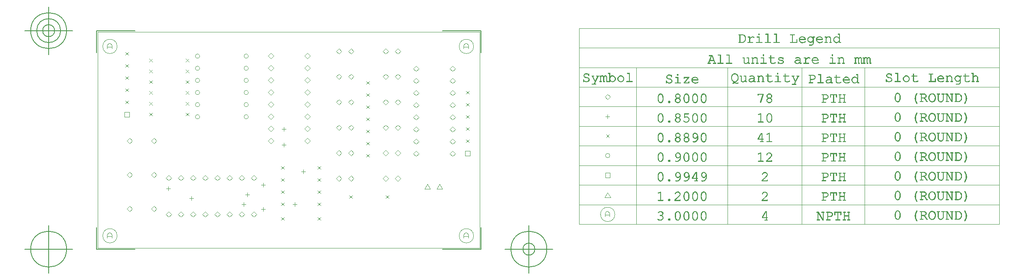
<source format=gbr>
G04 Generated by Ultiboard 14.1 *
%FSLAX34Y34*%
%MOMM*%

%ADD10C,0.0001*%
%ADD11C,0.0100*%
%ADD12C,0.1000*%
%ADD13C,0.0010*%
%ADD14C,0.1270*%


G04 ColorRGB 000000 for the following layer *
%LNDrill Symbols-Copper Top-Copper Bottom*%
%LPD*%
G54D11*
X323410Y426720D02*
X331910Y426720D01*
X327660Y422470D02*
X327660Y430970D01*
X327660Y389450D02*
X327660Y397950D01*
X323410Y393700D02*
X331910Y393700D01*
X239590Y269240D02*
X248090Y269240D01*
X243840Y264990D02*
X243840Y273490D01*
X130370Y281940D02*
X138870Y281940D01*
X134620Y277690D02*
X134620Y286190D01*
X350520Y264990D02*
X350520Y273490D01*
X346270Y269240D02*
X354770Y269240D01*
X368300Y333570D02*
X368300Y342070D01*
X364050Y337820D02*
X372550Y337820D01*
X247210Y289560D02*
X255710Y289560D01*
X251460Y285310D02*
X251460Y293810D01*
X321977Y235617D02*
X328263Y241903D01*
X321977Y241903D02*
X328263Y235617D01*
X398177Y241903D02*
X404463Y235617D01*
X398177Y235617D02*
X404463Y241903D01*
X244420Y579120D02*
G75*
D01*
G02X244420Y579120I4500J0*
G01*
X142820Y579120D02*
G75*
D01*
G02X142820Y579120I4500J0*
G01*
X-3143Y479457D02*
X3143Y485743D01*
X-3143Y485743D02*
X3143Y479457D01*
X-4975Y452225D02*
X4975Y452225D01*
X4975Y462175D01*
X-4975Y462175D01*
X-4975Y452225D01*
X-3143Y511143D02*
X3143Y504857D01*
X-3143Y504857D02*
X3143Y511143D01*
X-3143Y555657D02*
X3143Y561943D01*
X-3143Y561943D02*
X3143Y555657D01*
X-3143Y536543D02*
X3143Y530257D01*
X-3143Y530257D02*
X3143Y536543D01*
X-3143Y581057D02*
X3143Y587343D01*
X-3143Y587343D02*
X3143Y581057D01*
X5580Y396163D02*
X11237Y401820D01*
X5580Y407477D01*
X-77Y401820D01*
X5580Y396163D01*
X56380Y396163D02*
X62037Y401820D01*
X56380Y407477D01*
X50723Y401820D01*
X56380Y396163D01*
X244420Y553720D02*
G75*
D01*
G02X244420Y553720I4500J0*
G01*
X142820Y553720D02*
G75*
D01*
G02X142820Y553720I4500J0*
G01*
X123032Y573391D02*
X129318Y567105D01*
X123032Y567105D02*
X129318Y573391D01*
X46832Y573391D02*
X53118Y567105D01*
X46832Y567105D02*
X53118Y573391D01*
X123032Y550808D02*
X129318Y544522D01*
X123032Y544522D02*
X129318Y550808D01*
X46832Y544522D02*
X53118Y550808D01*
X46832Y550808D02*
X53118Y544522D01*
X244420Y528320D02*
G75*
D01*
G02X244420Y528320I4500J0*
G01*
X142820Y528320D02*
G75*
D01*
G02X142820Y528320I4500J0*
G01*
X123032Y521938D02*
X129318Y528224D01*
X123032Y528224D02*
X129318Y521938D01*
X46832Y528224D02*
X53118Y521938D01*
X46832Y521938D02*
X53118Y528224D01*
X244420Y502920D02*
G75*
D01*
G02X244420Y502920I4500J0*
G01*
X142820Y502920D02*
G75*
D01*
G02X142820Y502920I4500J0*
G01*
X123032Y499354D02*
X129318Y505640D01*
X123032Y505640D02*
X129318Y499354D01*
X46832Y505640D02*
X53118Y499354D01*
X46832Y499354D02*
X53118Y505640D01*
X244420Y477520D02*
G75*
D01*
G02X244420Y477520I4500J0*
G01*
X142820Y477520D02*
G75*
D01*
G02X142820Y477520I4500J0*
G01*
X123032Y476771D02*
X129318Y483057D01*
X123032Y483057D02*
X129318Y476771D01*
X46832Y476771D02*
X53118Y483057D01*
X46832Y483057D02*
X53118Y476771D01*
X244420Y452120D02*
G75*
D01*
G02X244420Y452120I4500J0*
G01*
X142820Y452120D02*
G75*
D01*
G02X142820Y452120I4500J0*
G01*
X123032Y454187D02*
X129318Y460473D01*
X123032Y460473D02*
X129318Y454187D01*
X46832Y460473D02*
X53118Y454187D01*
X46832Y454187D02*
X53118Y460473D01*
X56380Y325043D02*
X62037Y330700D01*
X56380Y336357D01*
X50723Y330700D01*
X56380Y325043D01*
X5580Y325043D02*
X11237Y330700D01*
X5580Y336357D01*
X-77Y330700D01*
X5580Y325043D01*
X56380Y253923D02*
X62037Y259580D01*
X56380Y265237D01*
X50723Y259580D01*
X56380Y253923D01*
X5580Y253923D02*
X11237Y259580D01*
X5580Y265237D01*
X-77Y259580D01*
X5580Y253923D01*
X708057Y398177D02*
X714343Y404463D01*
X708057Y404463D02*
X714343Y398177D01*
X706225Y370945D02*
X716175Y370945D01*
X716175Y380895D01*
X706225Y380895D01*
X706225Y370945D01*
X708057Y429863D02*
X714343Y423577D01*
X708057Y423577D02*
X714343Y429863D01*
X708057Y480663D02*
X714343Y474377D01*
X708057Y474377D02*
X714343Y480663D01*
X708057Y455263D02*
X714343Y448977D01*
X708057Y448977D02*
X714343Y455263D01*
X708057Y499777D02*
X714343Y506063D01*
X708057Y506063D02*
X714343Y499777D01*
X321977Y266097D02*
X328263Y272383D01*
X321977Y272383D02*
X328263Y266097D01*
X398177Y266097D02*
X404463Y272383D01*
X398177Y272383D02*
X404463Y266097D01*
X398177Y348583D02*
X404463Y342297D01*
X398177Y342297D02*
X404463Y348583D01*
X321977Y323183D02*
X328263Y316897D01*
X321977Y316897D02*
X328263Y323183D01*
X321977Y297783D02*
X328263Y291497D01*
X321977Y291497D02*
X328263Y297783D01*
X398177Y316897D02*
X404463Y323183D01*
X398177Y323183D02*
X404463Y316897D01*
X398177Y297783D02*
X404463Y291497D01*
X398177Y291497D02*
X404463Y297783D01*
X321977Y342297D02*
X328263Y348583D01*
X321977Y348583D02*
X328263Y342297D01*
X467957Y424020D02*
X473614Y429677D01*
X467957Y435334D01*
X462300Y429677D01*
X467957Y424020D01*
X442557Y424020D02*
X448214Y429677D01*
X442557Y435334D01*
X436900Y429677D01*
X442557Y424020D01*
X467957Y477259D02*
X473614Y482916D01*
X467957Y488572D01*
X462300Y482916D01*
X467957Y477259D01*
X442557Y477259D02*
X448214Y482916D01*
X442557Y488572D01*
X436900Y482916D01*
X442557Y477259D01*
X467957Y530497D02*
X473614Y536154D01*
X467957Y541811D01*
X462300Y536154D01*
X467957Y530497D01*
X442557Y530497D02*
X448214Y536154D01*
X442557Y541811D01*
X436900Y536154D01*
X442557Y530497D01*
X467957Y583736D02*
X473614Y589392D01*
X467957Y595049D01*
X462300Y589392D01*
X467957Y583736D01*
X442557Y583736D02*
X448214Y589392D01*
X442557Y595049D01*
X436900Y589392D01*
X442557Y583736D01*
X467957Y317544D02*
X473614Y323201D01*
X467957Y328857D01*
X462300Y323201D01*
X467957Y317544D01*
X442557Y317544D02*
X448214Y323201D01*
X442557Y328857D01*
X436900Y323201D01*
X442557Y317544D01*
X464217Y287623D02*
X470503Y281337D01*
X464217Y281337D02*
X470503Y287623D01*
X540417Y281337D02*
X546703Y287623D01*
X540417Y287623D02*
X546703Y281337D01*
X300618Y396361D02*
X306275Y402017D01*
X300618Y407674D01*
X294962Y402017D01*
X300618Y396361D01*
X376818Y574161D02*
X382475Y579817D01*
X376818Y585474D01*
X371162Y579817D01*
X376818Y574161D01*
X300618Y523361D02*
X306275Y529017D01*
X300618Y534674D01*
X294962Y529017D01*
X300618Y523361D01*
X300618Y548761D02*
X306275Y554417D01*
X300618Y560074D01*
X294962Y554417D01*
X300618Y548761D01*
X300618Y497961D02*
X306275Y503617D01*
X300618Y509274D01*
X294962Y503617D01*
X300618Y497961D01*
X300618Y447161D02*
X306275Y452817D01*
X300618Y458474D01*
X294962Y452817D01*
X300618Y447161D01*
X300618Y472561D02*
X306275Y478217D01*
X300618Y483874D01*
X294962Y478217D01*
X300618Y472561D01*
X300618Y421761D02*
X306275Y427417D01*
X300618Y433074D01*
X294962Y427417D01*
X300618Y421761D01*
X376818Y421761D02*
X382475Y427417D01*
X376818Y433074D01*
X371162Y427417D01*
X376818Y421761D01*
X376818Y497961D02*
X382475Y503617D01*
X376818Y509274D01*
X371162Y503617D01*
X376818Y497961D01*
X376818Y523361D02*
X382475Y529017D01*
X376818Y534674D01*
X371162Y529017D01*
X376818Y523361D01*
X376818Y548761D02*
X382475Y554417D01*
X376818Y560074D01*
X371162Y554417D01*
X376818Y548761D01*
X376818Y447161D02*
X382475Y452817D01*
X376818Y458474D01*
X371162Y452817D01*
X376818Y447161D01*
X376818Y472561D02*
X382475Y478217D01*
X376818Y483874D01*
X371162Y478217D01*
X376818Y472561D01*
X376818Y396361D02*
X382475Y402017D01*
X376818Y407674D01*
X371162Y402017D01*
X376818Y396361D01*
X300618Y574161D02*
X306275Y579817D01*
X300618Y585474D01*
X294962Y579817D01*
X300618Y574161D01*
X188657Y242365D02*
X194314Y248022D01*
X188657Y253678D01*
X183001Y248022D01*
X188657Y242365D01*
X87057Y318565D02*
X92714Y324222D01*
X87057Y329878D01*
X81401Y324222D01*
X87057Y318565D01*
X264857Y242365D02*
X270514Y248022D01*
X264857Y253678D01*
X259201Y248022D01*
X264857Y242365D01*
X214057Y318565D02*
X219714Y324222D01*
X214057Y329878D01*
X208401Y324222D01*
X214057Y318565D01*
X239457Y318565D02*
X245114Y324222D01*
X239457Y329878D01*
X233801Y324222D01*
X239457Y318565D01*
X188657Y318565D02*
X194314Y324222D01*
X188657Y329878D01*
X183001Y324222D01*
X188657Y318565D01*
X137857Y318565D02*
X143514Y324222D01*
X137857Y329878D01*
X132201Y324222D01*
X137857Y318565D01*
X163257Y318565D02*
X168914Y324222D01*
X163257Y329878D01*
X157601Y324222D01*
X163257Y318565D01*
X112457Y318565D02*
X118114Y324222D01*
X112457Y329878D01*
X106801Y324222D01*
X112457Y318565D01*
X112457Y242365D02*
X118114Y248022D01*
X112457Y253678D01*
X106801Y248022D01*
X112457Y242365D01*
X214057Y242365D02*
X219714Y248022D01*
X214057Y253678D01*
X208401Y248022D01*
X214057Y242365D01*
X239457Y242365D02*
X245114Y248022D01*
X239457Y253678D01*
X233801Y248022D01*
X239457Y242365D01*
X137857Y242365D02*
X143514Y248022D01*
X137857Y253678D01*
X132201Y248022D01*
X137857Y242365D01*
X163257Y242365D02*
X168914Y248022D01*
X163257Y253678D01*
X157601Y248022D01*
X163257Y242365D01*
X87057Y242365D02*
X92714Y248022D01*
X87057Y253678D01*
X81401Y248022D01*
X87057Y242365D01*
X264857Y318565D02*
X270514Y324222D01*
X264857Y329878D01*
X259201Y324222D01*
X264857Y318565D01*
X540116Y317544D02*
X545773Y323201D01*
X540116Y328857D01*
X534460Y323201D01*
X540116Y317544D01*
X565516Y317544D02*
X571173Y323201D01*
X565516Y328857D01*
X559860Y323201D01*
X565516Y317544D01*
X540116Y424020D02*
X545773Y429677D01*
X540116Y435334D01*
X534460Y429677D01*
X540116Y424020D01*
X565516Y424020D02*
X571173Y429677D01*
X565516Y435334D01*
X559860Y429677D01*
X565516Y424020D01*
X540116Y477259D02*
X545773Y482916D01*
X540116Y488572D01*
X534460Y482916D01*
X540116Y477259D01*
X565516Y477259D02*
X571173Y482916D01*
X565516Y488572D01*
X559860Y482916D01*
X565516Y477259D01*
X540116Y530497D02*
X545773Y536154D01*
X540116Y541811D01*
X534460Y536154D01*
X540116Y530497D01*
X565516Y530497D02*
X571173Y536154D01*
X565516Y541811D01*
X559860Y536154D01*
X565516Y530497D01*
X540116Y583736D02*
X545773Y589392D01*
X540116Y595049D01*
X534460Y589392D01*
X540116Y583736D01*
X565516Y583736D02*
X571173Y589392D01*
X565516Y595049D01*
X559860Y589392D01*
X565516Y583736D01*
X679822Y547366D02*
X685478Y553023D01*
X679822Y558680D01*
X674165Y553023D01*
X679822Y547366D01*
X679822Y420366D02*
X685478Y426023D01*
X679822Y431680D01*
X674165Y426023D01*
X679822Y420366D01*
X679822Y394966D02*
X685478Y400623D01*
X679822Y406280D01*
X674165Y400623D01*
X679822Y394966D01*
X679822Y445766D02*
X685478Y451423D01*
X679822Y457080D01*
X674165Y451423D01*
X679822Y445766D01*
X679822Y496566D02*
X685478Y502223D01*
X679822Y507880D01*
X674165Y502223D01*
X679822Y496566D01*
X679822Y471166D02*
X685478Y476823D01*
X679822Y482480D01*
X674165Y476823D01*
X679822Y471166D01*
X679822Y521966D02*
X685478Y527623D01*
X679822Y533280D01*
X674165Y527623D01*
X679822Y521966D01*
X603622Y369566D02*
X609278Y375223D01*
X603622Y380880D01*
X597965Y375223D01*
X603622Y369566D01*
X603622Y521966D02*
X609278Y527623D01*
X603622Y533280D01*
X597965Y527623D01*
X603622Y521966D01*
X603622Y445766D02*
X609278Y451423D01*
X603622Y457080D01*
X597965Y451423D01*
X603622Y445766D01*
X603622Y420366D02*
X609278Y426023D01*
X603622Y431680D01*
X597965Y426023D01*
X603622Y420366D01*
X603622Y394966D02*
X609278Y400623D01*
X603622Y406280D01*
X597965Y400623D01*
X603622Y394966D01*
X603622Y496566D02*
X609278Y502223D01*
X603622Y507880D01*
X597965Y502223D01*
X603622Y496566D01*
X603622Y471166D02*
X609278Y476823D01*
X603622Y482480D01*
X597965Y476823D01*
X603622Y471166D01*
X603622Y547366D02*
X609278Y553023D01*
X603622Y558680D01*
X597965Y553023D01*
X603622Y547366D01*
X679822Y369566D02*
X685478Y375223D01*
X679822Y380880D01*
X674165Y375223D01*
X679822Y369566D01*
X467957Y370782D02*
X473614Y376439D01*
X467957Y382096D01*
X462300Y376439D01*
X467957Y370782D01*
X442557Y370782D02*
X448214Y376439D01*
X442557Y382096D01*
X436900Y376439D01*
X442557Y370782D01*
X499777Y500983D02*
X506063Y494697D01*
X499777Y494697D02*
X506063Y500983D01*
X499777Y424783D02*
X506063Y418497D01*
X499777Y418497D02*
X506063Y424783D01*
X499777Y373983D02*
X506063Y367697D01*
X499777Y367697D02*
X506063Y373983D01*
X499777Y399383D02*
X506063Y393097D01*
X499777Y393097D02*
X506063Y399383D01*
X499777Y443897D02*
X506063Y450183D01*
X499777Y450183D02*
X506063Y443897D01*
X499777Y475583D02*
X506063Y469297D01*
X499777Y469297D02*
X506063Y475583D01*
X499777Y520097D02*
X506063Y526383D01*
X499777Y526383D02*
X506063Y520097D01*
X540116Y370782D02*
X545773Y376439D01*
X540116Y382096D01*
X534460Y376439D01*
X540116Y370782D01*
X565516Y370782D02*
X571173Y376439D01*
X565516Y382096D01*
X559860Y376439D01*
X565516Y370782D01*
X280230Y309880D02*
X288730Y309880D01*
X284480Y305630D02*
X284480Y314130D01*
X284480Y254830D02*
X284480Y263330D01*
X280230Y259080D02*
X288730Y259080D01*
X86360Y298010D02*
X86360Y306510D01*
X82110Y302260D02*
X90610Y302260D01*
X998678Y324985D02*
X1008627Y324985D01*
X1008627Y334935D01*
X998678Y334935D01*
X998678Y324985D01*
X999153Y370960D02*
G75*
D01*
G02X999153Y370960I4500J0*
G01*
X1000510Y408817D02*
X1006796Y415103D01*
X1000510Y415103D02*
X1006796Y408817D01*
X1003653Y448710D02*
X1003653Y457210D01*
X999403Y452960D02*
X1007903Y452960D01*
X1003653Y488303D02*
X1009310Y493960D01*
X1003653Y499617D01*
X997996Y493960D01*
X1003653Y488303D01*
G54D12*
X646780Y301340D02*
X658780Y301340D01*
X652780Y311583D01*
X646780Y301340D01*
X621380Y301340D02*
X633380Y301340D01*
X627380Y311583D01*
X621380Y301340D01*
X-41393Y595154D02*
X-41393Y601583D01*
X-38060Y605869D01*
X-34727Y605869D01*
X-31393Y601583D01*
X-31393Y595154D01*
X-41393Y598369D02*
X-31393Y598369D01*
X-50560Y599440D02*
G75*
D01*
G02X-50560Y599440I15000J0*
G01*
X-41393Y198914D02*
X-41393Y205343D01*
X-38060Y209629D01*
X-34727Y209629D01*
X-31393Y205343D01*
X-31393Y198914D01*
X-41393Y202129D02*
X-31393Y202129D01*
X-50560Y203200D02*
G75*
D01*
G02X-50560Y203200I15000J0*
G01*
X702827Y198914D02*
X702827Y205343D01*
X706160Y209629D01*
X709493Y209629D01*
X712827Y205343D01*
X712827Y198914D01*
X702827Y202129D02*
X712827Y202129D01*
X693660Y203200D02*
G75*
D01*
G02X693660Y203200I15000J0*
G01*
X702827Y595154D02*
X702827Y601583D01*
X706160Y605869D01*
X709493Y605869D01*
X712827Y601583D01*
X712827Y595154D01*
X702827Y598369D02*
X712827Y598369D01*
X693660Y599440D02*
G75*
D01*
G02X693660Y599440I15000J0*
G01*
X997819Y243674D02*
X997819Y250103D01*
X1001153Y254389D01*
X1004486Y254389D01*
X1007819Y250103D01*
X1007819Y243674D01*
X997819Y246889D02*
X1007819Y246889D01*
X988653Y247960D02*
G75*
D01*
G02X988653Y247960I15000J0*
G01*
X997653Y282960D02*
X1009653Y282960D01*
X1003653Y293203D01*
X997653Y282960D01*
G54D13*
G36*
X1116635Y252530D02*
X1116635Y252530D01*
X1116715Y254029D01*
X1116028Y252992D01*
X1116635Y252530D01*
D02*
G37*
X1116715Y254029D01*
X1116028Y252992D01*
X1116635Y252530D01*
G36*
X1116715Y254029D02*
X1116715Y254029D01*
X1116635Y252530D01*
X1117129Y251983D01*
X1116715Y254029D01*
D02*
G37*
X1116635Y252530D01*
X1117129Y251983D01*
X1116715Y254029D01*
G36*
X1117129Y251983D02*
X1117129Y251983D01*
X1117514Y253417D01*
X1116715Y254029D01*
X1117129Y251983D01*
D02*
G37*
X1117514Y253417D01*
X1116715Y254029D01*
X1117129Y251983D01*
G36*
X1117514Y253417D02*
X1117514Y253417D01*
X1117129Y251983D01*
X1117693Y250767D01*
X1117514Y253417D01*
D02*
G37*
X1117129Y251983D01*
X1117693Y250767D01*
X1117514Y253417D01*
G36*
X1117693Y250767D02*
X1117693Y250767D01*
X1118168Y252684D01*
X1117514Y253417D01*
X1117693Y250767D01*
D02*
G37*
X1118168Y252684D01*
X1117514Y253417D01*
X1117693Y250767D01*
G36*
X1118168Y252684D02*
X1118168Y252684D01*
X1117693Y250767D01*
X1117763Y250099D01*
X1118168Y252684D01*
D02*
G37*
X1117693Y250767D01*
X1117763Y250099D01*
X1118168Y252684D01*
G36*
X1117763Y250099D02*
X1117763Y250099D01*
X1118291Y247755D01*
X1118168Y252684D01*
X1117763Y250099D01*
D02*
G37*
X1118291Y247755D01*
X1118168Y252684D01*
X1117763Y250099D01*
G36*
X1118291Y247755D02*
X1118291Y247755D01*
X1117763Y250099D01*
X1117696Y249452D01*
X1118291Y247755D01*
D02*
G37*
X1117763Y250099D01*
X1117696Y249452D01*
X1118291Y247755D01*
G36*
X1117696Y249452D02*
X1117696Y249452D01*
X1117404Y246766D01*
X1118291Y247755D01*
X1117696Y249452D01*
D02*
G37*
X1117404Y246766D01*
X1118291Y247755D01*
X1117696Y249452D01*
G36*
X1117404Y246766D02*
X1117404Y246766D01*
X1117696Y249452D01*
X1117158Y248280D01*
X1117404Y246766D01*
D02*
G37*
X1117696Y249452D01*
X1117158Y248280D01*
X1117404Y246766D01*
G36*
X1117158Y248280D02*
X1117158Y248280D01*
X1116687Y247755D01*
X1117404Y246766D01*
X1117158Y248280D01*
D02*
G37*
X1116687Y247755D01*
X1117404Y246766D01*
X1117158Y248280D01*
G36*
X1112468Y253475D02*
X1112468Y253475D01*
X1112593Y254738D01*
X1111347Y253146D01*
X1112468Y253475D01*
D02*
G37*
X1112593Y254738D01*
X1111347Y253146D01*
X1112468Y253475D01*
G36*
X1112593Y254738D02*
X1112593Y254738D01*
X1112468Y253475D01*
X1113691Y253585D01*
X1112593Y254738D01*
D02*
G37*
X1112468Y253475D01*
X1113691Y253585D01*
X1112593Y254738D01*
G36*
X1113691Y253585D02*
X1113691Y253585D01*
X1113691Y254815D01*
X1112593Y254738D01*
X1113691Y253585D01*
D02*
G37*
X1113691Y254815D01*
X1112593Y254738D01*
X1113691Y253585D01*
G36*
X1113691Y254815D02*
X1113691Y254815D01*
X1113691Y253585D01*
X1114556Y253519D01*
X1113691Y254815D01*
D02*
G37*
X1113691Y253585D01*
X1114556Y253519D01*
X1113691Y254815D01*
G36*
X1114556Y253519D02*
X1114556Y253519D01*
X1114803Y254728D01*
X1113691Y254815D01*
X1114556Y253519D01*
D02*
G37*
X1114803Y254728D01*
X1113691Y254815D01*
X1114556Y253519D01*
G36*
X1114803Y254728D02*
X1114803Y254728D01*
X1114556Y253519D01*
X1116028Y252992D01*
X1114803Y254728D01*
D02*
G37*
X1114556Y253519D01*
X1116028Y252992D01*
X1114803Y254728D01*
G36*
X1116028Y252992D02*
X1116028Y252992D01*
X1116715Y254029D01*
X1114803Y254728D01*
X1116028Y252992D01*
D02*
G37*
X1116715Y254029D01*
X1114803Y254728D01*
X1116028Y252992D01*
G36*
X1109633Y251944D02*
X1109633Y251944D01*
X1109663Y253570D01*
X1109426Y251708D01*
X1109633Y251944D01*
D02*
G37*
X1109663Y253570D01*
X1109426Y251708D01*
X1109633Y251944D01*
G36*
X1109663Y253570D02*
X1109663Y253570D01*
X1109633Y251944D01*
X1110384Y252626D01*
X1109663Y253570D01*
D02*
G37*
X1109633Y251944D01*
X1110384Y252626D01*
X1109663Y253570D01*
G36*
X1110384Y252626D02*
X1110384Y252626D01*
X1110579Y254115D01*
X1109663Y253570D01*
X1110384Y252626D01*
D02*
G37*
X1110579Y254115D01*
X1109663Y253570D01*
X1110384Y252626D01*
G36*
X1110579Y254115D02*
X1110579Y254115D01*
X1110384Y252626D01*
X1111347Y253146D01*
X1110579Y254115D01*
D02*
G37*
X1110384Y252626D01*
X1111347Y253146D01*
X1110579Y254115D01*
G36*
X1111347Y253146D02*
X1111347Y253146D01*
X1112593Y254738D01*
X1110579Y254115D01*
X1111347Y253146D01*
D02*
G37*
X1112593Y254738D01*
X1110579Y254115D01*
X1111347Y253146D01*
G36*
X1109663Y253570D02*
X1109663Y253570D01*
X1108707Y252754D01*
X1108758Y251562D01*
X1109663Y253570D01*
D02*
G37*
X1108707Y252754D01*
X1108758Y251562D01*
X1109663Y253570D01*
G36*
X1109663Y253570D01*
X1108758Y251562D01*
X1108989Y251520D01*
X1109663Y253570D01*
D02*
G37*
X1108758Y251562D01*
X1108989Y251520D01*
X1109663Y253570D01*
G36*
X1109663Y253570D01*
X1108989Y251520D01*
X1109141Y251536D01*
X1109663Y253570D01*
D02*
G37*
X1108989Y251520D01*
X1109141Y251536D01*
X1109663Y253570D01*
G36*
X1109663Y253570D01*
X1109141Y251536D01*
X1109274Y251585D01*
X1109663Y253570D01*
D02*
G37*
X1109141Y251536D01*
X1109274Y251585D01*
X1109663Y253570D01*
G36*
X1109663Y253570D01*
X1109274Y251585D01*
X1109426Y251708D01*
X1109663Y253570D01*
D02*
G37*
X1109274Y251585D01*
X1109426Y251708D01*
X1109663Y253570D01*
G36*
X1108707Y252754D02*
X1108707Y252754D01*
X1108388Y252091D01*
X1108432Y251873D01*
X1108707Y252754D01*
D02*
G37*
X1108388Y252091D01*
X1108432Y251873D01*
X1108707Y252754D01*
G36*
X1108707Y252754D01*
X1108432Y251873D01*
X1108564Y251688D01*
X1108707Y252754D01*
D02*
G37*
X1108432Y251873D01*
X1108564Y251688D01*
X1108707Y252754D01*
G36*
X1108707Y252754D01*
X1108564Y251688D01*
X1108758Y251562D01*
X1108707Y252754D01*
D02*
G37*
X1108564Y251688D01*
X1108758Y251562D01*
X1108707Y252754D01*
G36*
X1118915Y251017D02*
X1118915Y251017D01*
X1118168Y252684D01*
X1118291Y247755D01*
X1118915Y251017D01*
D02*
G37*
X1118168Y252684D01*
X1118291Y247755D01*
X1118915Y251017D01*
G36*
X1118915Y251017D01*
X1118291Y247755D01*
X1118829Y248887D01*
X1118915Y251017D01*
D02*
G37*
X1118291Y247755D01*
X1118829Y248887D01*
X1118915Y251017D01*
G36*
X1118915Y251017D01*
X1118829Y248887D01*
X1119008Y250084D01*
X1118915Y251017D01*
D02*
G37*
X1118829Y248887D01*
X1119008Y250084D01*
X1118915Y251017D01*
G36*
X1116687Y247755D02*
X1116687Y247755D01*
X1116181Y245997D01*
X1117404Y246766D01*
X1116687Y247755D01*
D02*
G37*
X1116181Y245997D01*
X1117404Y246766D01*
X1116687Y247755D01*
G36*
X1116181Y245997D02*
X1116181Y245997D01*
X1116687Y247755D01*
X1116112Y247313D01*
X1116181Y245997D01*
D02*
G37*
X1116687Y247755D01*
X1116112Y247313D01*
X1116181Y245997D01*
G36*
X1116112Y247313D02*
X1116112Y247313D01*
X1115683Y244920D01*
X1116181Y245997D01*
X1116112Y247313D01*
D02*
G37*
X1115683Y244920D01*
X1116181Y245997D01*
X1116112Y247313D01*
G36*
X1115683Y244920D02*
X1115683Y244920D01*
X1116112Y247313D01*
X1114746Y246807D01*
X1115683Y244920D01*
D02*
G37*
X1116112Y247313D01*
X1114746Y246807D01*
X1115683Y244920D01*
G36*
X1114746Y246807D02*
X1114746Y246807D01*
X1114343Y245376D01*
X1115683Y244920D01*
X1114746Y246807D01*
D02*
G37*
X1114343Y245376D01*
X1115683Y244920D01*
X1114746Y246807D01*
G36*
X1114343Y245376D02*
X1114343Y245376D01*
X1114746Y246807D01*
X1113955Y246744D01*
X1114343Y245376D01*
D02*
G37*
X1114746Y246807D01*
X1113955Y246744D01*
X1114343Y245376D01*
G36*
X1113955Y246744D02*
X1113955Y246744D01*
X1112988Y245528D01*
X1114343Y245376D01*
X1113955Y246744D01*
D02*
G37*
X1112988Y245528D01*
X1114343Y245376D01*
X1113955Y246744D01*
G36*
X1112988Y245528D02*
X1112988Y245528D01*
X1113955Y246744D01*
X1112900Y246759D01*
X1112988Y245528D01*
D02*
G37*
X1113955Y246744D01*
X1112900Y246759D01*
X1112988Y245528D01*
G36*
X1112900Y246759D02*
X1112900Y246759D01*
X1112611Y245570D01*
X1112988Y245528D01*
X1112900Y246759D01*
D02*
G37*
X1112611Y245570D01*
X1112988Y245528D01*
X1112900Y246759D01*
G36*
X1112611Y245570D02*
X1112611Y245570D01*
X1112900Y246759D01*
X1112579Y246715D01*
X1112611Y245570D01*
D02*
G37*
X1112900Y246759D01*
X1112579Y246715D01*
X1112611Y245570D01*
G36*
X1112579Y246715D02*
X1112579Y246715D01*
X1112358Y245697D01*
X1112611Y245570D01*
X1112579Y246715D01*
D02*
G37*
X1112358Y245697D01*
X1112611Y245570D01*
X1112579Y246715D01*
G36*
X1112358Y245697D02*
X1112358Y245697D01*
X1112579Y246715D01*
X1112351Y246583D01*
X1112358Y245697D01*
D02*
G37*
X1112579Y246715D01*
X1112351Y246583D01*
X1112358Y245697D01*
G36*
X1112351Y246583D02*
X1112351Y246583D01*
X1112215Y245893D01*
X1112358Y245697D01*
X1112351Y246583D01*
D02*
G37*
X1112215Y245893D01*
X1112358Y245697D01*
X1112351Y246583D01*
G36*
X1112215Y245893D02*
X1112215Y245893D01*
X1112351Y246583D01*
X1112213Y246385D01*
X1112215Y245893D01*
D02*
G37*
X1112351Y246583D01*
X1112213Y246385D01*
X1112215Y245893D01*
G36*
X1112213Y246385D02*
X1112213Y246385D01*
X1112167Y246144D01*
X1112215Y245893D01*
X1112213Y246385D01*
D02*
G37*
X1112167Y246144D01*
X1112215Y245893D01*
X1112213Y246385D01*
G36*
X1119444Y242557D02*
X1119444Y242557D01*
X1119555Y240075D01*
X1119667Y241148D01*
X1119444Y242557D01*
D02*
G37*
X1119555Y240075D01*
X1119667Y241148D01*
X1119444Y242557D01*
G36*
X1119555Y240075D02*
X1119555Y240075D01*
X1119444Y242557D01*
X1118774Y243910D01*
X1119555Y240075D01*
D02*
G37*
X1119444Y242557D01*
X1118774Y243910D01*
X1119555Y240075D01*
G36*
X1118774Y243910D02*
X1118774Y243910D01*
X1118658Y238123D01*
X1119555Y240075D01*
X1118774Y243910D01*
D02*
G37*
X1118658Y238123D01*
X1119555Y240075D01*
X1118774Y243910D01*
G36*
X1118658Y238123D02*
X1118658Y238123D01*
X1118774Y243910D01*
X1118437Y241105D01*
X1118658Y238123D01*
D02*
G37*
X1118774Y243910D01*
X1118437Y241105D01*
X1118658Y238123D01*
G36*
X1118437Y241105D02*
X1118437Y241105D01*
X1118347Y240303D01*
X1118658Y238123D01*
X1118437Y241105D01*
D02*
G37*
X1118347Y240303D01*
X1118658Y238123D01*
X1118437Y241105D01*
G36*
X1116860Y244201D02*
X1116860Y244201D01*
X1117679Y245094D01*
X1116181Y245997D01*
X1116860Y244201D01*
D02*
G37*
X1117679Y245094D01*
X1116181Y245997D01*
X1116860Y244201D01*
G36*
X1117679Y245094D02*
X1117679Y245094D01*
X1116860Y244201D01*
X1117727Y243258D01*
X1117679Y245094D01*
D02*
G37*
X1116860Y244201D01*
X1117727Y243258D01*
X1117679Y245094D01*
G36*
X1117727Y243258D02*
X1117727Y243258D01*
X1118774Y243910D01*
X1117679Y245094D01*
X1117727Y243258D01*
D02*
G37*
X1118774Y243910D01*
X1117679Y245094D01*
X1117727Y243258D01*
G36*
X1118774Y243910D02*
X1118774Y243910D01*
X1117727Y243258D01*
X1118259Y242192D01*
X1118774Y243910D01*
D02*
G37*
X1117727Y243258D01*
X1118259Y242192D01*
X1118774Y243910D01*
G36*
X1118259Y242192D02*
X1118259Y242192D01*
X1118437Y241105D01*
X1118774Y243910D01*
X1118259Y242192D01*
D02*
G37*
X1118437Y241105D01*
X1118774Y243910D01*
X1118259Y242192D01*
G36*
X1117873Y237245D02*
X1117873Y237245D01*
X1118658Y238123D01*
X1118347Y240303D01*
X1117873Y237245D01*
D02*
G37*
X1118658Y238123D01*
X1118347Y240303D01*
X1117873Y237245D01*
G36*
X1117873Y237245D01*
X1118347Y240303D01*
X1117625Y238813D01*
X1117873Y237245D01*
D02*
G37*
X1118347Y240303D01*
X1117625Y238813D01*
X1117873Y237245D01*
G36*
X1117873Y237245D01*
X1117625Y238813D01*
X1116994Y238124D01*
X1117873Y237245D01*
D02*
G37*
X1117625Y238813D01*
X1116994Y238124D01*
X1117873Y237245D01*
G36*
X1117873Y237245D01*
X1116994Y238124D01*
X1116920Y236505D01*
X1117873Y237245D01*
D02*
G37*
X1116994Y238124D01*
X1116920Y236505D01*
X1117873Y237245D01*
G36*
X1116229Y237537D02*
X1116229Y237537D01*
X1114438Y236867D01*
X1114675Y235659D01*
X1116229Y237537D01*
D02*
G37*
X1114438Y236867D01*
X1114675Y235659D01*
X1116229Y237537D01*
G36*
X1116229Y237537D01*
X1114675Y235659D01*
X1116920Y236505D01*
X1116229Y237537D01*
D02*
G37*
X1114675Y235659D01*
X1116920Y236505D01*
X1116229Y237537D01*
G36*
X1116229Y237537D01*
X1116920Y236505D01*
X1116994Y238124D01*
X1116229Y237537D01*
D02*
G37*
X1116920Y236505D01*
X1116994Y238124D01*
X1116229Y237537D01*
G36*
X1111772Y235721D02*
X1111772Y235721D01*
X1112162Y236889D01*
X1110102Y236227D01*
X1111772Y235721D01*
D02*
G37*
X1112162Y236889D01*
X1110102Y236227D01*
X1111772Y235721D01*
G36*
X1112162Y236889D02*
X1112162Y236889D01*
X1111772Y235721D01*
X1113383Y235553D01*
X1112162Y236889D01*
D02*
G37*
X1111772Y235721D01*
X1113383Y235553D01*
X1112162Y236889D01*
G36*
X1113383Y235553D02*
X1113383Y235553D01*
X1113413Y236783D01*
X1112162Y236889D01*
X1113383Y235553D01*
D02*
G37*
X1113413Y236783D01*
X1112162Y236889D01*
X1113383Y235553D01*
G36*
X1113413Y236783D02*
X1113413Y236783D01*
X1113383Y235553D01*
X1114675Y235659D01*
X1113413Y236783D01*
D02*
G37*
X1113383Y235553D01*
X1114675Y235659D01*
X1113413Y236783D01*
G36*
X1114675Y235659D02*
X1114675Y235659D01*
X1114438Y236867D01*
X1113413Y236783D01*
X1114675Y235659D01*
D02*
G37*
X1114438Y236867D01*
X1113413Y236783D01*
X1114675Y235659D01*
G36*
X1109760Y237731D02*
X1109760Y237731D01*
X1108608Y238468D01*
X1108659Y236908D01*
X1109760Y237731D01*
D02*
G37*
X1108608Y238468D01*
X1108659Y236908D01*
X1109760Y237731D01*
G36*
X1109760Y237731D01*
X1108659Y236908D01*
X1110102Y236227D01*
X1109760Y237731D01*
D02*
G37*
X1108659Y236908D01*
X1110102Y236227D01*
X1109760Y237731D01*
G36*
X1109760Y237731D01*
X1110102Y236227D01*
X1112162Y236889D01*
X1109760Y237731D01*
D02*
G37*
X1110102Y236227D01*
X1112162Y236889D01*
X1109760Y237731D01*
G36*
X1108659Y236908D02*
X1108659Y236908D01*
X1108608Y238468D01*
X1108330Y238633D01*
X1108659Y236908D01*
D02*
G37*
X1108608Y238468D01*
X1108330Y238633D01*
X1108659Y236908D01*
G36*
X1108659Y236908D01*
X1108330Y238633D01*
X1108081Y238688D01*
X1108659Y236908D01*
D02*
G37*
X1108330Y238633D01*
X1108081Y238688D01*
X1108659Y236908D01*
G36*
X1108659Y236908D01*
X1108081Y238688D01*
X1107863Y238644D01*
X1108659Y236908D01*
D02*
G37*
X1108081Y238688D01*
X1107863Y238644D01*
X1108659Y236908D01*
G36*
X1108659Y236908D01*
X1107863Y238644D01*
X1107729Y237604D01*
X1108659Y236908D01*
D02*
G37*
X1107863Y238644D01*
X1107729Y237604D01*
X1108659Y236908D01*
G36*
X1107678Y238512D02*
X1107678Y238512D01*
X1107551Y238321D01*
X1107564Y237845D01*
X1107678Y238512D01*
D02*
G37*
X1107551Y238321D01*
X1107564Y237845D01*
X1107678Y238512D01*
G36*
X1107678Y238512D01*
X1107564Y237845D01*
X1107729Y237604D01*
X1107678Y238512D01*
D02*
G37*
X1107564Y237845D01*
X1107729Y237604D01*
X1107678Y238512D01*
G36*
X1107678Y238512D01*
X1107729Y237604D01*
X1107863Y238644D01*
X1107678Y238512D01*
D02*
G37*
X1107729Y237604D01*
X1107863Y238644D01*
X1107678Y238512D01*
G36*
X1107564Y237845D02*
X1107564Y237845D01*
X1107551Y238321D01*
X1107509Y238102D01*
X1107564Y237845D01*
D02*
G37*
X1107551Y238321D01*
X1107509Y238102D01*
X1107564Y237845D01*
G36*
X1116181Y245997D02*
X1116181Y245997D01*
X1115683Y244920D01*
X1116860Y244201D01*
X1116181Y245997D01*
D02*
G37*
X1115683Y244920D01*
X1116860Y244201D01*
X1116181Y245997D01*
G36*
X1131401Y239523D02*
X1131401Y239523D01*
X1130648Y239380D01*
X1131401Y239523D01*
D02*
G37*
X1130648Y239380D01*
X1131401Y239523D01*
G36*
X1131401Y239523D01*
X1130648Y239380D01*
X1130002Y238951D01*
X1131401Y239523D01*
D02*
G37*
X1130648Y239380D01*
X1130002Y238951D01*
X1131401Y239523D01*
G36*
X1131401Y239523D01*
X1130002Y238951D01*
X1129557Y238310D01*
X1131401Y239523D01*
D02*
G37*
X1130002Y238951D01*
X1129557Y238310D01*
X1131401Y239523D01*
G36*
X1131401Y239523D01*
X1129557Y238310D01*
X1129409Y237530D01*
X1131401Y239523D01*
D02*
G37*
X1129557Y238310D01*
X1129409Y237530D01*
X1131401Y239523D01*
G36*
X1131401Y239523D01*
X1129409Y237530D01*
X1129555Y236770D01*
X1131401Y239523D01*
D02*
G37*
X1129409Y237530D01*
X1129555Y236770D01*
X1131401Y239523D01*
G36*
X1131401Y239523D01*
X1129555Y236770D01*
X1129995Y236131D01*
X1131401Y239523D01*
D02*
G37*
X1129555Y236770D01*
X1129995Y236131D01*
X1131401Y239523D01*
G36*
X1131401Y239523D01*
X1129995Y236131D01*
X1130639Y235698D01*
X1131401Y239523D01*
D02*
G37*
X1129995Y236131D01*
X1130639Y235698D01*
X1131401Y239523D01*
G36*
X1131401Y239523D01*
X1130639Y235698D01*
X1131401Y235553D01*
X1131401Y239523D01*
D02*
G37*
X1130639Y235698D01*
X1131401Y235553D01*
X1131401Y239523D01*
G36*
X1131401Y239523D01*
X1131401Y235553D01*
X1131928Y235553D01*
X1131401Y239523D01*
D02*
G37*
X1131401Y235553D01*
X1131928Y235553D01*
X1131401Y239523D01*
G36*
X1131401Y239523D01*
X1131928Y235553D01*
X1132681Y235696D01*
X1131401Y239523D01*
D02*
G37*
X1131928Y235553D01*
X1132681Y235696D01*
X1131401Y239523D01*
G36*
X1131401Y239523D01*
X1132681Y235696D01*
X1133327Y236124D01*
X1131401Y239523D01*
D02*
G37*
X1132681Y235696D01*
X1133327Y236124D01*
X1131401Y239523D01*
G36*
X1131401Y239523D01*
X1133327Y236124D01*
X1133772Y236765D01*
X1131401Y239523D01*
D02*
G37*
X1133327Y236124D01*
X1133772Y236765D01*
X1131401Y239523D01*
G36*
X1131401Y239523D01*
X1133772Y236765D01*
X1133920Y237545D01*
X1131401Y239523D01*
D02*
G37*
X1133772Y236765D01*
X1133920Y237545D01*
X1131401Y239523D01*
G36*
X1131401Y239523D01*
X1133920Y237545D01*
X1133774Y238305D01*
X1131401Y239523D01*
D02*
G37*
X1133920Y237545D01*
X1133774Y238305D01*
X1131401Y239523D01*
G36*
X1131401Y239523D01*
X1133774Y238305D01*
X1133334Y238944D01*
X1131401Y239523D01*
D02*
G37*
X1133774Y238305D01*
X1133334Y238944D01*
X1131401Y239523D01*
G36*
X1131401Y239523D01*
X1133334Y238944D01*
X1132690Y239378D01*
X1131401Y239523D01*
D02*
G37*
X1133334Y238944D01*
X1132690Y239378D01*
X1131401Y239523D01*
G36*
X1131401Y239523D01*
X1132690Y239378D01*
X1131928Y239523D01*
X1131401Y239523D01*
D02*
G37*
X1132690Y239378D01*
X1131928Y239523D01*
X1131401Y239523D01*
G36*
X1155227Y248290D02*
X1155227Y248290D01*
X1154985Y249659D01*
X1155189Y241772D01*
X1155227Y248290D01*
D02*
G37*
X1154985Y249659D01*
X1155189Y241772D01*
X1155227Y248290D01*
G36*
X1155227Y248290D01*
X1155189Y241772D01*
X1155307Y243653D01*
X1155227Y248290D01*
D02*
G37*
X1155189Y241772D01*
X1155307Y243653D01*
X1155227Y248290D01*
G36*
X1155227Y248290D01*
X1155307Y243653D01*
X1155307Y246700D01*
X1155227Y248290D01*
D02*
G37*
X1155307Y243653D01*
X1155307Y246700D01*
X1155227Y248290D01*
G36*
X1154685Y250586D02*
X1154685Y250586D01*
X1155189Y241772D01*
X1154985Y249659D01*
X1154685Y250586D01*
D02*
G37*
X1155189Y241772D01*
X1154985Y249659D01*
X1154685Y250586D01*
G36*
X1155189Y241772D02*
X1155189Y241772D01*
X1154685Y250586D01*
X1154252Y251607D01*
X1155189Y241772D01*
D02*
G37*
X1154685Y250586D01*
X1154252Y251607D01*
X1155189Y241772D01*
G36*
X1154252Y251607D02*
X1154252Y251607D01*
X1154244Y238630D01*
X1155189Y241772D01*
X1154252Y251607D01*
D02*
G37*
X1154244Y238630D01*
X1155189Y241772D01*
X1154252Y251607D01*
G36*
X1154244Y238630D02*
X1154244Y238630D01*
X1154252Y251607D01*
X1154077Y246539D01*
X1154244Y238630D01*
D02*
G37*
X1154252Y251607D01*
X1154077Y246539D01*
X1154244Y238630D01*
G36*
X1154077Y246539D02*
X1154077Y246539D01*
X1154077Y243829D01*
X1154244Y238630D01*
X1154077Y246539D01*
D02*
G37*
X1154077Y243829D01*
X1154244Y238630D01*
X1154077Y246539D01*
G36*
X1152480Y252179D02*
X1152480Y252179D01*
X1152572Y253865D01*
X1152059Y252655D01*
X1152480Y252179D01*
D02*
G37*
X1152572Y253865D01*
X1152059Y252655D01*
X1152480Y252179D01*
G36*
X1152572Y253865D02*
X1152572Y253865D01*
X1152480Y252179D01*
X1153064Y251133D01*
X1152572Y253865D01*
D02*
G37*
X1152480Y252179D01*
X1153064Y251133D01*
X1152572Y253865D01*
G36*
X1153064Y251133D02*
X1153064Y251133D01*
X1153315Y253175D01*
X1152572Y253865D01*
X1153064Y251133D01*
D02*
G37*
X1153315Y253175D01*
X1152572Y253865D01*
X1153064Y251133D01*
G36*
X1153315Y253175D02*
X1153315Y253175D01*
X1153064Y251133D01*
X1153586Y249784D01*
X1153315Y253175D01*
D02*
G37*
X1153064Y251133D01*
X1153586Y249784D01*
X1153315Y253175D01*
G36*
X1153586Y249784D02*
X1153586Y249784D01*
X1153769Y252534D01*
X1153315Y253175D01*
X1153586Y249784D01*
D02*
G37*
X1153769Y252534D01*
X1153315Y253175D01*
X1153586Y249784D01*
G36*
X1153769Y252534D02*
X1153769Y252534D01*
X1153586Y249784D01*
X1153954Y248222D01*
X1153769Y252534D01*
D02*
G37*
X1153586Y249784D01*
X1153954Y248222D01*
X1153769Y252534D01*
G36*
X1153954Y248222D02*
X1153954Y248222D01*
X1154252Y251607D01*
X1153769Y252534D01*
X1153954Y248222D01*
D02*
G37*
X1154252Y251607D01*
X1153769Y252534D01*
X1153954Y248222D01*
G36*
X1154252Y251607D02*
X1154252Y251607D01*
X1153954Y248222D01*
X1154077Y246539D01*
X1154252Y251607D01*
D02*
G37*
X1153954Y248222D01*
X1154077Y246539D01*
X1154252Y251607D01*
G36*
X1150642Y253442D02*
X1150642Y253442D01*
X1150700Y254707D01*
X1149653Y253570D01*
X1150642Y253442D01*
D02*
G37*
X1150700Y254707D01*
X1149653Y253570D01*
X1150642Y253442D01*
G36*
X1150700Y254707D02*
X1150700Y254707D01*
X1150642Y253442D01*
X1151528Y253058D01*
X1150700Y254707D01*
D02*
G37*
X1150642Y253442D01*
X1151528Y253058D01*
X1150700Y254707D01*
G36*
X1151528Y253058D02*
X1151528Y253058D01*
X1151689Y254383D01*
X1150700Y254707D01*
X1151528Y253058D01*
D02*
G37*
X1151689Y254383D01*
X1150700Y254707D01*
X1151528Y253058D01*
G36*
X1151689Y254383D02*
X1151689Y254383D01*
X1151528Y253058D01*
X1152059Y252655D01*
X1151689Y254383D01*
D02*
G37*
X1151528Y253058D01*
X1152059Y252655D01*
X1151689Y254383D01*
G36*
X1152059Y252655D02*
X1152059Y252655D01*
X1152572Y253865D01*
X1151689Y254383D01*
X1152059Y252655D01*
D02*
G37*
X1152572Y253865D01*
X1151689Y254383D01*
X1152059Y252655D01*
G36*
X1145903Y250362D02*
X1145903Y250362D01*
X1145903Y252999D01*
X1145317Y247901D01*
X1145903Y250362D01*
D02*
G37*
X1145903Y252999D01*
X1145317Y247901D01*
X1145903Y250362D01*
G36*
X1145903Y252999D02*
X1145903Y252999D01*
X1145903Y250362D01*
X1146416Y251461D01*
X1145903Y252999D01*
D02*
G37*
X1145903Y250362D01*
X1146416Y251461D01*
X1145903Y252999D01*
G36*
X1146416Y251461D02*
X1146416Y251461D01*
X1146691Y253794D01*
X1145903Y252999D01*
X1146416Y251461D01*
D02*
G37*
X1146691Y253794D01*
X1145903Y252999D01*
X1146416Y251461D01*
G36*
X1146691Y253794D02*
X1146691Y253794D01*
X1146416Y251461D01*
X1147057Y252384D01*
X1146691Y253794D01*
D02*
G37*
X1146416Y251461D01*
X1147057Y252384D01*
X1146691Y253794D01*
G36*
X1147057Y252384D02*
X1147057Y252384D01*
X1148559Y254702D01*
X1146691Y253794D01*
X1147057Y252384D01*
D02*
G37*
X1148559Y254702D01*
X1146691Y253794D01*
X1147057Y252384D01*
G36*
X1148559Y254702D02*
X1148559Y254702D01*
X1147057Y252384D01*
X1148676Y253439D01*
X1148559Y254702D01*
D02*
G37*
X1147057Y252384D01*
X1148676Y253439D01*
X1148559Y254702D01*
G36*
X1148676Y253439D02*
X1148676Y253439D01*
X1149638Y254815D01*
X1148559Y254702D01*
X1148676Y253439D01*
D02*
G37*
X1149638Y254815D01*
X1148559Y254702D01*
X1148676Y253439D01*
G36*
X1149638Y254815D02*
X1149638Y254815D01*
X1148676Y253439D01*
X1149653Y253570D01*
X1149638Y254815D01*
D02*
G37*
X1148676Y253439D01*
X1149653Y253570D01*
X1149638Y254815D01*
G36*
X1149653Y253570D02*
X1149653Y253570D01*
X1150700Y254707D01*
X1149638Y254815D01*
X1149653Y253570D01*
D02*
G37*
X1150700Y254707D01*
X1149638Y254815D01*
X1149653Y253570D01*
G36*
X1145076Y251737D02*
X1145076Y251737D01*
X1144131Y248588D01*
X1144350Y240709D01*
X1145076Y251737D01*
D02*
G37*
X1144131Y248588D01*
X1144350Y240709D01*
X1145076Y251737D01*
G36*
X1145076Y251737D01*
X1144350Y240709D01*
X1144641Y239772D01*
X1145076Y251737D01*
D02*
G37*
X1144350Y240709D01*
X1144641Y239772D01*
X1145076Y251737D01*
G36*
X1145076Y251737D01*
X1144641Y239772D01*
X1145075Y238746D01*
X1145076Y251737D01*
D02*
G37*
X1144641Y239772D01*
X1145075Y238746D01*
X1145076Y251737D01*
G36*
X1145076Y251737D01*
X1145075Y238746D01*
X1145244Y243829D01*
X1145076Y251737D01*
D02*
G37*
X1145075Y238746D01*
X1145244Y243829D01*
X1145076Y251737D01*
G36*
X1145076Y251737D01*
X1145244Y243829D01*
X1145244Y246539D01*
X1145076Y251737D01*
D02*
G37*
X1145244Y243829D01*
X1145244Y246539D01*
X1145076Y251737D01*
G36*
X1145076Y251737D01*
X1145244Y246539D01*
X1145317Y247901D01*
X1145076Y251737D01*
D02*
G37*
X1145244Y246539D01*
X1145317Y247901D01*
X1145076Y251737D01*
G36*
X1145076Y251737D01*
X1145317Y247901D01*
X1145903Y252999D01*
X1145076Y251737D01*
D02*
G37*
X1145317Y247901D01*
X1145903Y252999D01*
X1145076Y251737D01*
G36*
X1154003Y242466D02*
X1154003Y242466D01*
X1154244Y238630D01*
X1154077Y243829D01*
X1154003Y242466D01*
D02*
G37*
X1154244Y238630D01*
X1154077Y243829D01*
X1154003Y242466D01*
G36*
X1154244Y238630D02*
X1154244Y238630D01*
X1154003Y242466D01*
X1153417Y240002D01*
X1154244Y238630D01*
D02*
G37*
X1154003Y242466D01*
X1153417Y240002D01*
X1154244Y238630D01*
G36*
X1153417Y240002D02*
X1153417Y240002D01*
X1153417Y237369D01*
X1154244Y238630D01*
X1153417Y240002D01*
D02*
G37*
X1153417Y237369D01*
X1154244Y238630D01*
X1153417Y240002D01*
G36*
X1153417Y237369D02*
X1153417Y237369D01*
X1153417Y240002D01*
X1152905Y238900D01*
X1153417Y237369D01*
D02*
G37*
X1153417Y240002D01*
X1152905Y238900D01*
X1153417Y237369D01*
G36*
X1152905Y238900D02*
X1152905Y238900D01*
X1152629Y236575D01*
X1153417Y237369D01*
X1152905Y238900D01*
D02*
G37*
X1152629Y236575D01*
X1153417Y237369D01*
X1152905Y238900D01*
G36*
X1152629Y236575D02*
X1152629Y236575D01*
X1152905Y238900D01*
X1152264Y237974D01*
X1152629Y236575D01*
D02*
G37*
X1152905Y238900D01*
X1152264Y237974D01*
X1152629Y236575D01*
G36*
X1152264Y237974D02*
X1152264Y237974D01*
X1150762Y235667D01*
X1152629Y236575D01*
X1152264Y237974D01*
D02*
G37*
X1150762Y235667D01*
X1152629Y236575D01*
X1152264Y237974D01*
G36*
X1150762Y235667D02*
X1150762Y235667D01*
X1152264Y237974D01*
X1150653Y236916D01*
X1150762Y235667D01*
D02*
G37*
X1152264Y237974D01*
X1150653Y236916D01*
X1150762Y235667D01*
G36*
X1150653Y236916D02*
X1150653Y236916D01*
X1149682Y236783D01*
X1150762Y235667D01*
X1150653Y236916D01*
D02*
G37*
X1149682Y236783D01*
X1150762Y235667D01*
X1150653Y236916D01*
G36*
X1149682Y236783D02*
X1149682Y236783D01*
X1149682Y235553D01*
X1150762Y235667D01*
X1149682Y236783D01*
D02*
G37*
X1149682Y235553D01*
X1150762Y235667D01*
X1149682Y236783D01*
G36*
X1149682Y235553D02*
X1149682Y235553D01*
X1149682Y236783D01*
X1148682Y236915D01*
X1149682Y235553D01*
D02*
G37*
X1149682Y236783D01*
X1148682Y236915D01*
X1149682Y235553D01*
G36*
X1148682Y236915D02*
X1148682Y236915D01*
X1148629Y235661D01*
X1149682Y235553D01*
X1148682Y236915D01*
D02*
G37*
X1148629Y235661D01*
X1149682Y235553D01*
X1148682Y236915D01*
G36*
X1148629Y235661D02*
X1148629Y235661D01*
X1148682Y236915D01*
X1147792Y237311D01*
X1148629Y235661D01*
D02*
G37*
X1148682Y236915D01*
X1147792Y237311D01*
X1148629Y235661D01*
G36*
X1147792Y237311D02*
X1147792Y237311D01*
X1147639Y235985D01*
X1148629Y235661D01*
X1147792Y237311D01*
D02*
G37*
X1147639Y235985D01*
X1148629Y235661D01*
X1147792Y237311D01*
G36*
X1147639Y235985D02*
X1147639Y235985D01*
X1147792Y237311D01*
X1147265Y237710D01*
X1147639Y235985D01*
D02*
G37*
X1147792Y237311D01*
X1147265Y237710D01*
X1147639Y235985D01*
G36*
X1147265Y237710D02*
X1147265Y237710D01*
X1146855Y238175D01*
X1147639Y235985D01*
X1147265Y237710D01*
D02*
G37*
X1146855Y238175D01*
X1147639Y235985D01*
X1147265Y237710D01*
G36*
X1146855Y238175D02*
X1146855Y238175D01*
X1146751Y236503D01*
X1147639Y235985D01*
X1146855Y238175D01*
D02*
G37*
X1146751Y236503D01*
X1147639Y235985D01*
X1146855Y238175D01*
G36*
X1146751Y236503D02*
X1146751Y236503D01*
X1146855Y238175D01*
X1146260Y239222D01*
X1146751Y236503D01*
D02*
G37*
X1146855Y238175D01*
X1146260Y239222D01*
X1146751Y236503D01*
G36*
X1146260Y239222D02*
X1146260Y239222D01*
X1146005Y237193D01*
X1146751Y236503D01*
X1146260Y239222D01*
D02*
G37*
X1146005Y237193D01*
X1146751Y236503D01*
X1146260Y239222D01*
G36*
X1146005Y237193D02*
X1146005Y237193D01*
X1146260Y239222D01*
X1145734Y240577D01*
X1146005Y237193D01*
D02*
G37*
X1146260Y239222D01*
X1145734Y240577D01*
X1146005Y237193D01*
G36*
X1145734Y240577D02*
X1145734Y240577D01*
X1145560Y237823D01*
X1146005Y237193D01*
X1145734Y240577D01*
D02*
G37*
X1145560Y237823D01*
X1146005Y237193D01*
X1145734Y240577D01*
G36*
X1145560Y237823D02*
X1145560Y237823D01*
X1145734Y240577D01*
X1145366Y242145D01*
X1145560Y237823D01*
D02*
G37*
X1145734Y240577D01*
X1145366Y242145D01*
X1145560Y237823D01*
G36*
X1145366Y242145D02*
X1145366Y242145D01*
X1145244Y243829D01*
X1145560Y237823D01*
X1145366Y242145D01*
D02*
G37*
X1145244Y243829D01*
X1145560Y237823D01*
X1145366Y242145D01*
G36*
X1144097Y242075D02*
X1144097Y242075D01*
X1144350Y240709D01*
X1144131Y248588D01*
X1144097Y242075D01*
D02*
G37*
X1144350Y240709D01*
X1144131Y248588D01*
X1144097Y242075D01*
G36*
X1144097Y242075D01*
X1144131Y248588D01*
X1144013Y246700D01*
X1144097Y242075D01*
D02*
G37*
X1144131Y248588D01*
X1144013Y246700D01*
X1144097Y242075D01*
G36*
X1144097Y242075D01*
X1144013Y246700D01*
X1144013Y243653D01*
X1144097Y242075D01*
D02*
G37*
X1144013Y246700D01*
X1144013Y243653D01*
X1144097Y242075D01*
G36*
X1145244Y243829D02*
X1145244Y243829D01*
X1145075Y238746D01*
X1145560Y237823D01*
X1145244Y243829D01*
D02*
G37*
X1145075Y238746D01*
X1145560Y237823D01*
X1145244Y243829D01*
G36*
X1173229Y248290D02*
X1173229Y248290D01*
X1172988Y249659D01*
X1173192Y241772D01*
X1173229Y248290D01*
D02*
G37*
X1172988Y249659D01*
X1173192Y241772D01*
X1173229Y248290D01*
G36*
X1173229Y248290D01*
X1173192Y241772D01*
X1173310Y243653D01*
X1173229Y248290D01*
D02*
G37*
X1173192Y241772D01*
X1173310Y243653D01*
X1173229Y248290D01*
G36*
X1173229Y248290D01*
X1173310Y243653D01*
X1173310Y246700D01*
X1173229Y248290D01*
D02*
G37*
X1173310Y243653D01*
X1173310Y246700D01*
X1173229Y248290D01*
G36*
X1172687Y250586D02*
X1172687Y250586D01*
X1173192Y241772D01*
X1172988Y249659D01*
X1172687Y250586D01*
D02*
G37*
X1173192Y241772D01*
X1172988Y249659D01*
X1172687Y250586D01*
G36*
X1173192Y241772D02*
X1173192Y241772D01*
X1172687Y250586D01*
X1172255Y251607D01*
X1173192Y241772D01*
D02*
G37*
X1172687Y250586D01*
X1172255Y251607D01*
X1173192Y241772D01*
G36*
X1172255Y251607D02*
X1172255Y251607D01*
X1172247Y238630D01*
X1173192Y241772D01*
X1172255Y251607D01*
D02*
G37*
X1172247Y238630D01*
X1173192Y241772D01*
X1172255Y251607D01*
G36*
X1172247Y238630D02*
X1172247Y238630D01*
X1172255Y251607D01*
X1172080Y246539D01*
X1172247Y238630D01*
D02*
G37*
X1172255Y251607D01*
X1172080Y246539D01*
X1172247Y238630D01*
G36*
X1172080Y246539D02*
X1172080Y246539D01*
X1172080Y243829D01*
X1172247Y238630D01*
X1172080Y246539D01*
D02*
G37*
X1172080Y243829D01*
X1172247Y238630D01*
X1172080Y246539D01*
G36*
X1170483Y252179D02*
X1170483Y252179D01*
X1170574Y253865D01*
X1170062Y252655D01*
X1170483Y252179D01*
D02*
G37*
X1170574Y253865D01*
X1170062Y252655D01*
X1170483Y252179D01*
G36*
X1170574Y253865D02*
X1170574Y253865D01*
X1170483Y252179D01*
X1171067Y251133D01*
X1170574Y253865D01*
D02*
G37*
X1170483Y252179D01*
X1171067Y251133D01*
X1170574Y253865D01*
G36*
X1171067Y251133D02*
X1171067Y251133D01*
X1171318Y253175D01*
X1170574Y253865D01*
X1171067Y251133D01*
D02*
G37*
X1171318Y253175D01*
X1170574Y253865D01*
X1171067Y251133D01*
G36*
X1171318Y253175D02*
X1171318Y253175D01*
X1171067Y251133D01*
X1171589Y249784D01*
X1171318Y253175D01*
D02*
G37*
X1171067Y251133D01*
X1171589Y249784D01*
X1171318Y253175D01*
G36*
X1171589Y249784D02*
X1171589Y249784D01*
X1171772Y252534D01*
X1171318Y253175D01*
X1171589Y249784D01*
D02*
G37*
X1171772Y252534D01*
X1171318Y253175D01*
X1171589Y249784D01*
G36*
X1171772Y252534D02*
X1171772Y252534D01*
X1171589Y249784D01*
X1171957Y248222D01*
X1171772Y252534D01*
D02*
G37*
X1171589Y249784D01*
X1171957Y248222D01*
X1171772Y252534D01*
G36*
X1171957Y248222D02*
X1171957Y248222D01*
X1172255Y251607D01*
X1171772Y252534D01*
X1171957Y248222D01*
D02*
G37*
X1172255Y251607D01*
X1171772Y252534D01*
X1171957Y248222D01*
G36*
X1172255Y251607D02*
X1172255Y251607D01*
X1171957Y248222D01*
X1172080Y246539D01*
X1172255Y251607D01*
D02*
G37*
X1171957Y248222D01*
X1172080Y246539D01*
X1172255Y251607D01*
G36*
X1168645Y253442D02*
X1168645Y253442D01*
X1168703Y254707D01*
X1167656Y253570D01*
X1168645Y253442D01*
D02*
G37*
X1168703Y254707D01*
X1167656Y253570D01*
X1168645Y253442D01*
G36*
X1168703Y254707D02*
X1168703Y254707D01*
X1168645Y253442D01*
X1169531Y253058D01*
X1168703Y254707D01*
D02*
G37*
X1168645Y253442D01*
X1169531Y253058D01*
X1168703Y254707D01*
G36*
X1169531Y253058D02*
X1169531Y253058D01*
X1169692Y254383D01*
X1168703Y254707D01*
X1169531Y253058D01*
D02*
G37*
X1169692Y254383D01*
X1168703Y254707D01*
X1169531Y253058D01*
G36*
X1169692Y254383D02*
X1169692Y254383D01*
X1169531Y253058D01*
X1170062Y252655D01*
X1169692Y254383D01*
D02*
G37*
X1169531Y253058D01*
X1170062Y252655D01*
X1169692Y254383D01*
G36*
X1170062Y252655D02*
X1170062Y252655D01*
X1170574Y253865D01*
X1169692Y254383D01*
X1170062Y252655D01*
D02*
G37*
X1170574Y253865D01*
X1169692Y254383D01*
X1170062Y252655D01*
G36*
X1163906Y250362D02*
X1163906Y250362D01*
X1163906Y252999D01*
X1163320Y247901D01*
X1163906Y250362D01*
D02*
G37*
X1163906Y252999D01*
X1163320Y247901D01*
X1163906Y250362D01*
G36*
X1163906Y252999D02*
X1163906Y252999D01*
X1163906Y250362D01*
X1164418Y251461D01*
X1163906Y252999D01*
D02*
G37*
X1163906Y250362D01*
X1164418Y251461D01*
X1163906Y252999D01*
G36*
X1164418Y251461D02*
X1164418Y251461D01*
X1164694Y253794D01*
X1163906Y252999D01*
X1164418Y251461D01*
D02*
G37*
X1164694Y253794D01*
X1163906Y252999D01*
X1164418Y251461D01*
G36*
X1164694Y253794D02*
X1164694Y253794D01*
X1164418Y251461D01*
X1165060Y252384D01*
X1164694Y253794D01*
D02*
G37*
X1164418Y251461D01*
X1165060Y252384D01*
X1164694Y253794D01*
G36*
X1165060Y252384D02*
X1165060Y252384D01*
X1166562Y254702D01*
X1164694Y253794D01*
X1165060Y252384D01*
D02*
G37*
X1166562Y254702D01*
X1164694Y253794D01*
X1165060Y252384D01*
G36*
X1166562Y254702D02*
X1166562Y254702D01*
X1165060Y252384D01*
X1166679Y253439D01*
X1166562Y254702D01*
D02*
G37*
X1165060Y252384D01*
X1166679Y253439D01*
X1166562Y254702D01*
G36*
X1166679Y253439D02*
X1166679Y253439D01*
X1167641Y254815D01*
X1166562Y254702D01*
X1166679Y253439D01*
D02*
G37*
X1167641Y254815D01*
X1166562Y254702D01*
X1166679Y253439D01*
G36*
X1167641Y254815D02*
X1167641Y254815D01*
X1166679Y253439D01*
X1167656Y253570D01*
X1167641Y254815D01*
D02*
G37*
X1166679Y253439D01*
X1167656Y253570D01*
X1167641Y254815D01*
G36*
X1167656Y253570D02*
X1167656Y253570D01*
X1168703Y254707D01*
X1167641Y254815D01*
X1167656Y253570D01*
D02*
G37*
X1168703Y254707D01*
X1167641Y254815D01*
X1167656Y253570D01*
G36*
X1163079Y251737D02*
X1163079Y251737D01*
X1162134Y248588D01*
X1162353Y240709D01*
X1163079Y251737D01*
D02*
G37*
X1162134Y248588D01*
X1162353Y240709D01*
X1163079Y251737D01*
G36*
X1163079Y251737D01*
X1162353Y240709D01*
X1162644Y239772D01*
X1163079Y251737D01*
D02*
G37*
X1162353Y240709D01*
X1162644Y239772D01*
X1163079Y251737D01*
G36*
X1163079Y251737D01*
X1162644Y239772D01*
X1163078Y238746D01*
X1163079Y251737D01*
D02*
G37*
X1162644Y239772D01*
X1163078Y238746D01*
X1163079Y251737D01*
G36*
X1163079Y251737D01*
X1163078Y238746D01*
X1163247Y243829D01*
X1163079Y251737D01*
D02*
G37*
X1163078Y238746D01*
X1163247Y243829D01*
X1163079Y251737D01*
G36*
X1163079Y251737D01*
X1163247Y243829D01*
X1163247Y246539D01*
X1163079Y251737D01*
D02*
G37*
X1163247Y243829D01*
X1163247Y246539D01*
X1163079Y251737D01*
G36*
X1163079Y251737D01*
X1163247Y246539D01*
X1163320Y247901D01*
X1163079Y251737D01*
D02*
G37*
X1163247Y246539D01*
X1163320Y247901D01*
X1163079Y251737D01*
G36*
X1163079Y251737D01*
X1163320Y247901D01*
X1163906Y252999D01*
X1163079Y251737D01*
D02*
G37*
X1163320Y247901D01*
X1163906Y252999D01*
X1163079Y251737D01*
G36*
X1172006Y242466D02*
X1172006Y242466D01*
X1172247Y238630D01*
X1172080Y243829D01*
X1172006Y242466D01*
D02*
G37*
X1172247Y238630D01*
X1172080Y243829D01*
X1172006Y242466D01*
G36*
X1172247Y238630D02*
X1172247Y238630D01*
X1172006Y242466D01*
X1171420Y240002D01*
X1172247Y238630D01*
D02*
G37*
X1172006Y242466D01*
X1171420Y240002D01*
X1172247Y238630D01*
G36*
X1171420Y240002D02*
X1171420Y240002D01*
X1171420Y237369D01*
X1172247Y238630D01*
X1171420Y240002D01*
D02*
G37*
X1171420Y237369D01*
X1172247Y238630D01*
X1171420Y240002D01*
G36*
X1171420Y237369D02*
X1171420Y237369D01*
X1171420Y240002D01*
X1170908Y238900D01*
X1171420Y237369D01*
D02*
G37*
X1171420Y240002D01*
X1170908Y238900D01*
X1171420Y237369D01*
G36*
X1170908Y238900D02*
X1170908Y238900D01*
X1170632Y236575D01*
X1171420Y237369D01*
X1170908Y238900D01*
D02*
G37*
X1170632Y236575D01*
X1171420Y237369D01*
X1170908Y238900D01*
G36*
X1170632Y236575D02*
X1170632Y236575D01*
X1170908Y238900D01*
X1170267Y237974D01*
X1170632Y236575D01*
D02*
G37*
X1170908Y238900D01*
X1170267Y237974D01*
X1170632Y236575D01*
G36*
X1170267Y237974D02*
X1170267Y237974D01*
X1168764Y235667D01*
X1170632Y236575D01*
X1170267Y237974D01*
D02*
G37*
X1168764Y235667D01*
X1170632Y236575D01*
X1170267Y237974D01*
G36*
X1168764Y235667D02*
X1168764Y235667D01*
X1170267Y237974D01*
X1168655Y236916D01*
X1168764Y235667D01*
D02*
G37*
X1170267Y237974D01*
X1168655Y236916D01*
X1168764Y235667D01*
G36*
X1168655Y236916D02*
X1168655Y236916D01*
X1167685Y236783D01*
X1168764Y235667D01*
X1168655Y236916D01*
D02*
G37*
X1167685Y236783D01*
X1168764Y235667D01*
X1168655Y236916D01*
G36*
X1167685Y236783D02*
X1167685Y236783D01*
X1167685Y235553D01*
X1168764Y235667D01*
X1167685Y236783D01*
D02*
G37*
X1167685Y235553D01*
X1168764Y235667D01*
X1167685Y236783D01*
G36*
X1167685Y235553D02*
X1167685Y235553D01*
X1167685Y236783D01*
X1166685Y236915D01*
X1167685Y235553D01*
D02*
G37*
X1167685Y236783D01*
X1166685Y236915D01*
X1167685Y235553D01*
G36*
X1166685Y236915D02*
X1166685Y236915D01*
X1166632Y235661D01*
X1167685Y235553D01*
X1166685Y236915D01*
D02*
G37*
X1166632Y235661D01*
X1167685Y235553D01*
X1166685Y236915D01*
G36*
X1166632Y235661D02*
X1166632Y235661D01*
X1166685Y236915D01*
X1165795Y237311D01*
X1166632Y235661D01*
D02*
G37*
X1166685Y236915D01*
X1165795Y237311D01*
X1166632Y235661D01*
G36*
X1165795Y237311D02*
X1165795Y237311D01*
X1165642Y235985D01*
X1166632Y235661D01*
X1165795Y237311D01*
D02*
G37*
X1165642Y235985D01*
X1166632Y235661D01*
X1165795Y237311D01*
G36*
X1165642Y235985D02*
X1165642Y235985D01*
X1165795Y237311D01*
X1165268Y237710D01*
X1165642Y235985D01*
D02*
G37*
X1165795Y237311D01*
X1165268Y237710D01*
X1165642Y235985D01*
G36*
X1165268Y237710D02*
X1165268Y237710D01*
X1164858Y238175D01*
X1165642Y235985D01*
X1165268Y237710D01*
D02*
G37*
X1164858Y238175D01*
X1165642Y235985D01*
X1165268Y237710D01*
G36*
X1164858Y238175D02*
X1164858Y238175D01*
X1164754Y236503D01*
X1165642Y235985D01*
X1164858Y238175D01*
D02*
G37*
X1164754Y236503D01*
X1165642Y235985D01*
X1164858Y238175D01*
G36*
X1164754Y236503D02*
X1164754Y236503D01*
X1164858Y238175D01*
X1164263Y239222D01*
X1164754Y236503D01*
D02*
G37*
X1164858Y238175D01*
X1164263Y239222D01*
X1164754Y236503D01*
G36*
X1164263Y239222D02*
X1164263Y239222D01*
X1164008Y237193D01*
X1164754Y236503D01*
X1164263Y239222D01*
D02*
G37*
X1164008Y237193D01*
X1164754Y236503D01*
X1164263Y239222D01*
G36*
X1164008Y237193D02*
X1164008Y237193D01*
X1164263Y239222D01*
X1163737Y240577D01*
X1164008Y237193D01*
D02*
G37*
X1164263Y239222D01*
X1163737Y240577D01*
X1164008Y237193D01*
G36*
X1163737Y240577D02*
X1163737Y240577D01*
X1163563Y237823D01*
X1164008Y237193D01*
X1163737Y240577D01*
D02*
G37*
X1163563Y237823D01*
X1164008Y237193D01*
X1163737Y240577D01*
G36*
X1163563Y237823D02*
X1163563Y237823D01*
X1163737Y240577D01*
X1163369Y242145D01*
X1163563Y237823D01*
D02*
G37*
X1163737Y240577D01*
X1163369Y242145D01*
X1163563Y237823D01*
G36*
X1163369Y242145D02*
X1163369Y242145D01*
X1163247Y243829D01*
X1163563Y237823D01*
X1163369Y242145D01*
D02*
G37*
X1163247Y243829D01*
X1163563Y237823D01*
X1163369Y242145D01*
G36*
X1162100Y242075D02*
X1162100Y242075D01*
X1162353Y240709D01*
X1162134Y248588D01*
X1162100Y242075D01*
D02*
G37*
X1162353Y240709D01*
X1162134Y248588D01*
X1162100Y242075D01*
G36*
X1162100Y242075D01*
X1162134Y248588D01*
X1162016Y246700D01*
X1162100Y242075D01*
D02*
G37*
X1162134Y248588D01*
X1162016Y246700D01*
X1162100Y242075D01*
G36*
X1162100Y242075D01*
X1162016Y246700D01*
X1162016Y243653D01*
X1162100Y242075D01*
D02*
G37*
X1162016Y246700D01*
X1162016Y243653D01*
X1162100Y242075D01*
G36*
X1163247Y243829D02*
X1163247Y243829D01*
X1163078Y238746D01*
X1163563Y237823D01*
X1163247Y243829D01*
D02*
G37*
X1163078Y238746D01*
X1163563Y237823D01*
X1163247Y243829D01*
G36*
X1191232Y248290D02*
X1191232Y248290D01*
X1190991Y249659D01*
X1191195Y241772D01*
X1191232Y248290D01*
D02*
G37*
X1190991Y249659D01*
X1191195Y241772D01*
X1191232Y248290D01*
G36*
X1191232Y248290D01*
X1191195Y241772D01*
X1191313Y243653D01*
X1191232Y248290D01*
D02*
G37*
X1191195Y241772D01*
X1191313Y243653D01*
X1191232Y248290D01*
G36*
X1191232Y248290D01*
X1191313Y243653D01*
X1191313Y246700D01*
X1191232Y248290D01*
D02*
G37*
X1191313Y243653D01*
X1191313Y246700D01*
X1191232Y248290D01*
G36*
X1190690Y250586D02*
X1190690Y250586D01*
X1191195Y241772D01*
X1190991Y249659D01*
X1190690Y250586D01*
D02*
G37*
X1191195Y241772D01*
X1190991Y249659D01*
X1190690Y250586D01*
G36*
X1191195Y241772D02*
X1191195Y241772D01*
X1190690Y250586D01*
X1190258Y251607D01*
X1191195Y241772D01*
D02*
G37*
X1190690Y250586D01*
X1190258Y251607D01*
X1191195Y241772D01*
G36*
X1190258Y251607D02*
X1190258Y251607D01*
X1190250Y238630D01*
X1191195Y241772D01*
X1190258Y251607D01*
D02*
G37*
X1190250Y238630D01*
X1191195Y241772D01*
X1190258Y251607D01*
G36*
X1190250Y238630D02*
X1190250Y238630D01*
X1190258Y251607D01*
X1190082Y246539D01*
X1190250Y238630D01*
D02*
G37*
X1190258Y251607D01*
X1190082Y246539D01*
X1190250Y238630D01*
G36*
X1190082Y246539D02*
X1190082Y246539D01*
X1190082Y243829D01*
X1190250Y238630D01*
X1190082Y246539D01*
D02*
G37*
X1190082Y243829D01*
X1190250Y238630D01*
X1190082Y246539D01*
G36*
X1188486Y252179D02*
X1188486Y252179D01*
X1188577Y253865D01*
X1188065Y252655D01*
X1188486Y252179D01*
D02*
G37*
X1188577Y253865D01*
X1188065Y252655D01*
X1188486Y252179D01*
G36*
X1188577Y253865D02*
X1188577Y253865D01*
X1188486Y252179D01*
X1189070Y251133D01*
X1188577Y253865D01*
D02*
G37*
X1188486Y252179D01*
X1189070Y251133D01*
X1188577Y253865D01*
G36*
X1189070Y251133D02*
X1189070Y251133D01*
X1189321Y253175D01*
X1188577Y253865D01*
X1189070Y251133D01*
D02*
G37*
X1189321Y253175D01*
X1188577Y253865D01*
X1189070Y251133D01*
G36*
X1189321Y253175D02*
X1189321Y253175D01*
X1189070Y251133D01*
X1189592Y249784D01*
X1189321Y253175D01*
D02*
G37*
X1189070Y251133D01*
X1189592Y249784D01*
X1189321Y253175D01*
G36*
X1189592Y249784D02*
X1189592Y249784D01*
X1189775Y252534D01*
X1189321Y253175D01*
X1189592Y249784D01*
D02*
G37*
X1189775Y252534D01*
X1189321Y253175D01*
X1189592Y249784D01*
G36*
X1189775Y252534D02*
X1189775Y252534D01*
X1189592Y249784D01*
X1189960Y248222D01*
X1189775Y252534D01*
D02*
G37*
X1189592Y249784D01*
X1189960Y248222D01*
X1189775Y252534D01*
G36*
X1189960Y248222D02*
X1189960Y248222D01*
X1190258Y251607D01*
X1189775Y252534D01*
X1189960Y248222D01*
D02*
G37*
X1190258Y251607D01*
X1189775Y252534D01*
X1189960Y248222D01*
G36*
X1190258Y251607D02*
X1190258Y251607D01*
X1189960Y248222D01*
X1190082Y246539D01*
X1190258Y251607D01*
D02*
G37*
X1189960Y248222D01*
X1190082Y246539D01*
X1190258Y251607D01*
G36*
X1186647Y253442D02*
X1186647Y253442D01*
X1186706Y254707D01*
X1185659Y253570D01*
X1186647Y253442D01*
D02*
G37*
X1186706Y254707D01*
X1185659Y253570D01*
X1186647Y253442D01*
G36*
X1186706Y254707D02*
X1186706Y254707D01*
X1186647Y253442D01*
X1187534Y253058D01*
X1186706Y254707D01*
D02*
G37*
X1186647Y253442D01*
X1187534Y253058D01*
X1186706Y254707D01*
G36*
X1187534Y253058D02*
X1187534Y253058D01*
X1187695Y254383D01*
X1186706Y254707D01*
X1187534Y253058D01*
D02*
G37*
X1187695Y254383D01*
X1186706Y254707D01*
X1187534Y253058D01*
G36*
X1187695Y254383D02*
X1187695Y254383D01*
X1187534Y253058D01*
X1188065Y252655D01*
X1187695Y254383D01*
D02*
G37*
X1187534Y253058D01*
X1188065Y252655D01*
X1187695Y254383D01*
G36*
X1188065Y252655D02*
X1188065Y252655D01*
X1188577Y253865D01*
X1187695Y254383D01*
X1188065Y252655D01*
D02*
G37*
X1188577Y253865D01*
X1187695Y254383D01*
X1188065Y252655D01*
G36*
X1181909Y250362D02*
X1181909Y250362D01*
X1181909Y252999D01*
X1181323Y247901D01*
X1181909Y250362D01*
D02*
G37*
X1181909Y252999D01*
X1181323Y247901D01*
X1181909Y250362D01*
G36*
X1181909Y252999D02*
X1181909Y252999D01*
X1181909Y250362D01*
X1182421Y251461D01*
X1181909Y252999D01*
D02*
G37*
X1181909Y250362D01*
X1182421Y251461D01*
X1181909Y252999D01*
G36*
X1182421Y251461D02*
X1182421Y251461D01*
X1182697Y253794D01*
X1181909Y252999D01*
X1182421Y251461D01*
D02*
G37*
X1182697Y253794D01*
X1181909Y252999D01*
X1182421Y251461D01*
G36*
X1182697Y253794D02*
X1182697Y253794D01*
X1182421Y251461D01*
X1183063Y252384D01*
X1182697Y253794D01*
D02*
G37*
X1182421Y251461D01*
X1183063Y252384D01*
X1182697Y253794D01*
G36*
X1183063Y252384D02*
X1183063Y252384D01*
X1184565Y254702D01*
X1182697Y253794D01*
X1183063Y252384D01*
D02*
G37*
X1184565Y254702D01*
X1182697Y253794D01*
X1183063Y252384D01*
G36*
X1184565Y254702D02*
X1184565Y254702D01*
X1183063Y252384D01*
X1184682Y253439D01*
X1184565Y254702D01*
D02*
G37*
X1183063Y252384D01*
X1184682Y253439D01*
X1184565Y254702D01*
G36*
X1184682Y253439D02*
X1184682Y253439D01*
X1185644Y254815D01*
X1184565Y254702D01*
X1184682Y253439D01*
D02*
G37*
X1185644Y254815D01*
X1184565Y254702D01*
X1184682Y253439D01*
G36*
X1185644Y254815D02*
X1185644Y254815D01*
X1184682Y253439D01*
X1185659Y253570D01*
X1185644Y254815D01*
D02*
G37*
X1184682Y253439D01*
X1185659Y253570D01*
X1185644Y254815D01*
G36*
X1185659Y253570D02*
X1185659Y253570D01*
X1186706Y254707D01*
X1185644Y254815D01*
X1185659Y253570D01*
D02*
G37*
X1186706Y254707D01*
X1185644Y254815D01*
X1185659Y253570D01*
G36*
X1181082Y251737D02*
X1181082Y251737D01*
X1180137Y248588D01*
X1180356Y240709D01*
X1181082Y251737D01*
D02*
G37*
X1180137Y248588D01*
X1180356Y240709D01*
X1181082Y251737D01*
G36*
X1181082Y251737D01*
X1180356Y240709D01*
X1180647Y239772D01*
X1181082Y251737D01*
D02*
G37*
X1180356Y240709D01*
X1180647Y239772D01*
X1181082Y251737D01*
G36*
X1181082Y251737D01*
X1180647Y239772D01*
X1181081Y238746D01*
X1181082Y251737D01*
D02*
G37*
X1180647Y239772D01*
X1181081Y238746D01*
X1181082Y251737D01*
G36*
X1181082Y251737D01*
X1181081Y238746D01*
X1181249Y243829D01*
X1181082Y251737D01*
D02*
G37*
X1181081Y238746D01*
X1181249Y243829D01*
X1181082Y251737D01*
G36*
X1181082Y251737D01*
X1181249Y243829D01*
X1181249Y246539D01*
X1181082Y251737D01*
D02*
G37*
X1181249Y243829D01*
X1181249Y246539D01*
X1181082Y251737D01*
G36*
X1181082Y251737D01*
X1181249Y246539D01*
X1181323Y247901D01*
X1181082Y251737D01*
D02*
G37*
X1181249Y246539D01*
X1181323Y247901D01*
X1181082Y251737D01*
G36*
X1181082Y251737D01*
X1181323Y247901D01*
X1181909Y252999D01*
X1181082Y251737D01*
D02*
G37*
X1181323Y247901D01*
X1181909Y252999D01*
X1181082Y251737D01*
G36*
X1190009Y242466D02*
X1190009Y242466D01*
X1190250Y238630D01*
X1190082Y243829D01*
X1190009Y242466D01*
D02*
G37*
X1190250Y238630D01*
X1190082Y243829D01*
X1190009Y242466D01*
G36*
X1190250Y238630D02*
X1190250Y238630D01*
X1190009Y242466D01*
X1189423Y240002D01*
X1190250Y238630D01*
D02*
G37*
X1190009Y242466D01*
X1189423Y240002D01*
X1190250Y238630D01*
G36*
X1189423Y240002D02*
X1189423Y240002D01*
X1189423Y237369D01*
X1190250Y238630D01*
X1189423Y240002D01*
D02*
G37*
X1189423Y237369D01*
X1190250Y238630D01*
X1189423Y240002D01*
G36*
X1189423Y237369D02*
X1189423Y237369D01*
X1189423Y240002D01*
X1188911Y238900D01*
X1189423Y237369D01*
D02*
G37*
X1189423Y240002D01*
X1188911Y238900D01*
X1189423Y237369D01*
G36*
X1188911Y238900D02*
X1188911Y238900D01*
X1188635Y236575D01*
X1189423Y237369D01*
X1188911Y238900D01*
D02*
G37*
X1188635Y236575D01*
X1189423Y237369D01*
X1188911Y238900D01*
G36*
X1188635Y236575D02*
X1188635Y236575D01*
X1188911Y238900D01*
X1188270Y237974D01*
X1188635Y236575D01*
D02*
G37*
X1188911Y238900D01*
X1188270Y237974D01*
X1188635Y236575D01*
G36*
X1188270Y237974D02*
X1188270Y237974D01*
X1186767Y235667D01*
X1188635Y236575D01*
X1188270Y237974D01*
D02*
G37*
X1186767Y235667D01*
X1188635Y236575D01*
X1188270Y237974D01*
G36*
X1186767Y235667D02*
X1186767Y235667D01*
X1188270Y237974D01*
X1186658Y236916D01*
X1186767Y235667D01*
D02*
G37*
X1188270Y237974D01*
X1186658Y236916D01*
X1186767Y235667D01*
G36*
X1186658Y236916D02*
X1186658Y236916D01*
X1185688Y236783D01*
X1186767Y235667D01*
X1186658Y236916D01*
D02*
G37*
X1185688Y236783D01*
X1186767Y235667D01*
X1186658Y236916D01*
G36*
X1185688Y236783D02*
X1185688Y236783D01*
X1185688Y235553D01*
X1186767Y235667D01*
X1185688Y236783D01*
D02*
G37*
X1185688Y235553D01*
X1186767Y235667D01*
X1185688Y236783D01*
G36*
X1185688Y235553D02*
X1185688Y235553D01*
X1185688Y236783D01*
X1184688Y236915D01*
X1185688Y235553D01*
D02*
G37*
X1185688Y236783D01*
X1184688Y236915D01*
X1185688Y235553D01*
G36*
X1184688Y236915D02*
X1184688Y236915D01*
X1184635Y235661D01*
X1185688Y235553D01*
X1184688Y236915D01*
D02*
G37*
X1184635Y235661D01*
X1185688Y235553D01*
X1184688Y236915D01*
G36*
X1184635Y235661D02*
X1184635Y235661D01*
X1184688Y236915D01*
X1183798Y237311D01*
X1184635Y235661D01*
D02*
G37*
X1184688Y236915D01*
X1183798Y237311D01*
X1184635Y235661D01*
G36*
X1183798Y237311D02*
X1183798Y237311D01*
X1183645Y235985D01*
X1184635Y235661D01*
X1183798Y237311D01*
D02*
G37*
X1183645Y235985D01*
X1184635Y235661D01*
X1183798Y237311D01*
G36*
X1183645Y235985D02*
X1183645Y235985D01*
X1183798Y237311D01*
X1183271Y237710D01*
X1183645Y235985D01*
D02*
G37*
X1183798Y237311D01*
X1183271Y237710D01*
X1183645Y235985D01*
G36*
X1183271Y237710D02*
X1183271Y237710D01*
X1182861Y238175D01*
X1183645Y235985D01*
X1183271Y237710D01*
D02*
G37*
X1182861Y238175D01*
X1183645Y235985D01*
X1183271Y237710D01*
G36*
X1182861Y238175D02*
X1182861Y238175D01*
X1182756Y236503D01*
X1183645Y235985D01*
X1182861Y238175D01*
D02*
G37*
X1182756Y236503D01*
X1183645Y235985D01*
X1182861Y238175D01*
G36*
X1182756Y236503D02*
X1182756Y236503D01*
X1182861Y238175D01*
X1182266Y239222D01*
X1182756Y236503D01*
D02*
G37*
X1182861Y238175D01*
X1182266Y239222D01*
X1182756Y236503D01*
G36*
X1182266Y239222D02*
X1182266Y239222D01*
X1182011Y237193D01*
X1182756Y236503D01*
X1182266Y239222D01*
D02*
G37*
X1182011Y237193D01*
X1182756Y236503D01*
X1182266Y239222D01*
G36*
X1182011Y237193D02*
X1182011Y237193D01*
X1182266Y239222D01*
X1181740Y240577D01*
X1182011Y237193D01*
D02*
G37*
X1182266Y239222D01*
X1181740Y240577D01*
X1182011Y237193D01*
G36*
X1181740Y240577D02*
X1181740Y240577D01*
X1181566Y237823D01*
X1182011Y237193D01*
X1181740Y240577D01*
D02*
G37*
X1181566Y237823D01*
X1182011Y237193D01*
X1181740Y240577D01*
G36*
X1181566Y237823D02*
X1181566Y237823D01*
X1181740Y240577D01*
X1181372Y242145D01*
X1181566Y237823D01*
D02*
G37*
X1181740Y240577D01*
X1181372Y242145D01*
X1181566Y237823D01*
G36*
X1181372Y242145D02*
X1181372Y242145D01*
X1181249Y243829D01*
X1181566Y237823D01*
X1181372Y242145D01*
D02*
G37*
X1181249Y243829D01*
X1181566Y237823D01*
X1181372Y242145D01*
G36*
X1180103Y242075D02*
X1180103Y242075D01*
X1180356Y240709D01*
X1180137Y248588D01*
X1180103Y242075D01*
D02*
G37*
X1180356Y240709D01*
X1180137Y248588D01*
X1180103Y242075D01*
G36*
X1180103Y242075D01*
X1180137Y248588D01*
X1180019Y246700D01*
X1180103Y242075D01*
D02*
G37*
X1180137Y248588D01*
X1180019Y246700D01*
X1180103Y242075D01*
G36*
X1180103Y242075D01*
X1180019Y246700D01*
X1180019Y243653D01*
X1180103Y242075D01*
D02*
G37*
X1180019Y246700D01*
X1180019Y243653D01*
X1180103Y242075D01*
G36*
X1181249Y243829D02*
X1181249Y243829D01*
X1181081Y238746D01*
X1181566Y237823D01*
X1181249Y243829D01*
D02*
G37*
X1181081Y238746D01*
X1181566Y237823D01*
X1181249Y243829D01*
G36*
X1209235Y248290D02*
X1209235Y248290D01*
X1208994Y249659D01*
X1209198Y241772D01*
X1209235Y248290D01*
D02*
G37*
X1208994Y249659D01*
X1209198Y241772D01*
X1209235Y248290D01*
G36*
X1209235Y248290D01*
X1209198Y241772D01*
X1209316Y243653D01*
X1209235Y248290D01*
D02*
G37*
X1209198Y241772D01*
X1209316Y243653D01*
X1209235Y248290D01*
G36*
X1209235Y248290D01*
X1209316Y243653D01*
X1209316Y246700D01*
X1209235Y248290D01*
D02*
G37*
X1209316Y243653D01*
X1209316Y246700D01*
X1209235Y248290D01*
G36*
X1208693Y250586D02*
X1208693Y250586D01*
X1209198Y241772D01*
X1208994Y249659D01*
X1208693Y250586D01*
D02*
G37*
X1209198Y241772D01*
X1208994Y249659D01*
X1208693Y250586D01*
G36*
X1209198Y241772D02*
X1209198Y241772D01*
X1208693Y250586D01*
X1208261Y251607D01*
X1209198Y241772D01*
D02*
G37*
X1208693Y250586D01*
X1208261Y251607D01*
X1209198Y241772D01*
G36*
X1208261Y251607D02*
X1208261Y251607D01*
X1208253Y238630D01*
X1209198Y241772D01*
X1208261Y251607D01*
D02*
G37*
X1208253Y238630D01*
X1209198Y241772D01*
X1208261Y251607D01*
G36*
X1208253Y238630D02*
X1208253Y238630D01*
X1208261Y251607D01*
X1208085Y246539D01*
X1208253Y238630D01*
D02*
G37*
X1208261Y251607D01*
X1208085Y246539D01*
X1208253Y238630D01*
G36*
X1208085Y246539D02*
X1208085Y246539D01*
X1208085Y243829D01*
X1208253Y238630D01*
X1208085Y246539D01*
D02*
G37*
X1208085Y243829D01*
X1208253Y238630D01*
X1208085Y246539D01*
G36*
X1206489Y252179D02*
X1206489Y252179D01*
X1206580Y253865D01*
X1206068Y252655D01*
X1206489Y252179D01*
D02*
G37*
X1206580Y253865D01*
X1206068Y252655D01*
X1206489Y252179D01*
G36*
X1206580Y253865D02*
X1206580Y253865D01*
X1206489Y252179D01*
X1207073Y251133D01*
X1206580Y253865D01*
D02*
G37*
X1206489Y252179D01*
X1207073Y251133D01*
X1206580Y253865D01*
G36*
X1207073Y251133D02*
X1207073Y251133D01*
X1207324Y253175D01*
X1206580Y253865D01*
X1207073Y251133D01*
D02*
G37*
X1207324Y253175D01*
X1206580Y253865D01*
X1207073Y251133D01*
G36*
X1207324Y253175D02*
X1207324Y253175D01*
X1207073Y251133D01*
X1207595Y249784D01*
X1207324Y253175D01*
D02*
G37*
X1207073Y251133D01*
X1207595Y249784D01*
X1207324Y253175D01*
G36*
X1207595Y249784D02*
X1207595Y249784D01*
X1207778Y252534D01*
X1207324Y253175D01*
X1207595Y249784D01*
D02*
G37*
X1207778Y252534D01*
X1207324Y253175D01*
X1207595Y249784D01*
G36*
X1207778Y252534D02*
X1207778Y252534D01*
X1207595Y249784D01*
X1207963Y248222D01*
X1207778Y252534D01*
D02*
G37*
X1207595Y249784D01*
X1207963Y248222D01*
X1207778Y252534D01*
G36*
X1207963Y248222D02*
X1207963Y248222D01*
X1208261Y251607D01*
X1207778Y252534D01*
X1207963Y248222D01*
D02*
G37*
X1208261Y251607D01*
X1207778Y252534D01*
X1207963Y248222D01*
G36*
X1208261Y251607D02*
X1208261Y251607D01*
X1207963Y248222D01*
X1208085Y246539D01*
X1208261Y251607D01*
D02*
G37*
X1207963Y248222D01*
X1208085Y246539D01*
X1208261Y251607D01*
G36*
X1204650Y253442D02*
X1204650Y253442D01*
X1204709Y254707D01*
X1203662Y253570D01*
X1204650Y253442D01*
D02*
G37*
X1204709Y254707D01*
X1203662Y253570D01*
X1204650Y253442D01*
G36*
X1204709Y254707D02*
X1204709Y254707D01*
X1204650Y253442D01*
X1205537Y253058D01*
X1204709Y254707D01*
D02*
G37*
X1204650Y253442D01*
X1205537Y253058D01*
X1204709Y254707D01*
G36*
X1205537Y253058D02*
X1205537Y253058D01*
X1205698Y254383D01*
X1204709Y254707D01*
X1205537Y253058D01*
D02*
G37*
X1205698Y254383D01*
X1204709Y254707D01*
X1205537Y253058D01*
G36*
X1205698Y254383D02*
X1205698Y254383D01*
X1205537Y253058D01*
X1206068Y252655D01*
X1205698Y254383D01*
D02*
G37*
X1205537Y253058D01*
X1206068Y252655D01*
X1205698Y254383D01*
G36*
X1206068Y252655D02*
X1206068Y252655D01*
X1206580Y253865D01*
X1205698Y254383D01*
X1206068Y252655D01*
D02*
G37*
X1206580Y253865D01*
X1205698Y254383D01*
X1206068Y252655D01*
G36*
X1199912Y250362D02*
X1199912Y250362D01*
X1199912Y252999D01*
X1199326Y247901D01*
X1199912Y250362D01*
D02*
G37*
X1199912Y252999D01*
X1199326Y247901D01*
X1199912Y250362D01*
G36*
X1199912Y252999D02*
X1199912Y252999D01*
X1199912Y250362D01*
X1200424Y251461D01*
X1199912Y252999D01*
D02*
G37*
X1199912Y250362D01*
X1200424Y251461D01*
X1199912Y252999D01*
G36*
X1200424Y251461D02*
X1200424Y251461D01*
X1200700Y253794D01*
X1199912Y252999D01*
X1200424Y251461D01*
D02*
G37*
X1200700Y253794D01*
X1199912Y252999D01*
X1200424Y251461D01*
G36*
X1200700Y253794D02*
X1200700Y253794D01*
X1200424Y251461D01*
X1201066Y252384D01*
X1200700Y253794D01*
D02*
G37*
X1200424Y251461D01*
X1201066Y252384D01*
X1200700Y253794D01*
G36*
X1201066Y252384D02*
X1201066Y252384D01*
X1202568Y254702D01*
X1200700Y253794D01*
X1201066Y252384D01*
D02*
G37*
X1202568Y254702D01*
X1200700Y253794D01*
X1201066Y252384D01*
G36*
X1202568Y254702D02*
X1202568Y254702D01*
X1201066Y252384D01*
X1202685Y253439D01*
X1202568Y254702D01*
D02*
G37*
X1201066Y252384D01*
X1202685Y253439D01*
X1202568Y254702D01*
G36*
X1202685Y253439D02*
X1202685Y253439D01*
X1203647Y254815D01*
X1202568Y254702D01*
X1202685Y253439D01*
D02*
G37*
X1203647Y254815D01*
X1202568Y254702D01*
X1202685Y253439D01*
G36*
X1203647Y254815D02*
X1203647Y254815D01*
X1202685Y253439D01*
X1203662Y253570D01*
X1203647Y254815D01*
D02*
G37*
X1202685Y253439D01*
X1203662Y253570D01*
X1203647Y254815D01*
G36*
X1203662Y253570D02*
X1203662Y253570D01*
X1204709Y254707D01*
X1203647Y254815D01*
X1203662Y253570D01*
D02*
G37*
X1204709Y254707D01*
X1203647Y254815D01*
X1203662Y253570D01*
G36*
X1199085Y251737D02*
X1199085Y251737D01*
X1198140Y248588D01*
X1198359Y240709D01*
X1199085Y251737D01*
D02*
G37*
X1198140Y248588D01*
X1198359Y240709D01*
X1199085Y251737D01*
G36*
X1199085Y251737D01*
X1198359Y240709D01*
X1198650Y239772D01*
X1199085Y251737D01*
D02*
G37*
X1198359Y240709D01*
X1198650Y239772D01*
X1199085Y251737D01*
G36*
X1199085Y251737D01*
X1198650Y239772D01*
X1199084Y238746D01*
X1199085Y251737D01*
D02*
G37*
X1198650Y239772D01*
X1199084Y238746D01*
X1199085Y251737D01*
G36*
X1199085Y251737D01*
X1199084Y238746D01*
X1199252Y243829D01*
X1199085Y251737D01*
D02*
G37*
X1199084Y238746D01*
X1199252Y243829D01*
X1199085Y251737D01*
G36*
X1199085Y251737D01*
X1199252Y243829D01*
X1199252Y246539D01*
X1199085Y251737D01*
D02*
G37*
X1199252Y243829D01*
X1199252Y246539D01*
X1199085Y251737D01*
G36*
X1199085Y251737D01*
X1199252Y246539D01*
X1199326Y247901D01*
X1199085Y251737D01*
D02*
G37*
X1199252Y246539D01*
X1199326Y247901D01*
X1199085Y251737D01*
G36*
X1199085Y251737D01*
X1199326Y247901D01*
X1199912Y252999D01*
X1199085Y251737D01*
D02*
G37*
X1199326Y247901D01*
X1199912Y252999D01*
X1199085Y251737D01*
G36*
X1208012Y242466D02*
X1208012Y242466D01*
X1208253Y238630D01*
X1208085Y243829D01*
X1208012Y242466D01*
D02*
G37*
X1208253Y238630D01*
X1208085Y243829D01*
X1208012Y242466D01*
G36*
X1208253Y238630D02*
X1208253Y238630D01*
X1208012Y242466D01*
X1207426Y240002D01*
X1208253Y238630D01*
D02*
G37*
X1208012Y242466D01*
X1207426Y240002D01*
X1208253Y238630D01*
G36*
X1207426Y240002D02*
X1207426Y240002D01*
X1207426Y237369D01*
X1208253Y238630D01*
X1207426Y240002D01*
D02*
G37*
X1207426Y237369D01*
X1208253Y238630D01*
X1207426Y240002D01*
G36*
X1207426Y237369D02*
X1207426Y237369D01*
X1207426Y240002D01*
X1206914Y238900D01*
X1207426Y237369D01*
D02*
G37*
X1207426Y240002D01*
X1206914Y238900D01*
X1207426Y237369D01*
G36*
X1206914Y238900D02*
X1206914Y238900D01*
X1206638Y236575D01*
X1207426Y237369D01*
X1206914Y238900D01*
D02*
G37*
X1206638Y236575D01*
X1207426Y237369D01*
X1206914Y238900D01*
G36*
X1206638Y236575D02*
X1206638Y236575D01*
X1206914Y238900D01*
X1206273Y237974D01*
X1206638Y236575D01*
D02*
G37*
X1206914Y238900D01*
X1206273Y237974D01*
X1206638Y236575D01*
G36*
X1206273Y237974D02*
X1206273Y237974D01*
X1204770Y235667D01*
X1206638Y236575D01*
X1206273Y237974D01*
D02*
G37*
X1204770Y235667D01*
X1206638Y236575D01*
X1206273Y237974D01*
G36*
X1204770Y235667D02*
X1204770Y235667D01*
X1206273Y237974D01*
X1204661Y236916D01*
X1204770Y235667D01*
D02*
G37*
X1206273Y237974D01*
X1204661Y236916D01*
X1204770Y235667D01*
G36*
X1204661Y236916D02*
X1204661Y236916D01*
X1203691Y236783D01*
X1204770Y235667D01*
X1204661Y236916D01*
D02*
G37*
X1203691Y236783D01*
X1204770Y235667D01*
X1204661Y236916D01*
G36*
X1203691Y236783D02*
X1203691Y236783D01*
X1203691Y235553D01*
X1204770Y235667D01*
X1203691Y236783D01*
D02*
G37*
X1203691Y235553D01*
X1204770Y235667D01*
X1203691Y236783D01*
G36*
X1203691Y235553D02*
X1203691Y235553D01*
X1203691Y236783D01*
X1202691Y236915D01*
X1203691Y235553D01*
D02*
G37*
X1203691Y236783D01*
X1202691Y236915D01*
X1203691Y235553D01*
G36*
X1202691Y236915D02*
X1202691Y236915D01*
X1202638Y235661D01*
X1203691Y235553D01*
X1202691Y236915D01*
D02*
G37*
X1202638Y235661D01*
X1203691Y235553D01*
X1202691Y236915D01*
G36*
X1202638Y235661D02*
X1202638Y235661D01*
X1202691Y236915D01*
X1201801Y237311D01*
X1202638Y235661D01*
D02*
G37*
X1202691Y236915D01*
X1201801Y237311D01*
X1202638Y235661D01*
G36*
X1201801Y237311D02*
X1201801Y237311D01*
X1201647Y235985D01*
X1202638Y235661D01*
X1201801Y237311D01*
D02*
G37*
X1201647Y235985D01*
X1202638Y235661D01*
X1201801Y237311D01*
G36*
X1201647Y235985D02*
X1201647Y235985D01*
X1201801Y237311D01*
X1201274Y237710D01*
X1201647Y235985D01*
D02*
G37*
X1201801Y237311D01*
X1201274Y237710D01*
X1201647Y235985D01*
G36*
X1201274Y237710D02*
X1201274Y237710D01*
X1200864Y238175D01*
X1201647Y235985D01*
X1201274Y237710D01*
D02*
G37*
X1200864Y238175D01*
X1201647Y235985D01*
X1201274Y237710D01*
G36*
X1200864Y238175D02*
X1200864Y238175D01*
X1200759Y236503D01*
X1201647Y235985D01*
X1200864Y238175D01*
D02*
G37*
X1200759Y236503D01*
X1201647Y235985D01*
X1200864Y238175D01*
G36*
X1200759Y236503D02*
X1200759Y236503D01*
X1200864Y238175D01*
X1200269Y239222D01*
X1200759Y236503D01*
D02*
G37*
X1200864Y238175D01*
X1200269Y239222D01*
X1200759Y236503D01*
G36*
X1200269Y239222D02*
X1200269Y239222D01*
X1200014Y237193D01*
X1200759Y236503D01*
X1200269Y239222D01*
D02*
G37*
X1200014Y237193D01*
X1200759Y236503D01*
X1200269Y239222D01*
G36*
X1200014Y237193D02*
X1200014Y237193D01*
X1200269Y239222D01*
X1199743Y240577D01*
X1200014Y237193D01*
D02*
G37*
X1200269Y239222D01*
X1199743Y240577D01*
X1200014Y237193D01*
G36*
X1199743Y240577D02*
X1199743Y240577D01*
X1199569Y237823D01*
X1200014Y237193D01*
X1199743Y240577D01*
D02*
G37*
X1199569Y237823D01*
X1200014Y237193D01*
X1199743Y240577D01*
G36*
X1199569Y237823D02*
X1199569Y237823D01*
X1199743Y240577D01*
X1199375Y242145D01*
X1199569Y237823D01*
D02*
G37*
X1199743Y240577D01*
X1199375Y242145D01*
X1199569Y237823D01*
G36*
X1199375Y242145D02*
X1199375Y242145D01*
X1199252Y243829D01*
X1199569Y237823D01*
X1199375Y242145D01*
D02*
G37*
X1199252Y243829D01*
X1199569Y237823D01*
X1199375Y242145D01*
G36*
X1198106Y242075D02*
X1198106Y242075D01*
X1198359Y240709D01*
X1198140Y248588D01*
X1198106Y242075D01*
D02*
G37*
X1198359Y240709D01*
X1198140Y248588D01*
X1198106Y242075D01*
G36*
X1198106Y242075D01*
X1198140Y248588D01*
X1198022Y246700D01*
X1198106Y242075D01*
D02*
G37*
X1198140Y248588D01*
X1198022Y246700D01*
X1198106Y242075D01*
G36*
X1198106Y242075D01*
X1198022Y246700D01*
X1198022Y243653D01*
X1198106Y242075D01*
D02*
G37*
X1198022Y246700D01*
X1198022Y243653D01*
X1198106Y242075D01*
G36*
X1199252Y243829D02*
X1199252Y243829D01*
X1199084Y238746D01*
X1199569Y237823D01*
X1199252Y243829D01*
D02*
G37*
X1199084Y238746D01*
X1199569Y237823D01*
X1199252Y243829D01*
G36*
X1330879Y236256D02*
X1330879Y236256D01*
X1330879Y236748D01*
X1330831Y236498D01*
X1330879Y236256D01*
D02*
G37*
X1330879Y236748D01*
X1330831Y236498D01*
X1330879Y236256D01*
G36*
X1330879Y236748D02*
X1330879Y236748D01*
X1330879Y236256D01*
X1331021Y236058D01*
X1330879Y236748D01*
D02*
G37*
X1330879Y236256D01*
X1331021Y236058D01*
X1330879Y236748D01*
G36*
X1331021Y236058D02*
X1331021Y236058D01*
X1331021Y236944D01*
X1330879Y236748D01*
X1331021Y236058D01*
D02*
G37*
X1331021Y236944D01*
X1330879Y236748D01*
X1331021Y236058D01*
G36*
X1331021Y236944D02*
X1331021Y236944D01*
X1331021Y236058D01*
X1331278Y235926D01*
X1331021Y236944D01*
D02*
G37*
X1331021Y236058D01*
X1331278Y235926D01*
X1331021Y236944D01*
G36*
X1331278Y235926D02*
X1331278Y235926D01*
X1331278Y237071D01*
X1331021Y236944D01*
X1331278Y235926D01*
D02*
G37*
X1331278Y237071D01*
X1331021Y236944D01*
X1331278Y235926D01*
G36*
X1331278Y237071D02*
X1331278Y237071D01*
X1331278Y235926D01*
X1331666Y235882D01*
X1331278Y237071D01*
D02*
G37*
X1331278Y235926D01*
X1331666Y235882D01*
X1331278Y237071D01*
G36*
X1331666Y235882D02*
X1331666Y235882D01*
X1331666Y237113D01*
X1331278Y237071D01*
X1331666Y235882D01*
D02*
G37*
X1331666Y237113D01*
X1331278Y237071D01*
X1331666Y235882D01*
G36*
X1331666Y237113D02*
X1331666Y237113D01*
X1331666Y235882D01*
X1336236Y235882D01*
X1331666Y237113D01*
D02*
G37*
X1331666Y235882D01*
X1336236Y235882D01*
X1331666Y237113D01*
G36*
X1336236Y235882D02*
X1336236Y235882D01*
X1333966Y237113D01*
X1331666Y237113D01*
X1336236Y235882D01*
D02*
G37*
X1333966Y237113D01*
X1331666Y237113D01*
X1336236Y235882D01*
G36*
X1333966Y237113D02*
X1333966Y237113D01*
X1336236Y235882D01*
X1335211Y237113D01*
X1333966Y237113D01*
D02*
G37*
X1336236Y235882D01*
X1335211Y237113D01*
X1333966Y237113D01*
G36*
X1335211Y237113D02*
X1335211Y237113D01*
X1333966Y241024D01*
X1333966Y237113D01*
X1335211Y237113D01*
D02*
G37*
X1333966Y241024D01*
X1333966Y237113D01*
X1335211Y237113D01*
G36*
X1333966Y241024D02*
X1333966Y241024D01*
X1335211Y237113D01*
X1333966Y242254D01*
X1333966Y241024D01*
D02*
G37*
X1335211Y237113D01*
X1333966Y242254D01*
X1333966Y241024D01*
G36*
X1333966Y242254D02*
X1333966Y242254D01*
X1327096Y242254D01*
X1333966Y241024D01*
X1333966Y242254D01*
D02*
G37*
X1327096Y242254D01*
X1333966Y241024D01*
X1333966Y242254D01*
G36*
X1333966Y241024D02*
X1333966Y241024D01*
X1325807Y242445D01*
X1325807Y241024D01*
X1333966Y241024D01*
D02*
G37*
X1325807Y242445D01*
X1325807Y241024D01*
X1333966Y241024D01*
G36*
X1325807Y242445D02*
X1325807Y242445D01*
X1333966Y241024D01*
X1327096Y242254D01*
X1325807Y242445D01*
D02*
G37*
X1333966Y241024D01*
X1327096Y242254D01*
X1325807Y242445D01*
G36*
X1327096Y242254D02*
X1327096Y242254D01*
X1332647Y254266D01*
X1325807Y242445D01*
X1327096Y242254D01*
D02*
G37*
X1332647Y254266D01*
X1325807Y242445D01*
X1327096Y242254D01*
G36*
X1332647Y254266D02*
X1332647Y254266D01*
X1327096Y242254D01*
X1333321Y253021D01*
X1332647Y254266D01*
D02*
G37*
X1327096Y242254D01*
X1333321Y253021D01*
X1332647Y254266D01*
G36*
X1333321Y253021D02*
X1333321Y253021D01*
X1335211Y254266D01*
X1332647Y254266D01*
X1333321Y253021D01*
D02*
G37*
X1335211Y254266D01*
X1332647Y254266D01*
X1333321Y253021D01*
G36*
X1335211Y254266D02*
X1335211Y254266D01*
X1333321Y253021D01*
X1333966Y253021D01*
X1335211Y254266D01*
D02*
G37*
X1333321Y253021D01*
X1333966Y253021D01*
X1335211Y254266D01*
G36*
X1333966Y253021D02*
X1333966Y253021D01*
X1335211Y237113D01*
X1335211Y254266D01*
X1333966Y253021D01*
D02*
G37*
X1335211Y237113D01*
X1335211Y254266D01*
X1333966Y253021D01*
G36*
X1335211Y237113D02*
X1335211Y237113D01*
X1333966Y253021D01*
X1333966Y242254D01*
X1335211Y237113D01*
D02*
G37*
X1333966Y253021D01*
X1333966Y242254D01*
X1335211Y237113D01*
G36*
X1337024Y241890D02*
X1337024Y241890D01*
X1337024Y241397D01*
X1337071Y241639D01*
X1337024Y241890D01*
D02*
G37*
X1337024Y241397D01*
X1337071Y241639D01*
X1337024Y241890D01*
G36*
X1337024Y241397D02*
X1337024Y241397D01*
X1337024Y241890D01*
X1336881Y242086D01*
X1337024Y241397D01*
D02*
G37*
X1337024Y241890D01*
X1336881Y242086D01*
X1337024Y241397D01*
G36*
X1336881Y242086D02*
X1336881Y242086D01*
X1336881Y241200D01*
X1337024Y241397D01*
X1336881Y242086D01*
D02*
G37*
X1336881Y241200D01*
X1337024Y241397D01*
X1336881Y242086D01*
G36*
X1336881Y241200D02*
X1336881Y241200D01*
X1336881Y242086D01*
X1336624Y242212D01*
X1336881Y241200D01*
D02*
G37*
X1336881Y242086D01*
X1336624Y242212D01*
X1336881Y241200D01*
G36*
X1336624Y242212D02*
X1336624Y242212D01*
X1336624Y241068D01*
X1336881Y241200D01*
X1336624Y242212D01*
D02*
G37*
X1336624Y241068D01*
X1336881Y241200D01*
X1336624Y242212D01*
G36*
X1336624Y241068D02*
X1336624Y241068D01*
X1336624Y242212D01*
X1336236Y242254D01*
X1336624Y241068D01*
D02*
G37*
X1336624Y242212D01*
X1336236Y242254D01*
X1336624Y241068D01*
G36*
X1336236Y242254D02*
X1336236Y242254D01*
X1336236Y241024D01*
X1336624Y241068D01*
X1336236Y242254D01*
D02*
G37*
X1336236Y241024D01*
X1336624Y241068D01*
X1336236Y242254D01*
G36*
X1336236Y241024D02*
X1336236Y241024D01*
X1336236Y242254D01*
X1335211Y242254D01*
X1336236Y241024D01*
D02*
G37*
X1336236Y242254D01*
X1335211Y242254D01*
X1336236Y241024D01*
G36*
X1335211Y242254D02*
X1335211Y242254D01*
X1335211Y241024D01*
X1336236Y241024D01*
X1335211Y242254D01*
D02*
G37*
X1335211Y241024D01*
X1336236Y241024D01*
X1335211Y242254D01*
G36*
X1335211Y241024D02*
X1335211Y241024D01*
X1335211Y254266D01*
X1335211Y241024D01*
D02*
G37*
X1335211Y254266D01*
X1335211Y241024D01*
G36*
X1335211Y254266D02*
X1335211Y254266D01*
X1335211Y237113D01*
X1335211Y241024D01*
X1335211Y254266D01*
D02*
G37*
X1335211Y237113D01*
X1335211Y241024D01*
X1335211Y254266D01*
G36*
X1336236Y235882D02*
X1336236Y235882D01*
X1336236Y237113D01*
X1335211Y237113D01*
X1336236Y235882D01*
D02*
G37*
X1336236Y237113D01*
X1335211Y237113D01*
X1336236Y235882D01*
G36*
X1336236Y237113D02*
X1336236Y237113D01*
X1336236Y235882D01*
X1336624Y235926D01*
X1336236Y237113D01*
D02*
G37*
X1336236Y235882D01*
X1336624Y235926D01*
X1336236Y237113D01*
G36*
X1336624Y235926D02*
X1336624Y235926D01*
X1336624Y237071D01*
X1336236Y237113D01*
X1336624Y235926D01*
D02*
G37*
X1336624Y237071D01*
X1336236Y237113D01*
X1336624Y235926D01*
G36*
X1336624Y237071D02*
X1336624Y237071D01*
X1336624Y235926D01*
X1336881Y236058D01*
X1336624Y237071D01*
D02*
G37*
X1336624Y235926D01*
X1336881Y236058D01*
X1336624Y237071D01*
G36*
X1336881Y236058D02*
X1336881Y236058D01*
X1336881Y236944D01*
X1336624Y237071D01*
X1336881Y236058D01*
D02*
G37*
X1336881Y236944D01*
X1336624Y237071D01*
X1336881Y236058D01*
G36*
X1336881Y236944D02*
X1336881Y236944D01*
X1336881Y236058D01*
X1337024Y236256D01*
X1336881Y236944D01*
D02*
G37*
X1336881Y236058D01*
X1337024Y236256D01*
X1336881Y236944D01*
G36*
X1337024Y236256D02*
X1337024Y236256D01*
X1337024Y236748D01*
X1336881Y236944D01*
X1337024Y236256D01*
D02*
G37*
X1337024Y236748D01*
X1336881Y236944D01*
X1337024Y236256D01*
G36*
X1337024Y236748D02*
X1337024Y236748D01*
X1337024Y236256D01*
X1337071Y236498D01*
X1337024Y236748D01*
D02*
G37*
X1337024Y236256D01*
X1337071Y236498D01*
X1337024Y236748D01*
G36*
X1454748Y252098D02*
X1454748Y252098D01*
X1454748Y253329D01*
X1453708Y252098D01*
X1454748Y252098D01*
D02*
G37*
X1454748Y253329D01*
X1453708Y252098D01*
X1454748Y252098D01*
G36*
X1454748Y253329D02*
X1454748Y253329D01*
X1454748Y252098D01*
X1455126Y252140D01*
X1454748Y253329D01*
D02*
G37*
X1454748Y252098D01*
X1455126Y252140D01*
X1454748Y253329D01*
G36*
X1455126Y252140D02*
X1455126Y252140D01*
X1455126Y253287D01*
X1454748Y253329D01*
X1455126Y252140D01*
D02*
G37*
X1455126Y253287D01*
X1454748Y253329D01*
X1455126Y252140D01*
G36*
X1455126Y253287D02*
X1455126Y253287D01*
X1455126Y252140D01*
X1455378Y252267D01*
X1455126Y253287D01*
D02*
G37*
X1455126Y252140D01*
X1455378Y252267D01*
X1455126Y253287D01*
G36*
X1455378Y252267D02*
X1455378Y252267D01*
X1455378Y253160D01*
X1455126Y253287D01*
X1455378Y252267D01*
D02*
G37*
X1455378Y253160D01*
X1455126Y253287D01*
X1455378Y252267D01*
G36*
X1455378Y253160D02*
X1455378Y253160D01*
X1455378Y252267D01*
X1455521Y252463D01*
X1455378Y253160D01*
D02*
G37*
X1455378Y252267D01*
X1455521Y252463D01*
X1455378Y253160D01*
G36*
X1455521Y252463D02*
X1455521Y252463D01*
X1455521Y252964D01*
X1455378Y253160D01*
X1455521Y252463D01*
D02*
G37*
X1455521Y252964D01*
X1455378Y253160D01*
X1455521Y252463D01*
G36*
X1455521Y252964D02*
X1455521Y252964D01*
X1455521Y252463D01*
X1455569Y252713D01*
X1455521Y252964D01*
D02*
G37*
X1455521Y252463D01*
X1455569Y252713D01*
X1455521Y252964D01*
G36*
X1440016Y236564D02*
X1440016Y236564D01*
X1440016Y237056D01*
X1439968Y236805D01*
X1440016Y236564D01*
D02*
G37*
X1440016Y237056D01*
X1439968Y236805D01*
X1440016Y236564D01*
G36*
X1440016Y237056D02*
X1440016Y237056D01*
X1440016Y236564D01*
X1440159Y236366D01*
X1440016Y237056D01*
D02*
G37*
X1440016Y236564D01*
X1440159Y236366D01*
X1440016Y237056D01*
G36*
X1440159Y236366D02*
X1440159Y236366D01*
X1440159Y237252D01*
X1440016Y237056D01*
X1440159Y236366D01*
D02*
G37*
X1440159Y237252D01*
X1440016Y237056D01*
X1440159Y236366D01*
G36*
X1440159Y237252D02*
X1440159Y237252D01*
X1440159Y236366D01*
X1440415Y236234D01*
X1440159Y237252D01*
D02*
G37*
X1440159Y236366D01*
X1440415Y236234D01*
X1440159Y237252D01*
G36*
X1440415Y236234D02*
X1440415Y236234D01*
X1440415Y237378D01*
X1440159Y237252D01*
X1440415Y236234D01*
D02*
G37*
X1440415Y237378D01*
X1440159Y237252D01*
X1440415Y236234D01*
G36*
X1440415Y237378D02*
X1440415Y237378D01*
X1440415Y236234D01*
X1440803Y236190D01*
X1440415Y237378D01*
D02*
G37*
X1440415Y236234D01*
X1440803Y236190D01*
X1440415Y237378D01*
G36*
X1440803Y236190D02*
X1440803Y236190D01*
X1440803Y237420D01*
X1440415Y237378D01*
X1440803Y236190D01*
D02*
G37*
X1440803Y237420D01*
X1440415Y237378D01*
X1440803Y236190D01*
G36*
X1440803Y237420D02*
X1440803Y237420D01*
X1440803Y236190D01*
X1445330Y236190D01*
X1440803Y237420D01*
D02*
G37*
X1440803Y236190D01*
X1445330Y236190D01*
X1440803Y237420D01*
G36*
X1445330Y236190D02*
X1445330Y236190D01*
X1441829Y237420D01*
X1440803Y237420D01*
X1445330Y236190D01*
D02*
G37*
X1441829Y237420D01*
X1440803Y237420D01*
X1445330Y236190D01*
G36*
X1441829Y237420D02*
X1441829Y237420D01*
X1445330Y236190D01*
X1443059Y237420D01*
X1441829Y237420D01*
D02*
G37*
X1445330Y236190D01*
X1443059Y237420D01*
X1441829Y237420D01*
G36*
X1443059Y237420D02*
X1443059Y237420D01*
X1441829Y252098D01*
X1441829Y237420D01*
X1443059Y237420D01*
D02*
G37*
X1441829Y252098D01*
X1441829Y237420D01*
X1443059Y237420D01*
G36*
X1441829Y252098D02*
X1441829Y252098D01*
X1443059Y237420D01*
X1443059Y251527D01*
X1441829Y252098D01*
D02*
G37*
X1443059Y237420D01*
X1443059Y251527D01*
X1441829Y252098D01*
G36*
X1443059Y251527D02*
X1443059Y251527D01*
X1443396Y253329D01*
X1441829Y252098D01*
X1443059Y251527D01*
D02*
G37*
X1443396Y253329D01*
X1441829Y252098D01*
X1443059Y251527D01*
G36*
X1443396Y253329D02*
X1443396Y253329D01*
X1443059Y251527D01*
X1452126Y236190D01*
X1443396Y253329D01*
D02*
G37*
X1443059Y251527D01*
X1452126Y236190D01*
X1443396Y253329D01*
G36*
X1452126Y236190D02*
X1452126Y236190D01*
X1452478Y237962D01*
X1443396Y253329D01*
X1452126Y236190D01*
D02*
G37*
X1452478Y237962D01*
X1443396Y253329D01*
X1452126Y236190D01*
G36*
X1452478Y237962D02*
X1452478Y237962D01*
X1452126Y236190D01*
X1453708Y236190D01*
X1452478Y237962D01*
D02*
G37*
X1452126Y236190D01*
X1453708Y236190D01*
X1452478Y237962D01*
G36*
X1453708Y236190D02*
X1453708Y236190D01*
X1452478Y252098D01*
X1452478Y237962D01*
X1453708Y236190D01*
D02*
G37*
X1452478Y252098D01*
X1452478Y237962D01*
X1453708Y236190D01*
G36*
X1452478Y252098D02*
X1452478Y252098D01*
X1453708Y236190D01*
X1453708Y252098D01*
X1452478Y252098D01*
D02*
G37*
X1453708Y236190D01*
X1453708Y252098D01*
X1452478Y252098D01*
G36*
X1453708Y252098D02*
X1453708Y252098D01*
X1454748Y253329D01*
X1452478Y252098D01*
X1453708Y252098D01*
D02*
G37*
X1454748Y253329D01*
X1452478Y252098D01*
X1453708Y252098D01*
G36*
X1450207Y253329D02*
X1450207Y253329D01*
X1449821Y253287D01*
X1449830Y252140D01*
X1450207Y253329D01*
D02*
G37*
X1449821Y253287D01*
X1449830Y252140D01*
X1450207Y253329D01*
G36*
X1450207Y253329D01*
X1449830Y252140D01*
X1450207Y252098D01*
X1450207Y253329D01*
D02*
G37*
X1449830Y252140D01*
X1450207Y252098D01*
X1450207Y253329D01*
G36*
X1450207Y253329D01*
X1450207Y252098D01*
X1452478Y252098D01*
X1450207Y253329D01*
D02*
G37*
X1450207Y252098D01*
X1452478Y252098D01*
X1450207Y253329D01*
G36*
X1450207Y253329D01*
X1452478Y252098D01*
X1454748Y253329D01*
X1450207Y253329D01*
D02*
G37*
X1452478Y252098D01*
X1454748Y253329D01*
X1450207Y253329D01*
G36*
X1449821Y253287D02*
X1449821Y253287D01*
X1449578Y252267D01*
X1449830Y252140D01*
X1449821Y253287D01*
D02*
G37*
X1449578Y252267D01*
X1449830Y252140D01*
X1449821Y253287D01*
G36*
X1449578Y252267D02*
X1449578Y252267D01*
X1449821Y253287D01*
X1449570Y253160D01*
X1449578Y252267D01*
D02*
G37*
X1449821Y253287D01*
X1449570Y253160D01*
X1449578Y252267D01*
G36*
X1449570Y253160D02*
X1449570Y253160D01*
X1449435Y252463D01*
X1449578Y252267D01*
X1449570Y253160D01*
D02*
G37*
X1449435Y252463D01*
X1449578Y252267D01*
X1449570Y253160D01*
G36*
X1449435Y252463D02*
X1449435Y252463D01*
X1449570Y253160D01*
X1449433Y252964D01*
X1449435Y252463D01*
D02*
G37*
X1449570Y253160D01*
X1449433Y252964D01*
X1449435Y252463D01*
G36*
X1449433Y252964D02*
X1449433Y252964D01*
X1449387Y252713D01*
X1449435Y252463D01*
X1449433Y252964D01*
D02*
G37*
X1449387Y252713D01*
X1449435Y252463D01*
X1449433Y252964D01*
G36*
X1439401Y252463D02*
X1439401Y252463D01*
X1439401Y252964D01*
X1439353Y252713D01*
X1439401Y252463D01*
D02*
G37*
X1439401Y252964D01*
X1439353Y252713D01*
X1439401Y252463D01*
G36*
X1439401Y252964D02*
X1439401Y252964D01*
X1439401Y252463D01*
X1439543Y252267D01*
X1439401Y252964D01*
D02*
G37*
X1439401Y252463D01*
X1439543Y252267D01*
X1439401Y252964D01*
G36*
X1439543Y252267D02*
X1439543Y252267D01*
X1439543Y253160D01*
X1439401Y252964D01*
X1439543Y252267D01*
D02*
G37*
X1439543Y253160D01*
X1439401Y252964D01*
X1439543Y252267D01*
G36*
X1439543Y253160D02*
X1439543Y253160D01*
X1439543Y252267D01*
X1439796Y252140D01*
X1439543Y253160D01*
D02*
G37*
X1439543Y252267D01*
X1439796Y252140D01*
X1439543Y253160D01*
G36*
X1439796Y252140D02*
X1439796Y252140D01*
X1439796Y253287D01*
X1439543Y253160D01*
X1439796Y252140D01*
D02*
G37*
X1439796Y253287D01*
X1439543Y253160D01*
X1439796Y252140D01*
G36*
X1439796Y253287D02*
X1439796Y253287D01*
X1439796Y252140D01*
X1440173Y252098D01*
X1439796Y253287D01*
D02*
G37*
X1439796Y252140D01*
X1440173Y252098D01*
X1439796Y253287D01*
G36*
X1440173Y252098D02*
X1440173Y252098D01*
X1440173Y253329D01*
X1439796Y253287D01*
X1440173Y252098D01*
D02*
G37*
X1440173Y253329D01*
X1439796Y253287D01*
X1440173Y252098D01*
G36*
X1440173Y253329D02*
X1440173Y253329D01*
X1440173Y252098D01*
X1441829Y252098D01*
X1440173Y253329D01*
D02*
G37*
X1440173Y252098D01*
X1441829Y252098D01*
X1440173Y253329D01*
G36*
X1441829Y252098D02*
X1441829Y252098D01*
X1443396Y253329D01*
X1440173Y253329D01*
X1441829Y252098D01*
D02*
G37*
X1443396Y253329D01*
X1440173Y253329D01*
X1441829Y252098D01*
G36*
X1445330Y236190D02*
X1445330Y236190D01*
X1445330Y237420D01*
X1443059Y237420D01*
X1445330Y236190D01*
D02*
G37*
X1445330Y237420D01*
X1443059Y237420D01*
X1445330Y236190D01*
G36*
X1445330Y237420D02*
X1445330Y237420D01*
X1445330Y236190D01*
X1445718Y236234D01*
X1445330Y237420D01*
D02*
G37*
X1445330Y236190D01*
X1445718Y236234D01*
X1445330Y237420D01*
G36*
X1445718Y236234D02*
X1445718Y236234D01*
X1445718Y237378D01*
X1445330Y237420D01*
X1445718Y236234D01*
D02*
G37*
X1445718Y237378D01*
X1445330Y237420D01*
X1445718Y236234D01*
G36*
X1445718Y237378D02*
X1445718Y237378D01*
X1445718Y236234D01*
X1445974Y236366D01*
X1445718Y237378D01*
D02*
G37*
X1445718Y236234D01*
X1445974Y236366D01*
X1445718Y237378D01*
G36*
X1445974Y236366D02*
X1445974Y236366D01*
X1445974Y237252D01*
X1445718Y237378D01*
X1445974Y236366D01*
D02*
G37*
X1445974Y237252D01*
X1445718Y237378D01*
X1445974Y236366D01*
G36*
X1445974Y237252D02*
X1445974Y237252D01*
X1445974Y236366D01*
X1446117Y236564D01*
X1445974Y237252D01*
D02*
G37*
X1445974Y236366D01*
X1446117Y236564D01*
X1445974Y237252D01*
G36*
X1446117Y236564D02*
X1446117Y236564D01*
X1446117Y237056D01*
X1445974Y237252D01*
X1446117Y236564D01*
D02*
G37*
X1446117Y237056D01*
X1445974Y237252D01*
X1446117Y236564D01*
G36*
X1446117Y237056D02*
X1446117Y237056D01*
X1446117Y236564D01*
X1446165Y236805D01*
X1446117Y237056D01*
D02*
G37*
X1446117Y236564D01*
X1446165Y236805D01*
X1446117Y237056D01*
G36*
X1471922Y245345D02*
X1471922Y245345D01*
X1472113Y251055D01*
X1471785Y248334D01*
X1471922Y245345D01*
D02*
G37*
X1472113Y251055D01*
X1471785Y248334D01*
X1471922Y245345D01*
G36*
X1472113Y251055D02*
X1472113Y251055D01*
X1471922Y245345D01*
X1472495Y246195D01*
X1472113Y251055D01*
D02*
G37*
X1471922Y245345D01*
X1472495Y246195D01*
X1472113Y251055D01*
G36*
X1472495Y246195D02*
X1472495Y246195D01*
X1472915Y249305D01*
X1472113Y251055D01*
X1472495Y246195D01*
D02*
G37*
X1472915Y249305D01*
X1472113Y251055D01*
X1472495Y246195D01*
G36*
X1472915Y249305D02*
X1472915Y249305D01*
X1472495Y246195D01*
X1472885Y247206D01*
X1472915Y249305D01*
D02*
G37*
X1472495Y246195D01*
X1472885Y247206D01*
X1472915Y249305D01*
G36*
X1472885Y247206D02*
X1472885Y247206D01*
X1473015Y248334D01*
X1472915Y249305D01*
X1472885Y247206D01*
D02*
G37*
X1473015Y248334D01*
X1472915Y249305D01*
X1472885Y247206D01*
G36*
X1470540Y250941D02*
X1470540Y250941D01*
X1470551Y252488D01*
X1469876Y251447D01*
X1470540Y250941D01*
D02*
G37*
X1470551Y252488D01*
X1469876Y251447D01*
X1470540Y250941D01*
G36*
X1470551Y252488D02*
X1470551Y252488D01*
X1470540Y250941D01*
X1471084Y250344D01*
X1470551Y252488D01*
D02*
G37*
X1470540Y250941D01*
X1471084Y250344D01*
X1470551Y252488D01*
G36*
X1471084Y250344D02*
X1471084Y250344D01*
X1471411Y251835D01*
X1470551Y252488D01*
X1471084Y250344D01*
D02*
G37*
X1471411Y251835D01*
X1470551Y252488D01*
X1471084Y250344D01*
G36*
X1471411Y251835D02*
X1471411Y251835D01*
X1471084Y250344D01*
X1471707Y249040D01*
X1471411Y251835D01*
D02*
G37*
X1471084Y250344D01*
X1471707Y249040D01*
X1471411Y251835D01*
G36*
X1471707Y249040D02*
X1471707Y249040D01*
X1472113Y251055D01*
X1471411Y251835D01*
X1471707Y249040D01*
D02*
G37*
X1472113Y251055D01*
X1471411Y251835D01*
X1471707Y249040D01*
G36*
X1472113Y251055D02*
X1472113Y251055D01*
X1471707Y249040D01*
X1471785Y248334D01*
X1472113Y251055D01*
D02*
G37*
X1471707Y249040D01*
X1471785Y248334D01*
X1472113Y251055D01*
G36*
X1468482Y253235D02*
X1468482Y253235D01*
X1467273Y253329D01*
X1467390Y252098D01*
X1468482Y253235D01*
D02*
G37*
X1467273Y253329D01*
X1467390Y252098D01*
X1468482Y253235D01*
G36*
X1468482Y253235D01*
X1467390Y252098D01*
X1468301Y252026D01*
X1468482Y253235D01*
D02*
G37*
X1467390Y252098D01*
X1468301Y252026D01*
X1468482Y253235D01*
G36*
X1468482Y253235D01*
X1468301Y252026D01*
X1469876Y251447D01*
X1468482Y253235D01*
D02*
G37*
X1468301Y252026D01*
X1469876Y251447D01*
X1468482Y253235D01*
G36*
X1468482Y253235D01*
X1469876Y251447D01*
X1470551Y252488D01*
X1468482Y253235D01*
D02*
G37*
X1469876Y251447D01*
X1470551Y252488D01*
X1468482Y253235D01*
G36*
X1459352Y236564D02*
X1459352Y236564D01*
X1459352Y237056D01*
X1459304Y236805D01*
X1459352Y236564D01*
D02*
G37*
X1459352Y237056D01*
X1459304Y236805D01*
X1459352Y236564D01*
G36*
X1459352Y237056D02*
X1459352Y237056D01*
X1459352Y236564D01*
X1459495Y236366D01*
X1459352Y237056D01*
D02*
G37*
X1459352Y236564D01*
X1459495Y236366D01*
X1459352Y237056D01*
G36*
X1459495Y236366D02*
X1459495Y236366D01*
X1459495Y237252D01*
X1459352Y237056D01*
X1459495Y236366D01*
D02*
G37*
X1459495Y237252D01*
X1459352Y237056D01*
X1459495Y236366D01*
G36*
X1459495Y237252D02*
X1459495Y237252D01*
X1459495Y236366D01*
X1459747Y236234D01*
X1459495Y237252D01*
D02*
G37*
X1459495Y236366D01*
X1459747Y236234D01*
X1459495Y237252D01*
G36*
X1459747Y236234D02*
X1459747Y236234D01*
X1459747Y237378D01*
X1459495Y237252D01*
X1459747Y236234D01*
D02*
G37*
X1459747Y237378D01*
X1459495Y237252D01*
X1459747Y236234D01*
G36*
X1459747Y237378D02*
X1459747Y237378D01*
X1459747Y236234D01*
X1460124Y236190D01*
X1459747Y237378D01*
D02*
G37*
X1459747Y236234D01*
X1460124Y236190D01*
X1459747Y237378D01*
G36*
X1460124Y236190D02*
X1460124Y236190D01*
X1460124Y237420D01*
X1459747Y237378D01*
X1460124Y236190D01*
D02*
G37*
X1460124Y237420D01*
X1459747Y237378D01*
X1460124Y236190D01*
G36*
X1460124Y237420D02*
X1460124Y237420D01*
X1460124Y236190D01*
X1467229Y236190D01*
X1460124Y237420D01*
D02*
G37*
X1460124Y236190D01*
X1467229Y236190D01*
X1460124Y237420D01*
G36*
X1467229Y236190D02*
X1467229Y236190D01*
X1461780Y237420D01*
X1460124Y237420D01*
X1467229Y236190D01*
D02*
G37*
X1461780Y237420D01*
X1460124Y237420D01*
X1467229Y236190D01*
G36*
X1461780Y237420D02*
X1461780Y237420D01*
X1467229Y236190D01*
X1463010Y237420D01*
X1461780Y237420D01*
D02*
G37*
X1467229Y236190D01*
X1463010Y237420D01*
X1461780Y237420D01*
G36*
X1463010Y237420D02*
X1463010Y237420D01*
X1461780Y252098D01*
X1461780Y237420D01*
X1463010Y237420D01*
D02*
G37*
X1461780Y252098D01*
X1461780Y237420D01*
X1463010Y237420D01*
G36*
X1461780Y252098D02*
X1461780Y252098D01*
X1463010Y237420D01*
X1463010Y252098D01*
X1461780Y252098D01*
D02*
G37*
X1463010Y237420D01*
X1463010Y252098D01*
X1461780Y252098D01*
G36*
X1463010Y252098D02*
X1463010Y252098D01*
X1467273Y253329D01*
X1461780Y252098D01*
X1463010Y252098D01*
D02*
G37*
X1467273Y253329D01*
X1461780Y252098D01*
X1463010Y252098D01*
G36*
X1467273Y253329D02*
X1467273Y253329D01*
X1463010Y252098D01*
X1467390Y252098D01*
X1467273Y253329D01*
D02*
G37*
X1463010Y252098D01*
X1467390Y252098D01*
X1467273Y253329D01*
G36*
X1471235Y246546D02*
X1471235Y246546D01*
X1471243Y244701D01*
X1471647Y247433D01*
X1471235Y246546D01*
D02*
G37*
X1471243Y244701D01*
X1471647Y247433D01*
X1471235Y246546D01*
G36*
X1471243Y244701D02*
X1471243Y244701D01*
X1471235Y246546D01*
X1470525Y245735D01*
X1471243Y244701D01*
D02*
G37*
X1471235Y246546D01*
X1470525Y245735D01*
X1471243Y244701D01*
G36*
X1470525Y245735D02*
X1470525Y245735D01*
X1470126Y243990D01*
X1471243Y244701D01*
X1470525Y245735D01*
D02*
G37*
X1470126Y243990D01*
X1471243Y244701D01*
X1470525Y245735D01*
G36*
X1470126Y243990D02*
X1470126Y243990D01*
X1470525Y245735D01*
X1469492Y245060D01*
X1470126Y243990D01*
D02*
G37*
X1470525Y245735D01*
X1469492Y245060D01*
X1470126Y243990D01*
G36*
X1469492Y245060D02*
X1469492Y245060D01*
X1468972Y243500D01*
X1470126Y243990D01*
X1469492Y245060D01*
D02*
G37*
X1468972Y243500D01*
X1470126Y243990D01*
X1469492Y245060D01*
G36*
X1468972Y243500D02*
X1468972Y243500D01*
X1469492Y245060D01*
X1468256Y244604D01*
X1468972Y243500D01*
D02*
G37*
X1469492Y245060D01*
X1468256Y244604D01*
X1468972Y243500D01*
G36*
X1468256Y244604D02*
X1468256Y244604D01*
X1468020Y243291D01*
X1468972Y243500D01*
X1468256Y244604D01*
D02*
G37*
X1468020Y243291D01*
X1468972Y243500D01*
X1468256Y244604D01*
G36*
X1468020Y243291D02*
X1468020Y243291D01*
X1468256Y244604D01*
X1466936Y244452D01*
X1468020Y243291D01*
D02*
G37*
X1468256Y244604D01*
X1466936Y244452D01*
X1468020Y243291D01*
G36*
X1466936Y244452D02*
X1466936Y244452D01*
X1466863Y243221D01*
X1468020Y243291D01*
X1466936Y244452D01*
D02*
G37*
X1466863Y243221D01*
X1468020Y243291D01*
X1466936Y244452D01*
G36*
X1466863Y243221D02*
X1466863Y243221D01*
X1466936Y244452D01*
X1463010Y244452D01*
X1466863Y243221D01*
D02*
G37*
X1466936Y244452D01*
X1463010Y244452D01*
X1466863Y243221D01*
G36*
X1463010Y244452D02*
X1463010Y244452D01*
X1463010Y243221D01*
X1466863Y243221D01*
X1463010Y244452D01*
D02*
G37*
X1463010Y243221D01*
X1466863Y243221D01*
X1463010Y244452D01*
G36*
X1463010Y243221D02*
X1463010Y243221D01*
X1463010Y252098D01*
X1463010Y243221D01*
D02*
G37*
X1463010Y252098D01*
X1463010Y243221D01*
G36*
X1463010Y252098D02*
X1463010Y252098D01*
X1463010Y237420D01*
X1463010Y243221D01*
X1463010Y252098D01*
D02*
G37*
X1463010Y237420D01*
X1463010Y243221D01*
X1463010Y252098D01*
G36*
X1459352Y252463D02*
X1459352Y252463D01*
X1459352Y252964D01*
X1459304Y252713D01*
X1459352Y252463D01*
D02*
G37*
X1459352Y252964D01*
X1459304Y252713D01*
X1459352Y252463D01*
G36*
X1459352Y252964D02*
X1459352Y252964D01*
X1459352Y252463D01*
X1459495Y252267D01*
X1459352Y252964D01*
D02*
G37*
X1459352Y252463D01*
X1459495Y252267D01*
X1459352Y252964D01*
G36*
X1459495Y252267D02*
X1459495Y252267D01*
X1459495Y253160D01*
X1459352Y252964D01*
X1459495Y252267D01*
D02*
G37*
X1459495Y253160D01*
X1459352Y252964D01*
X1459495Y252267D01*
G36*
X1459495Y253160D02*
X1459495Y253160D01*
X1459495Y252267D01*
X1459747Y252140D01*
X1459495Y253160D01*
D02*
G37*
X1459495Y252267D01*
X1459747Y252140D01*
X1459495Y253160D01*
G36*
X1459747Y252140D02*
X1459747Y252140D01*
X1459747Y253287D01*
X1459495Y253160D01*
X1459747Y252140D01*
D02*
G37*
X1459747Y253287D01*
X1459495Y253160D01*
X1459747Y252140D01*
G36*
X1459747Y253287D02*
X1459747Y253287D01*
X1459747Y252140D01*
X1460124Y252098D01*
X1459747Y253287D01*
D02*
G37*
X1459747Y252140D01*
X1460124Y252098D01*
X1459747Y253287D01*
G36*
X1460124Y252098D02*
X1460124Y252098D01*
X1460124Y253329D01*
X1459747Y253287D01*
X1460124Y252098D01*
D02*
G37*
X1460124Y253329D01*
X1459747Y253287D01*
X1460124Y252098D01*
G36*
X1460124Y253329D02*
X1460124Y253329D01*
X1460124Y252098D01*
X1461780Y252098D01*
X1460124Y253329D01*
D02*
G37*
X1460124Y252098D01*
X1461780Y252098D01*
X1460124Y253329D01*
G36*
X1461780Y252098D02*
X1461780Y252098D01*
X1467273Y253329D01*
X1460124Y253329D01*
X1461780Y252098D01*
D02*
G37*
X1467273Y253329D01*
X1460124Y253329D01*
X1461780Y252098D01*
G36*
X1471647Y247433D02*
X1471647Y247433D01*
X1471243Y244701D01*
X1471922Y245345D01*
X1471647Y247433D01*
D02*
G37*
X1471243Y244701D01*
X1471922Y245345D01*
X1471647Y247433D01*
G36*
X1471647Y247433D01*
X1471922Y245345D01*
X1471785Y248334D01*
X1471647Y247433D01*
D02*
G37*
X1471922Y245345D01*
X1471785Y248334D01*
X1471647Y247433D01*
G36*
X1467229Y236190D02*
X1467229Y236190D01*
X1467229Y237420D01*
X1463010Y237420D01*
X1467229Y236190D01*
D02*
G37*
X1467229Y237420D01*
X1463010Y237420D01*
X1467229Y236190D01*
G36*
X1467229Y237420D02*
X1467229Y237420D01*
X1467229Y236190D01*
X1467606Y236234D01*
X1467229Y237420D01*
D02*
G37*
X1467229Y236190D01*
X1467606Y236234D01*
X1467229Y237420D01*
G36*
X1467606Y236234D02*
X1467606Y236234D01*
X1467606Y237378D01*
X1467229Y237420D01*
X1467606Y236234D01*
D02*
G37*
X1467606Y237378D01*
X1467229Y237420D01*
X1467606Y236234D01*
G36*
X1467606Y237378D02*
X1467606Y237378D01*
X1467606Y236234D01*
X1467859Y236366D01*
X1467606Y237378D01*
D02*
G37*
X1467606Y236234D01*
X1467859Y236366D01*
X1467606Y237378D01*
G36*
X1467859Y236366D02*
X1467859Y236366D01*
X1467859Y237252D01*
X1467606Y237378D01*
X1467859Y236366D01*
D02*
G37*
X1467859Y237252D01*
X1467606Y237378D01*
X1467859Y236366D01*
G36*
X1467859Y237252D02*
X1467859Y237252D01*
X1467859Y236366D01*
X1468002Y236564D01*
X1467859Y237252D01*
D02*
G37*
X1467859Y236366D01*
X1468002Y236564D01*
X1467859Y237252D01*
G36*
X1468002Y236564D02*
X1468002Y236564D01*
X1468002Y237056D01*
X1467859Y237252D01*
X1468002Y236564D01*
D02*
G37*
X1468002Y237056D01*
X1467859Y237252D01*
X1468002Y236564D01*
G36*
X1468002Y237056D02*
X1468002Y237056D01*
X1468002Y236564D01*
X1468049Y236805D01*
X1468002Y237056D01*
D02*
G37*
X1468002Y236564D01*
X1468049Y236805D01*
X1468002Y237056D01*
G36*
X1490564Y253329D02*
X1490564Y253329D01*
X1476780Y253329D01*
X1478010Y252098D01*
X1490564Y253329D01*
D02*
G37*
X1476780Y253329D01*
X1478010Y252098D01*
X1490564Y253329D01*
G36*
X1490564Y253329D01*
X1478010Y252098D01*
X1483049Y252098D01*
X1490564Y253329D01*
D02*
G37*
X1478010Y252098D01*
X1483049Y252098D01*
X1490564Y253329D01*
G36*
X1490564Y253329D01*
X1483049Y252098D01*
X1484294Y252098D01*
X1490564Y253329D01*
D02*
G37*
X1483049Y252098D01*
X1484294Y252098D01*
X1490564Y253329D01*
G36*
X1490564Y253329D01*
X1484294Y252098D01*
X1489333Y252098D01*
X1490564Y253329D01*
D02*
G37*
X1484294Y252098D01*
X1489333Y252098D01*
X1490564Y253329D01*
G36*
X1490564Y253329D01*
X1489333Y252098D01*
X1489376Y247447D01*
X1490564Y253329D01*
D02*
G37*
X1489333Y252098D01*
X1489376Y247447D01*
X1490564Y253329D01*
G36*
X1490564Y253329D01*
X1489376Y247447D01*
X1489502Y247191D01*
X1490564Y253329D01*
D02*
G37*
X1489376Y247447D01*
X1489502Y247191D01*
X1490564Y253329D01*
G36*
X1490564Y253329D01*
X1489502Y247191D01*
X1489698Y247048D01*
X1490564Y253329D01*
D02*
G37*
X1489502Y247191D01*
X1489698Y247048D01*
X1490564Y253329D01*
G36*
X1490564Y253329D01*
X1489698Y247048D01*
X1489949Y247001D01*
X1490564Y253329D01*
D02*
G37*
X1489698Y247048D01*
X1489949Y247001D01*
X1490564Y253329D01*
G36*
X1490564Y253329D01*
X1489949Y247001D01*
X1490200Y247048D01*
X1490564Y253329D01*
D02*
G37*
X1489949Y247001D01*
X1490200Y247048D01*
X1490564Y253329D01*
G36*
X1490564Y253329D01*
X1490200Y247048D01*
X1490395Y247191D01*
X1490564Y253329D01*
D02*
G37*
X1490200Y247048D01*
X1490395Y247191D01*
X1490564Y253329D01*
G36*
X1490564Y253329D01*
X1490395Y247191D01*
X1490522Y247447D01*
X1490564Y253329D01*
D02*
G37*
X1490395Y247191D01*
X1490522Y247447D01*
X1490564Y253329D01*
G36*
X1490564Y253329D01*
X1490522Y247447D01*
X1490564Y247835D01*
X1490564Y253329D01*
D02*
G37*
X1490522Y247447D01*
X1490564Y247835D01*
X1490564Y253329D01*
G36*
X1479083Y236564D02*
X1479083Y236564D01*
X1479083Y237056D01*
X1479036Y236805D01*
X1479083Y236564D01*
D02*
G37*
X1479083Y237056D01*
X1479036Y236805D01*
X1479083Y236564D01*
G36*
X1479083Y237056D02*
X1479083Y237056D01*
X1479083Y236564D01*
X1479226Y236366D01*
X1479083Y237056D01*
D02*
G37*
X1479083Y236564D01*
X1479226Y236366D01*
X1479083Y237056D01*
G36*
X1479226Y236366D02*
X1479226Y236366D01*
X1479226Y237252D01*
X1479083Y237056D01*
X1479226Y236366D01*
D02*
G37*
X1479226Y237252D01*
X1479083Y237056D01*
X1479226Y236366D01*
G36*
X1479226Y237252D02*
X1479226Y237252D01*
X1479226Y236366D01*
X1479479Y236234D01*
X1479226Y237252D01*
D02*
G37*
X1479226Y236366D01*
X1479479Y236234D01*
X1479226Y237252D01*
G36*
X1479479Y236234D02*
X1479479Y236234D01*
X1479479Y237378D01*
X1479226Y237252D01*
X1479479Y236234D01*
D02*
G37*
X1479479Y237378D01*
X1479226Y237252D01*
X1479479Y236234D01*
G36*
X1479479Y237378D02*
X1479479Y237378D01*
X1479479Y236234D01*
X1479856Y236190D01*
X1479479Y237378D01*
D02*
G37*
X1479479Y236234D01*
X1479856Y236190D01*
X1479479Y237378D01*
G36*
X1479856Y236190D02*
X1479856Y236190D01*
X1479856Y237420D01*
X1479479Y237378D01*
X1479856Y236190D01*
D02*
G37*
X1479856Y237420D01*
X1479479Y237378D01*
X1479856Y236190D01*
G36*
X1479856Y237420D02*
X1479856Y237420D01*
X1479856Y236190D01*
X1487488Y236190D01*
X1479856Y237420D01*
D02*
G37*
X1479856Y236190D01*
X1487488Y236190D01*
X1479856Y237420D01*
G36*
X1487488Y236190D02*
X1487488Y236190D01*
X1483049Y237420D01*
X1479856Y237420D01*
X1487488Y236190D01*
D02*
G37*
X1483049Y237420D01*
X1479856Y237420D01*
X1487488Y236190D01*
G36*
X1483049Y237420D02*
X1483049Y237420D01*
X1487488Y236190D01*
X1484294Y237420D01*
X1483049Y237420D01*
D02*
G37*
X1487488Y236190D01*
X1484294Y237420D01*
X1483049Y237420D01*
G36*
X1484294Y237420D02*
X1484294Y237420D01*
X1483049Y252098D01*
X1483049Y237420D01*
X1484294Y237420D01*
D02*
G37*
X1483049Y252098D01*
X1483049Y237420D01*
X1484294Y237420D01*
G36*
X1483049Y252098D02*
X1483049Y252098D01*
X1484294Y237420D01*
X1484294Y252098D01*
X1483049Y252098D01*
D02*
G37*
X1484294Y237420D01*
X1484294Y252098D01*
X1483049Y252098D01*
G36*
X1478010Y252098D02*
X1478010Y252098D01*
X1476780Y253329D01*
X1476824Y247447D01*
X1478010Y252098D01*
D02*
G37*
X1476780Y253329D01*
X1476824Y247447D01*
X1478010Y252098D01*
G36*
X1478010Y252098D01*
X1476824Y247447D01*
X1476956Y247191D01*
X1478010Y252098D01*
D02*
G37*
X1476824Y247447D01*
X1476956Y247191D01*
X1478010Y252098D01*
G36*
X1478010Y252098D01*
X1476956Y247191D01*
X1477153Y247048D01*
X1478010Y252098D01*
D02*
G37*
X1476956Y247191D01*
X1477153Y247048D01*
X1478010Y252098D01*
G36*
X1478010Y252098D01*
X1477153Y247048D01*
X1477395Y247001D01*
X1478010Y252098D01*
D02*
G37*
X1477153Y247048D01*
X1477395Y247001D01*
X1478010Y252098D01*
G36*
X1478010Y252098D01*
X1477395Y247001D01*
X1477646Y247048D01*
X1478010Y252098D01*
D02*
G37*
X1477395Y247001D01*
X1477646Y247048D01*
X1478010Y252098D01*
G36*
X1478010Y252098D01*
X1477646Y247048D01*
X1477842Y247191D01*
X1478010Y252098D01*
D02*
G37*
X1477646Y247048D01*
X1477842Y247191D01*
X1478010Y252098D01*
G36*
X1478010Y252098D01*
X1477842Y247191D01*
X1477968Y247447D01*
X1478010Y252098D01*
D02*
G37*
X1477842Y247191D01*
X1477968Y247447D01*
X1478010Y252098D01*
G36*
X1478010Y252098D01*
X1477968Y247447D01*
X1478010Y247835D01*
X1478010Y252098D01*
D02*
G37*
X1477968Y247447D01*
X1478010Y247835D01*
X1478010Y252098D01*
G36*
X1487488Y236190D02*
X1487488Y236190D01*
X1487488Y237420D01*
X1484294Y237420D01*
X1487488Y236190D01*
D02*
G37*
X1487488Y237420D01*
X1484294Y237420D01*
X1487488Y236190D01*
G36*
X1487488Y237420D02*
X1487488Y237420D01*
X1487488Y236190D01*
X1487865Y236234D01*
X1487488Y237420D01*
D02*
G37*
X1487488Y236190D01*
X1487865Y236234D01*
X1487488Y237420D01*
G36*
X1487865Y236234D02*
X1487865Y236234D01*
X1487865Y237378D01*
X1487488Y237420D01*
X1487865Y236234D01*
D02*
G37*
X1487865Y237378D01*
X1487488Y237420D01*
X1487865Y236234D01*
G36*
X1487865Y237378D02*
X1487865Y237378D01*
X1487865Y236234D01*
X1488118Y236366D01*
X1487865Y237378D01*
D02*
G37*
X1487865Y236234D01*
X1488118Y236366D01*
X1487865Y237378D01*
G36*
X1488118Y236366D02*
X1488118Y236366D01*
X1488118Y237252D01*
X1487865Y237378D01*
X1488118Y236366D01*
D02*
G37*
X1488118Y237252D01*
X1487865Y237378D01*
X1488118Y236366D01*
G36*
X1488118Y237252D02*
X1488118Y237252D01*
X1488118Y236366D01*
X1488260Y236564D01*
X1488118Y237252D01*
D02*
G37*
X1488118Y236366D01*
X1488260Y236564D01*
X1488118Y237252D01*
G36*
X1488260Y236564D02*
X1488260Y236564D01*
X1488260Y237056D01*
X1488118Y237252D01*
X1488260Y236564D01*
D02*
G37*
X1488260Y237056D01*
X1488118Y237252D01*
X1488260Y236564D01*
G36*
X1488260Y237056D02*
X1488260Y237056D01*
X1488260Y236564D01*
X1488308Y236805D01*
X1488260Y237056D01*
D02*
G37*
X1488260Y236564D01*
X1488308Y236805D01*
X1488260Y237056D01*
G36*
X1489376Y247447D02*
X1489376Y247447D01*
X1489333Y252098D01*
X1489333Y247835D01*
X1489376Y247447D01*
D02*
G37*
X1489333Y252098D01*
X1489333Y247835D01*
X1489376Y247447D01*
G36*
X1476824Y247447D02*
X1476824Y247447D01*
X1476780Y253329D01*
X1476780Y247835D01*
X1476824Y247447D01*
D02*
G37*
X1476780Y253329D01*
X1476780Y247835D01*
X1476824Y247447D01*
G36*
X1499353Y252098D02*
X1499353Y252098D01*
X1499353Y253329D01*
X1497698Y252098D01*
X1499353Y252098D01*
D02*
G37*
X1499353Y253329D01*
X1497698Y252098D01*
X1499353Y252098D01*
G36*
X1499353Y253329D02*
X1499353Y253329D01*
X1499353Y252098D01*
X1499730Y252140D01*
X1499353Y253329D01*
D02*
G37*
X1499353Y252098D01*
X1499730Y252140D01*
X1499353Y253329D01*
G36*
X1499730Y252140D02*
X1499730Y252140D01*
X1499730Y253287D01*
X1499353Y253329D01*
X1499730Y252140D01*
D02*
G37*
X1499730Y253287D01*
X1499353Y253329D01*
X1499730Y252140D01*
G36*
X1499730Y253287D02*
X1499730Y253287D01*
X1499730Y252140D01*
X1499983Y252267D01*
X1499730Y253287D01*
D02*
G37*
X1499730Y252140D01*
X1499983Y252267D01*
X1499730Y253287D01*
G36*
X1499983Y252267D02*
X1499983Y252267D01*
X1499983Y253160D01*
X1499730Y253287D01*
X1499983Y252267D01*
D02*
G37*
X1499983Y253160D01*
X1499730Y253287D01*
X1499983Y252267D01*
G36*
X1499983Y253160D02*
X1499983Y253160D01*
X1499983Y252267D01*
X1500126Y252463D01*
X1499983Y253160D01*
D02*
G37*
X1499983Y252267D01*
X1500126Y252463D01*
X1499983Y253160D01*
G36*
X1500126Y252463D02*
X1500126Y252463D01*
X1500126Y252964D01*
X1499983Y253160D01*
X1500126Y252463D01*
D02*
G37*
X1500126Y252964D01*
X1499983Y253160D01*
X1500126Y252463D01*
G36*
X1500126Y252964D02*
X1500126Y252964D01*
X1500126Y252463D01*
X1500173Y252713D01*
X1500126Y252964D01*
D02*
G37*
X1500126Y252463D01*
X1500173Y252713D01*
X1500126Y252964D01*
G36*
X1497698Y237420D02*
X1497698Y237420D01*
X1497698Y252098D01*
X1496467Y252098D01*
X1497698Y237420D01*
D02*
G37*
X1497698Y252098D01*
X1496467Y252098D01*
X1497698Y237420D01*
G36*
X1497698Y252098D02*
X1497698Y252098D01*
X1497698Y237420D01*
X1497698Y244481D01*
X1497698Y252098D01*
D02*
G37*
X1497698Y237420D01*
X1497698Y244481D01*
X1497698Y252098D01*
G36*
X1497698Y244481D02*
X1497698Y244481D01*
X1497698Y252098D01*
X1497698Y244481D01*
D02*
G37*
X1497698Y252098D01*
X1497698Y244481D01*
G36*
X1497698Y245711D02*
X1497698Y245711D01*
X1497698Y244481D01*
X1505857Y244481D01*
X1497698Y245711D01*
D02*
G37*
X1497698Y244481D01*
X1505857Y244481D01*
X1497698Y245711D01*
G36*
X1505857Y244481D02*
X1505857Y244481D01*
X1505857Y245711D01*
X1497698Y245711D01*
X1505857Y244481D01*
D02*
G37*
X1505857Y245711D01*
X1497698Y245711D01*
X1505857Y244481D01*
G36*
X1505857Y245711D02*
X1505857Y245711D01*
X1505857Y244481D01*
X1507102Y237420D01*
X1505857Y245711D01*
D02*
G37*
X1505857Y244481D01*
X1507102Y237420D01*
X1505857Y245711D01*
G36*
X1507102Y237420D02*
X1507102Y237420D01*
X1505857Y252098D01*
X1505857Y245711D01*
X1507102Y237420D01*
D02*
G37*
X1505857Y252098D01*
X1505857Y245711D01*
X1507102Y237420D01*
G36*
X1505857Y252098D02*
X1505857Y252098D01*
X1507102Y237420D01*
X1507102Y252098D01*
X1505857Y252098D01*
D02*
G37*
X1507102Y237420D01*
X1507102Y252098D01*
X1505857Y252098D01*
G36*
X1507102Y252098D02*
X1507102Y252098D01*
X1507864Y253329D01*
X1505857Y252098D01*
X1507102Y252098D01*
D02*
G37*
X1507864Y253329D01*
X1505857Y252098D01*
X1507102Y252098D01*
G36*
X1507864Y253329D02*
X1507864Y253329D01*
X1507102Y252098D01*
X1507864Y252098D01*
X1507864Y253329D01*
D02*
G37*
X1507102Y252098D01*
X1507864Y252098D01*
X1507864Y253329D01*
G36*
X1507864Y252098D02*
X1507864Y252098D01*
X1508252Y252140D01*
X1507864Y253329D01*
X1507864Y252098D01*
D02*
G37*
X1508252Y252140D01*
X1507864Y253329D01*
X1507864Y252098D01*
G36*
X1494918Y252463D02*
X1494918Y252463D01*
X1494918Y252964D01*
X1494871Y252713D01*
X1494918Y252463D01*
D02*
G37*
X1494918Y252964D01*
X1494871Y252713D01*
X1494918Y252463D01*
G36*
X1494918Y252964D02*
X1494918Y252964D01*
X1494918Y252463D01*
X1495061Y252267D01*
X1494918Y252964D01*
D02*
G37*
X1494918Y252463D01*
X1495061Y252267D01*
X1494918Y252964D01*
G36*
X1495061Y252267D02*
X1495061Y252267D01*
X1495061Y253160D01*
X1494918Y252964D01*
X1495061Y252267D01*
D02*
G37*
X1495061Y253160D01*
X1494918Y252964D01*
X1495061Y252267D01*
G36*
X1495061Y253160D02*
X1495061Y253160D01*
X1495061Y252267D01*
X1495317Y252140D01*
X1495061Y253160D01*
D02*
G37*
X1495061Y252267D01*
X1495317Y252140D01*
X1495061Y253160D01*
G36*
X1495317Y252140D02*
X1495317Y252140D01*
X1495317Y253287D01*
X1495061Y253160D01*
X1495317Y252140D01*
D02*
G37*
X1495317Y253287D01*
X1495061Y253160D01*
X1495317Y252140D01*
G36*
X1495317Y253287D02*
X1495317Y253287D01*
X1495317Y252140D01*
X1495706Y252098D01*
X1495317Y253287D01*
D02*
G37*
X1495317Y252140D01*
X1495706Y252098D01*
X1495317Y253287D01*
G36*
X1495706Y252098D02*
X1495706Y252098D01*
X1495706Y253329D01*
X1495317Y253287D01*
X1495706Y252098D01*
D02*
G37*
X1495706Y253329D01*
X1495317Y253287D01*
X1495706Y252098D01*
G36*
X1495706Y253329D02*
X1495706Y253329D01*
X1495706Y252098D01*
X1496467Y252098D01*
X1495706Y253329D01*
D02*
G37*
X1495706Y252098D01*
X1496467Y252098D01*
X1495706Y253329D01*
G36*
X1496467Y252098D02*
X1496467Y252098D01*
X1499353Y253329D01*
X1495706Y253329D01*
X1496467Y252098D01*
D02*
G37*
X1499353Y253329D01*
X1495706Y253329D01*
X1496467Y252098D01*
G36*
X1499353Y253329D02*
X1499353Y253329D01*
X1496467Y252098D01*
X1497698Y252098D01*
X1499353Y253329D01*
D02*
G37*
X1496467Y252098D01*
X1497698Y252098D01*
X1499353Y253329D01*
G36*
X1508252Y252140D02*
X1508252Y252140D01*
X1508252Y253287D01*
X1507864Y253329D01*
X1508252Y252140D01*
D02*
G37*
X1508252Y253287D01*
X1507864Y253329D01*
X1508252Y252140D01*
G36*
X1508252Y253287D02*
X1508252Y253287D01*
X1508252Y252140D01*
X1508508Y252267D01*
X1508252Y253287D01*
D02*
G37*
X1508252Y252140D01*
X1508508Y252267D01*
X1508252Y253287D01*
G36*
X1508508Y252267D02*
X1508508Y252267D01*
X1508508Y253160D01*
X1508252Y253287D01*
X1508508Y252267D01*
D02*
G37*
X1508508Y253160D01*
X1508252Y253287D01*
X1508508Y252267D01*
G36*
X1508508Y253160D02*
X1508508Y253160D01*
X1508508Y252267D01*
X1508651Y252463D01*
X1508508Y253160D01*
D02*
G37*
X1508508Y252267D01*
X1508651Y252463D01*
X1508508Y253160D01*
G36*
X1508651Y252463D02*
X1508651Y252463D01*
X1508651Y252964D01*
X1508508Y253160D01*
X1508651Y252463D01*
D02*
G37*
X1508651Y252964D01*
X1508508Y253160D01*
X1508651Y252463D01*
G36*
X1508651Y252964D02*
X1508651Y252964D01*
X1508651Y252463D01*
X1508699Y252713D01*
X1508651Y252964D01*
D02*
G37*
X1508651Y252463D01*
X1508699Y252713D01*
X1508651Y252964D01*
G36*
X1504216Y253329D02*
X1504216Y253329D01*
X1503830Y253287D01*
X1503839Y252140D01*
X1504216Y253329D01*
D02*
G37*
X1503830Y253287D01*
X1503839Y252140D01*
X1504216Y253329D01*
G36*
X1504216Y253329D01*
X1503839Y252140D01*
X1504216Y252098D01*
X1504216Y253329D01*
D02*
G37*
X1503839Y252140D01*
X1504216Y252098D01*
X1504216Y253329D01*
G36*
X1504216Y253329D01*
X1504216Y252098D01*
X1505857Y252098D01*
X1504216Y253329D01*
D02*
G37*
X1504216Y252098D01*
X1505857Y252098D01*
X1504216Y253329D01*
G36*
X1504216Y253329D01*
X1505857Y252098D01*
X1507864Y253329D01*
X1504216Y253329D01*
D02*
G37*
X1505857Y252098D01*
X1507864Y253329D01*
X1504216Y253329D01*
G36*
X1503830Y253287D02*
X1503830Y253287D01*
X1503586Y252267D01*
X1503839Y252140D01*
X1503830Y253287D01*
D02*
G37*
X1503586Y252267D01*
X1503839Y252140D01*
X1503830Y253287D01*
G36*
X1503586Y252267D02*
X1503586Y252267D01*
X1503830Y253287D01*
X1503579Y253160D01*
X1503586Y252267D01*
D02*
G37*
X1503830Y253287D01*
X1503579Y253160D01*
X1503586Y252267D01*
G36*
X1503579Y253160D02*
X1503579Y253160D01*
X1503444Y252463D01*
X1503586Y252267D01*
X1503579Y253160D01*
D02*
G37*
X1503444Y252463D01*
X1503586Y252267D01*
X1503579Y253160D01*
G36*
X1503444Y252463D02*
X1503444Y252463D01*
X1503579Y253160D01*
X1503442Y252964D01*
X1503444Y252463D01*
D02*
G37*
X1503579Y253160D01*
X1503442Y252964D01*
X1503444Y252463D01*
G36*
X1503442Y252964D02*
X1503442Y252964D01*
X1503396Y252713D01*
X1503444Y252463D01*
X1503442Y252964D01*
D02*
G37*
X1503396Y252713D01*
X1503444Y252463D01*
X1503442Y252964D01*
G36*
X1505857Y237420D02*
X1505857Y237420D01*
X1507102Y237420D01*
X1505857Y244481D01*
X1505857Y237420D01*
D02*
G37*
X1507102Y237420D01*
X1505857Y244481D01*
X1505857Y237420D01*
G36*
X1507102Y237420D02*
X1507102Y237420D01*
X1505857Y237420D01*
X1508494Y236190D01*
X1507102Y237420D01*
D02*
G37*
X1505857Y237420D01*
X1508494Y236190D01*
X1507102Y237420D01*
G36*
X1508494Y236190D02*
X1508494Y236190D01*
X1508494Y237420D01*
X1507102Y237420D01*
X1508494Y236190D01*
D02*
G37*
X1508494Y237420D01*
X1507102Y237420D01*
X1508494Y236190D01*
G36*
X1508494Y237420D02*
X1508494Y237420D01*
X1508494Y236190D01*
X1508871Y236234D01*
X1508494Y237420D01*
D02*
G37*
X1508494Y236190D01*
X1508871Y236234D01*
X1508494Y237420D01*
G36*
X1508871Y236234D02*
X1508871Y236234D01*
X1508871Y237378D01*
X1508494Y237420D01*
X1508871Y236234D01*
D02*
G37*
X1508871Y237378D01*
X1508494Y237420D01*
X1508871Y236234D01*
G36*
X1508871Y237378D02*
X1508871Y237378D01*
X1508871Y236234D01*
X1509123Y236366D01*
X1508871Y237378D01*
D02*
G37*
X1508871Y236234D01*
X1509123Y236366D01*
X1508871Y237378D01*
G36*
X1509123Y236366D02*
X1509123Y236366D01*
X1509123Y237252D01*
X1508871Y237378D01*
X1509123Y236366D01*
D02*
G37*
X1509123Y237252D01*
X1508871Y237378D01*
X1509123Y236366D01*
G36*
X1509123Y237252D02*
X1509123Y237252D01*
X1509123Y236366D01*
X1509266Y236564D01*
X1509123Y237252D01*
D02*
G37*
X1509123Y236366D01*
X1509266Y236564D01*
X1509123Y237252D01*
G36*
X1509266Y236564D02*
X1509266Y236564D01*
X1509266Y237056D01*
X1509123Y237252D01*
X1509266Y236564D01*
D02*
G37*
X1509266Y237056D01*
X1509123Y237252D01*
X1509266Y236564D01*
G36*
X1509266Y237056D02*
X1509266Y237056D01*
X1509266Y236564D01*
X1509314Y236805D01*
X1509266Y237056D01*
D02*
G37*
X1509266Y236564D01*
X1509314Y236805D01*
X1509266Y237056D01*
G36*
X1504216Y237420D02*
X1504216Y237420D01*
X1503830Y237378D01*
X1503839Y236234D01*
X1504216Y237420D01*
D02*
G37*
X1503830Y237378D01*
X1503839Y236234D01*
X1504216Y237420D01*
G36*
X1504216Y237420D01*
X1503839Y236234D01*
X1504216Y236190D01*
X1504216Y237420D01*
D02*
G37*
X1503839Y236234D01*
X1504216Y236190D01*
X1504216Y237420D01*
G36*
X1504216Y237420D01*
X1504216Y236190D01*
X1508494Y236190D01*
X1504216Y237420D01*
D02*
G37*
X1504216Y236190D01*
X1508494Y236190D01*
X1504216Y237420D01*
G36*
X1504216Y237420D01*
X1508494Y236190D01*
X1505857Y237420D01*
X1504216Y237420D01*
D02*
G37*
X1508494Y236190D01*
X1505857Y237420D01*
X1504216Y237420D01*
G36*
X1503830Y237378D02*
X1503830Y237378D01*
X1503586Y236366D01*
X1503839Y236234D01*
X1503830Y237378D01*
D02*
G37*
X1503586Y236366D01*
X1503839Y236234D01*
X1503830Y237378D01*
G36*
X1503586Y236366D02*
X1503586Y236366D01*
X1503830Y237378D01*
X1503579Y237252D01*
X1503586Y236366D01*
D02*
G37*
X1503830Y237378D01*
X1503579Y237252D01*
X1503586Y236366D01*
G36*
X1503579Y237252D02*
X1503579Y237252D01*
X1503444Y236564D01*
X1503586Y236366D01*
X1503579Y237252D01*
D02*
G37*
X1503444Y236564D01*
X1503586Y236366D01*
X1503579Y237252D01*
G36*
X1503444Y236564D02*
X1503444Y236564D01*
X1503579Y237252D01*
X1503442Y237056D01*
X1503444Y236564D01*
D02*
G37*
X1503579Y237252D01*
X1503442Y237056D01*
X1503444Y236564D01*
G36*
X1503442Y237056D02*
X1503442Y237056D01*
X1503396Y236805D01*
X1503444Y236564D01*
X1503442Y237056D01*
D02*
G37*
X1503396Y236805D01*
X1503444Y236564D01*
X1503442Y237056D01*
G36*
X1496467Y237420D02*
X1496467Y237420D01*
X1497698Y237420D01*
X1496467Y252098D01*
X1496467Y237420D01*
D02*
G37*
X1497698Y237420D01*
X1496467Y252098D01*
X1496467Y237420D01*
G36*
X1497698Y237420D02*
X1497698Y237420D01*
X1496467Y237420D01*
X1499353Y236190D01*
X1497698Y237420D01*
D02*
G37*
X1496467Y237420D01*
X1499353Y236190D01*
X1497698Y237420D01*
G36*
X1499353Y236190D02*
X1499353Y236190D01*
X1499353Y237420D01*
X1497698Y237420D01*
X1499353Y236190D01*
D02*
G37*
X1499353Y237420D01*
X1497698Y237420D01*
X1499353Y236190D01*
G36*
X1499353Y237420D02*
X1499353Y237420D01*
X1499353Y236190D01*
X1499730Y236234D01*
X1499353Y237420D01*
D02*
G37*
X1499353Y236190D01*
X1499730Y236234D01*
X1499353Y237420D01*
G36*
X1499730Y236234D02*
X1499730Y236234D01*
X1499730Y237378D01*
X1499353Y237420D01*
X1499730Y236234D01*
D02*
G37*
X1499730Y237378D01*
X1499353Y237420D01*
X1499730Y236234D01*
G36*
X1499730Y237378D02*
X1499730Y237378D01*
X1499730Y236234D01*
X1499983Y236366D01*
X1499730Y237378D01*
D02*
G37*
X1499730Y236234D01*
X1499983Y236366D01*
X1499730Y237378D01*
G36*
X1499983Y236366D02*
X1499983Y236366D01*
X1499983Y237252D01*
X1499730Y237378D01*
X1499983Y236366D01*
D02*
G37*
X1499983Y237252D01*
X1499730Y237378D01*
X1499983Y236366D01*
G36*
X1499983Y237252D02*
X1499983Y237252D01*
X1499983Y236366D01*
X1500126Y236564D01*
X1499983Y237252D01*
D02*
G37*
X1499983Y236366D01*
X1500126Y236564D01*
X1499983Y237252D01*
G36*
X1500126Y236564D02*
X1500126Y236564D01*
X1500126Y237056D01*
X1499983Y237252D01*
X1500126Y236564D01*
D02*
G37*
X1500126Y237056D01*
X1499983Y237252D01*
X1500126Y236564D01*
G36*
X1500126Y237056D02*
X1500126Y237056D01*
X1500126Y236564D01*
X1500173Y236805D01*
X1500126Y237056D01*
D02*
G37*
X1500126Y236564D01*
X1500173Y236805D01*
X1500126Y237056D01*
G36*
X1494303Y236564D02*
X1494303Y236564D01*
X1494303Y237056D01*
X1494255Y236805D01*
X1494303Y236564D01*
D02*
G37*
X1494303Y237056D01*
X1494255Y236805D01*
X1494303Y236564D01*
G36*
X1494303Y237056D02*
X1494303Y237056D01*
X1494303Y236564D01*
X1494446Y236366D01*
X1494303Y237056D01*
D02*
G37*
X1494303Y236564D01*
X1494446Y236366D01*
X1494303Y237056D01*
G36*
X1494446Y236366D02*
X1494446Y236366D01*
X1494446Y237252D01*
X1494303Y237056D01*
X1494446Y236366D01*
D02*
G37*
X1494446Y237252D01*
X1494303Y237056D01*
X1494446Y236366D01*
G36*
X1494446Y237252D02*
X1494446Y237252D01*
X1494446Y236366D01*
X1494698Y236234D01*
X1494446Y237252D01*
D02*
G37*
X1494446Y236366D01*
X1494698Y236234D01*
X1494446Y237252D01*
G36*
X1494698Y236234D02*
X1494698Y236234D01*
X1494698Y237378D01*
X1494446Y237252D01*
X1494698Y236234D01*
D02*
G37*
X1494698Y237378D01*
X1494446Y237252D01*
X1494698Y236234D01*
G36*
X1494698Y237378D02*
X1494698Y237378D01*
X1494698Y236234D01*
X1495076Y236190D01*
X1494698Y237378D01*
D02*
G37*
X1494698Y236234D01*
X1495076Y236190D01*
X1494698Y237378D01*
G36*
X1495076Y236190D02*
X1495076Y236190D01*
X1495076Y237420D01*
X1494698Y237378D01*
X1495076Y236190D01*
D02*
G37*
X1495076Y237420D01*
X1494698Y237378D01*
X1495076Y236190D01*
G36*
X1495076Y237420D02*
X1495076Y237420D01*
X1495076Y236190D01*
X1499353Y236190D01*
X1495076Y237420D01*
D02*
G37*
X1495076Y236190D01*
X1499353Y236190D01*
X1495076Y237420D01*
G36*
X1499353Y236190D02*
X1499353Y236190D01*
X1496467Y237420D01*
X1495076Y237420D01*
X1499353Y236190D01*
D02*
G37*
X1496467Y237420D01*
X1495076Y237420D01*
X1499353Y236190D01*
G36*
X1614240Y249974D02*
X1614240Y249974D01*
X1613998Y251344D01*
X1614202Y243457D01*
X1614240Y249974D01*
D02*
G37*
X1613998Y251344D01*
X1614202Y243457D01*
X1614240Y249974D01*
G36*
X1614240Y249974D01*
X1614202Y243457D01*
X1614320Y245338D01*
X1614240Y249974D01*
D02*
G37*
X1614202Y243457D01*
X1614320Y245338D01*
X1614240Y249974D01*
G36*
X1614240Y249974D01*
X1614320Y245338D01*
X1614320Y248385D01*
X1614240Y249974D01*
D02*
G37*
X1614320Y245338D01*
X1614320Y248385D01*
X1614240Y249974D01*
G36*
X1613698Y252270D02*
X1613698Y252270D01*
X1614202Y243457D01*
X1613998Y251344D01*
X1613698Y252270D01*
D02*
G37*
X1614202Y243457D01*
X1613998Y251344D01*
X1613698Y252270D01*
G36*
X1614202Y243457D02*
X1614202Y243457D01*
X1613698Y252270D01*
X1613266Y253292D01*
X1614202Y243457D01*
D02*
G37*
X1613698Y252270D01*
X1613266Y253292D01*
X1614202Y243457D01*
G36*
X1613266Y253292D02*
X1613266Y253292D01*
X1613257Y240314D01*
X1614202Y243457D01*
X1613266Y253292D01*
D02*
G37*
X1613257Y240314D01*
X1614202Y243457D01*
X1613266Y253292D01*
G36*
X1613257Y240314D02*
X1613257Y240314D01*
X1613266Y253292D01*
X1613090Y248224D01*
X1613257Y240314D01*
D02*
G37*
X1613266Y253292D01*
X1613090Y248224D01*
X1613257Y240314D01*
G36*
X1613090Y248224D02*
X1613090Y248224D01*
X1613090Y245514D01*
X1613257Y240314D01*
X1613090Y248224D01*
D02*
G37*
X1613090Y245514D01*
X1613257Y240314D01*
X1613090Y248224D01*
G36*
X1611493Y253863D02*
X1611493Y253863D01*
X1611585Y255550D01*
X1611072Y254339D01*
X1611493Y253863D01*
D02*
G37*
X1611585Y255550D01*
X1611072Y254339D01*
X1611493Y253863D01*
G36*
X1611585Y255550D02*
X1611585Y255550D01*
X1611493Y253863D01*
X1612077Y252818D01*
X1611585Y255550D01*
D02*
G37*
X1611493Y253863D01*
X1612077Y252818D01*
X1611585Y255550D01*
G36*
X1612077Y252818D02*
X1612077Y252818D01*
X1612328Y254859D01*
X1611585Y255550D01*
X1612077Y252818D01*
D02*
G37*
X1612328Y254859D01*
X1611585Y255550D01*
X1612077Y252818D01*
G36*
X1612328Y254859D02*
X1612328Y254859D01*
X1612077Y252818D01*
X1612599Y251468D01*
X1612328Y254859D01*
D02*
G37*
X1612077Y252818D01*
X1612599Y251468D01*
X1612328Y254859D01*
G36*
X1612599Y251468D02*
X1612599Y251468D01*
X1612782Y254219D01*
X1612328Y254859D01*
X1612599Y251468D01*
D02*
G37*
X1612782Y254219D01*
X1612328Y254859D01*
X1612599Y251468D01*
G36*
X1612782Y254219D02*
X1612782Y254219D01*
X1612599Y251468D01*
X1612967Y249906D01*
X1612782Y254219D01*
D02*
G37*
X1612599Y251468D01*
X1612967Y249906D01*
X1612782Y254219D01*
G36*
X1612967Y249906D02*
X1612967Y249906D01*
X1613266Y253292D01*
X1612782Y254219D01*
X1612967Y249906D01*
D02*
G37*
X1613266Y253292D01*
X1612782Y254219D01*
X1612967Y249906D01*
G36*
X1613266Y253292D02*
X1613266Y253292D01*
X1612967Y249906D01*
X1613090Y248224D01*
X1613266Y253292D01*
D02*
G37*
X1612967Y249906D01*
X1613090Y248224D01*
X1613266Y253292D01*
G36*
X1609655Y255127D02*
X1609655Y255127D01*
X1609713Y256392D01*
X1608666Y255255D01*
X1609655Y255127D01*
D02*
G37*
X1609713Y256392D01*
X1608666Y255255D01*
X1609655Y255127D01*
G36*
X1609713Y256392D02*
X1609713Y256392D01*
X1609655Y255127D01*
X1610541Y254742D01*
X1609713Y256392D01*
D02*
G37*
X1609655Y255127D01*
X1610541Y254742D01*
X1609713Y256392D01*
G36*
X1610541Y254742D02*
X1610541Y254742D01*
X1610702Y256068D01*
X1609713Y256392D01*
X1610541Y254742D01*
D02*
G37*
X1610702Y256068D01*
X1609713Y256392D01*
X1610541Y254742D01*
G36*
X1610702Y256068D02*
X1610702Y256068D01*
X1610541Y254742D01*
X1611072Y254339D01*
X1610702Y256068D01*
D02*
G37*
X1610541Y254742D01*
X1611072Y254339D01*
X1610702Y256068D01*
G36*
X1611072Y254339D02*
X1611072Y254339D01*
X1611585Y255550D01*
X1610702Y256068D01*
X1611072Y254339D01*
D02*
G37*
X1611585Y255550D01*
X1610702Y256068D01*
X1611072Y254339D01*
G36*
X1604916Y252047D02*
X1604916Y252047D01*
X1604916Y254684D01*
X1604330Y249586D01*
X1604916Y252047D01*
D02*
G37*
X1604916Y254684D01*
X1604330Y249586D01*
X1604916Y252047D01*
G36*
X1604916Y254684D02*
X1604916Y254684D01*
X1604916Y252047D01*
X1605429Y253146D01*
X1604916Y254684D01*
D02*
G37*
X1604916Y252047D01*
X1605429Y253146D01*
X1604916Y254684D01*
G36*
X1605429Y253146D02*
X1605429Y253146D01*
X1605704Y255478D01*
X1604916Y254684D01*
X1605429Y253146D01*
D02*
G37*
X1605704Y255478D01*
X1604916Y254684D01*
X1605429Y253146D01*
G36*
X1605704Y255478D02*
X1605704Y255478D01*
X1605429Y253146D01*
X1606070Y254068D01*
X1605704Y255478D01*
D02*
G37*
X1605429Y253146D01*
X1606070Y254068D01*
X1605704Y255478D01*
G36*
X1606070Y254068D02*
X1606070Y254068D01*
X1607572Y256387D01*
X1605704Y255478D01*
X1606070Y254068D01*
D02*
G37*
X1607572Y256387D01*
X1605704Y255478D01*
X1606070Y254068D01*
G36*
X1607572Y256387D02*
X1607572Y256387D01*
X1606070Y254068D01*
X1607689Y255123D01*
X1607572Y256387D01*
D02*
G37*
X1606070Y254068D01*
X1607689Y255123D01*
X1607572Y256387D01*
G36*
X1607689Y255123D02*
X1607689Y255123D01*
X1608651Y256500D01*
X1607572Y256387D01*
X1607689Y255123D01*
D02*
G37*
X1608651Y256500D01*
X1607572Y256387D01*
X1607689Y255123D01*
G36*
X1608651Y256500D02*
X1608651Y256500D01*
X1607689Y255123D01*
X1608666Y255255D01*
X1608651Y256500D01*
D02*
G37*
X1607689Y255123D01*
X1608666Y255255D01*
X1608651Y256500D01*
G36*
X1608666Y255255D02*
X1608666Y255255D01*
X1609713Y256392D01*
X1608651Y256500D01*
X1608666Y255255D01*
D02*
G37*
X1609713Y256392D01*
X1608651Y256500D01*
X1608666Y255255D01*
G36*
X1604089Y253422D02*
X1604089Y253422D01*
X1603144Y250273D01*
X1603363Y242394D01*
X1604089Y253422D01*
D02*
G37*
X1603144Y250273D01*
X1603363Y242394D01*
X1604089Y253422D01*
G36*
X1604089Y253422D01*
X1603363Y242394D01*
X1603654Y241456D01*
X1604089Y253422D01*
D02*
G37*
X1603363Y242394D01*
X1603654Y241456D01*
X1604089Y253422D01*
G36*
X1604089Y253422D01*
X1603654Y241456D01*
X1604088Y240431D01*
X1604089Y253422D01*
D02*
G37*
X1603654Y241456D01*
X1604088Y240431D01*
X1604089Y253422D01*
G36*
X1604089Y253422D01*
X1604088Y240431D01*
X1604257Y245514D01*
X1604089Y253422D01*
D02*
G37*
X1604088Y240431D01*
X1604257Y245514D01*
X1604089Y253422D01*
G36*
X1604089Y253422D01*
X1604257Y245514D01*
X1604257Y248224D01*
X1604089Y253422D01*
D02*
G37*
X1604257Y245514D01*
X1604257Y248224D01*
X1604089Y253422D01*
G36*
X1604089Y253422D01*
X1604257Y248224D01*
X1604330Y249586D01*
X1604089Y253422D01*
D02*
G37*
X1604257Y248224D01*
X1604330Y249586D01*
X1604089Y253422D01*
G36*
X1604089Y253422D01*
X1604330Y249586D01*
X1604916Y254684D01*
X1604089Y253422D01*
D02*
G37*
X1604330Y249586D01*
X1604916Y254684D01*
X1604089Y253422D01*
G36*
X1613017Y244151D02*
X1613017Y244151D01*
X1613257Y240314D01*
X1613090Y245514D01*
X1613017Y244151D01*
D02*
G37*
X1613257Y240314D01*
X1613090Y245514D01*
X1613017Y244151D01*
G36*
X1613257Y240314D02*
X1613257Y240314D01*
X1613017Y244151D01*
X1612431Y241686D01*
X1613257Y240314D01*
D02*
G37*
X1613017Y244151D01*
X1612431Y241686D01*
X1613257Y240314D01*
G36*
X1612431Y241686D02*
X1612431Y241686D01*
X1612431Y239054D01*
X1613257Y240314D01*
X1612431Y241686D01*
D02*
G37*
X1612431Y239054D01*
X1613257Y240314D01*
X1612431Y241686D01*
G36*
X1612431Y239054D02*
X1612431Y239054D01*
X1612431Y241686D01*
X1611918Y240585D01*
X1612431Y239054D01*
D02*
G37*
X1612431Y241686D01*
X1611918Y240585D01*
X1612431Y239054D01*
G36*
X1611918Y240585D02*
X1611918Y240585D01*
X1611642Y238259D01*
X1612431Y239054D01*
X1611918Y240585D01*
D02*
G37*
X1611642Y238259D01*
X1612431Y239054D01*
X1611918Y240585D01*
G36*
X1611642Y238259D02*
X1611642Y238259D01*
X1611918Y240585D01*
X1611277Y239658D01*
X1611642Y238259D01*
D02*
G37*
X1611918Y240585D01*
X1611277Y239658D01*
X1611642Y238259D01*
G36*
X1611277Y239658D02*
X1611277Y239658D01*
X1609775Y237351D01*
X1611642Y238259D01*
X1611277Y239658D01*
D02*
G37*
X1609775Y237351D01*
X1611642Y238259D01*
X1611277Y239658D01*
G36*
X1609775Y237351D02*
X1609775Y237351D01*
X1611277Y239658D01*
X1609666Y238600D01*
X1609775Y237351D01*
D02*
G37*
X1611277Y239658D01*
X1609666Y238600D01*
X1609775Y237351D01*
G36*
X1609666Y238600D02*
X1609666Y238600D01*
X1608695Y238468D01*
X1609775Y237351D01*
X1609666Y238600D01*
D02*
G37*
X1608695Y238468D01*
X1609775Y237351D01*
X1609666Y238600D01*
G36*
X1608695Y238468D02*
X1608695Y238468D01*
X1608695Y237238D01*
X1609775Y237351D01*
X1608695Y238468D01*
D02*
G37*
X1608695Y237238D01*
X1609775Y237351D01*
X1608695Y238468D01*
G36*
X1608695Y237238D02*
X1608695Y237238D01*
X1608695Y238468D01*
X1607696Y238600D01*
X1608695Y237238D01*
D02*
G37*
X1608695Y238468D01*
X1607696Y238600D01*
X1608695Y237238D01*
G36*
X1607696Y238600D02*
X1607696Y238600D01*
X1607642Y237346D01*
X1608695Y237238D01*
X1607696Y238600D01*
D02*
G37*
X1607642Y237346D01*
X1608695Y237238D01*
X1607696Y238600D01*
G36*
X1607642Y237346D02*
X1607642Y237346D01*
X1607696Y238600D01*
X1606806Y238995D01*
X1607642Y237346D01*
D02*
G37*
X1607696Y238600D01*
X1606806Y238995D01*
X1607642Y237346D01*
G36*
X1606806Y238995D02*
X1606806Y238995D01*
X1606652Y237670D01*
X1607642Y237346D01*
X1606806Y238995D01*
D02*
G37*
X1606652Y237670D01*
X1607642Y237346D01*
X1606806Y238995D01*
G36*
X1606652Y237670D02*
X1606652Y237670D01*
X1606806Y238995D01*
X1606278Y239394D01*
X1606652Y237670D01*
D02*
G37*
X1606806Y238995D01*
X1606278Y239394D01*
X1606652Y237670D01*
G36*
X1606278Y239394D02*
X1606278Y239394D01*
X1605868Y239859D01*
X1606652Y237670D01*
X1606278Y239394D01*
D02*
G37*
X1605868Y239859D01*
X1606652Y237670D01*
X1606278Y239394D01*
G36*
X1605868Y239859D02*
X1605868Y239859D01*
X1605764Y238188D01*
X1606652Y237670D01*
X1605868Y239859D01*
D02*
G37*
X1605764Y238188D01*
X1606652Y237670D01*
X1605868Y239859D01*
G36*
X1605764Y238188D02*
X1605764Y238188D01*
X1605868Y239859D01*
X1605273Y240907D01*
X1605764Y238188D01*
D02*
G37*
X1605868Y239859D01*
X1605273Y240907D01*
X1605764Y238188D01*
G36*
X1605273Y240907D02*
X1605273Y240907D01*
X1605019Y238878D01*
X1605764Y238188D01*
X1605273Y240907D01*
D02*
G37*
X1605019Y238878D01*
X1605764Y238188D01*
X1605273Y240907D01*
G36*
X1605019Y238878D02*
X1605019Y238878D01*
X1605273Y240907D01*
X1604748Y242262D01*
X1605019Y238878D01*
D02*
G37*
X1605273Y240907D01*
X1604748Y242262D01*
X1605019Y238878D01*
G36*
X1604748Y242262D02*
X1604748Y242262D01*
X1604574Y239508D01*
X1605019Y238878D01*
X1604748Y242262D01*
D02*
G37*
X1604574Y239508D01*
X1605019Y238878D01*
X1604748Y242262D01*
G36*
X1604574Y239508D02*
X1604574Y239508D01*
X1604748Y242262D01*
X1604379Y243829D01*
X1604574Y239508D01*
D02*
G37*
X1604748Y242262D01*
X1604379Y243829D01*
X1604574Y239508D01*
G36*
X1604379Y243829D02*
X1604379Y243829D01*
X1604257Y245514D01*
X1604574Y239508D01*
X1604379Y243829D01*
D02*
G37*
X1604257Y245514D01*
X1604574Y239508D01*
X1604379Y243829D01*
G36*
X1603111Y243760D02*
X1603111Y243760D01*
X1603363Y242394D01*
X1603144Y250273D01*
X1603111Y243760D01*
D02*
G37*
X1603363Y242394D01*
X1603144Y250273D01*
X1603111Y243760D01*
G36*
X1603111Y243760D01*
X1603144Y250273D01*
X1603026Y248385D01*
X1603111Y243760D01*
D02*
G37*
X1603144Y250273D01*
X1603026Y248385D01*
X1603111Y243760D01*
G36*
X1603111Y243760D01*
X1603026Y248385D01*
X1603026Y245338D01*
X1603111Y243760D01*
D02*
G37*
X1603026Y248385D01*
X1603026Y245338D01*
X1603111Y243760D01*
G36*
X1604257Y245514D02*
X1604257Y245514D01*
X1604088Y240431D01*
X1604574Y239508D01*
X1604257Y245514D01*
D02*
G37*
X1604088Y240431D01*
X1604574Y239508D01*
X1604257Y245514D01*
G36*
X1649445Y255691D02*
X1649445Y255691D01*
X1649308Y255885D01*
X1649389Y255138D01*
X1649445Y255691D01*
D02*
G37*
X1649308Y255885D01*
X1649389Y255138D01*
X1649445Y255691D01*
G36*
X1649445Y255691D01*
X1649389Y255138D01*
X1649466Y255306D01*
X1649445Y255691D01*
D02*
G37*
X1649389Y255138D01*
X1649466Y255306D01*
X1649445Y255691D01*
G36*
X1649445Y255691D01*
X1649466Y255306D01*
X1649491Y255460D01*
X1649445Y255691D01*
D02*
G37*
X1649466Y255306D01*
X1649491Y255460D01*
X1649445Y255691D01*
G36*
X1649389Y255138D02*
X1649389Y255138D01*
X1649308Y255885D01*
X1649105Y256017D01*
X1649389Y255138D01*
D02*
G37*
X1649308Y255885D01*
X1649105Y256017D01*
X1649389Y255138D01*
G36*
X1649389Y255138D01*
X1649105Y256017D01*
X1648861Y256061D01*
X1649389Y255138D01*
D02*
G37*
X1649105Y256017D01*
X1648861Y256061D01*
X1649389Y255138D01*
G36*
X1649389Y255138D01*
X1648861Y256061D01*
X1648664Y256020D01*
X1649389Y255138D01*
D02*
G37*
X1648861Y256061D01*
X1648664Y256020D01*
X1649389Y255138D01*
G36*
X1649389Y255138D01*
X1648664Y256020D01*
X1648480Y255899D01*
X1649389Y255138D01*
D02*
G37*
X1648664Y256020D01*
X1648480Y255899D01*
X1649389Y255138D01*
G36*
X1649389Y255138D01*
X1648480Y255899D01*
X1648008Y252318D01*
X1649389Y255138D01*
D02*
G37*
X1648480Y255899D01*
X1648008Y252318D01*
X1649389Y255138D01*
G36*
X1646572Y247374D02*
X1646572Y247374D01*
X1646664Y252911D01*
X1646400Y244972D01*
X1646572Y247374D01*
D02*
G37*
X1646664Y252911D01*
X1646400Y244972D01*
X1646572Y247374D01*
G36*
X1646664Y252911D02*
X1646664Y252911D01*
X1646572Y247374D01*
X1647089Y249776D01*
X1646664Y252911D01*
D02*
G37*
X1646572Y247374D01*
X1647089Y249776D01*
X1646664Y252911D01*
G36*
X1647089Y249776D02*
X1647089Y249776D01*
X1647741Y254896D01*
X1646664Y252911D01*
X1647089Y249776D01*
D02*
G37*
X1647741Y254896D01*
X1646664Y252911D01*
X1647089Y249776D01*
G36*
X1647741Y254896D02*
X1647741Y254896D01*
X1647089Y249776D01*
X1648008Y252318D01*
X1647741Y254896D01*
D02*
G37*
X1647089Y249776D01*
X1648008Y252318D01*
X1647741Y254896D01*
G36*
X1648008Y252318D02*
X1648008Y252318D01*
X1648480Y255899D01*
X1647741Y254896D01*
X1648008Y252318D01*
D02*
G37*
X1648480Y255899D01*
X1647741Y254896D01*
X1648008Y252318D01*
G36*
X1646664Y252911D02*
X1646664Y252911D01*
X1645668Y239222D01*
X1646400Y244972D01*
X1646664Y252911D01*
D02*
G37*
X1645668Y239222D01*
X1646400Y244972D01*
X1646664Y252911D01*
G36*
X1645668Y239222D02*
X1645668Y239222D01*
X1646664Y252911D01*
X1645620Y250582D01*
X1645668Y239222D01*
D02*
G37*
X1646664Y252911D01*
X1645620Y250582D01*
X1645668Y239222D01*
G36*
X1645620Y250582D02*
X1645620Y250582D01*
X1645009Y241222D01*
X1645668Y239222D01*
X1645620Y250582D01*
D02*
G37*
X1645009Y241222D01*
X1645668Y239222D01*
X1645620Y250582D01*
G36*
X1645009Y241222D02*
X1645009Y241222D01*
X1645620Y250582D01*
X1644979Y248546D01*
X1645009Y241222D01*
D02*
G37*
X1645620Y250582D01*
X1644979Y248546D01*
X1645009Y241222D01*
G36*
X1644979Y248546D02*
X1644979Y248546D01*
X1644657Y243089D01*
X1645009Y241222D01*
X1644979Y248546D01*
D02*
G37*
X1644657Y243089D01*
X1645009Y241222D01*
X1644979Y248546D01*
G36*
X1644657Y243089D02*
X1644657Y243089D01*
X1644979Y248546D01*
X1644650Y246708D01*
X1644657Y243089D01*
D02*
G37*
X1644979Y248546D01*
X1644650Y246708D01*
X1644657Y243089D01*
G36*
X1644650Y246708D02*
X1644650Y246708D01*
X1644540Y244972D01*
X1644657Y243089D01*
X1644650Y246708D01*
D02*
G37*
X1644540Y244972D01*
X1644657Y243089D01*
X1644650Y246708D01*
G36*
X1649308Y234052D02*
X1649308Y234052D01*
X1649389Y234806D01*
X1649105Y233914D01*
X1649308Y234052D01*
D02*
G37*
X1649389Y234806D01*
X1649105Y233914D01*
X1649308Y234052D01*
G36*
X1649389Y234806D02*
X1649389Y234806D01*
X1649308Y234052D01*
X1649445Y234251D01*
X1649389Y234806D01*
D02*
G37*
X1649308Y234052D01*
X1649445Y234251D01*
X1649389Y234806D01*
G36*
X1649445Y234251D02*
X1649445Y234251D01*
X1649466Y234637D01*
X1649389Y234806D01*
X1649445Y234251D01*
D02*
G37*
X1649466Y234637D01*
X1649389Y234806D01*
X1649445Y234251D01*
G36*
X1649466Y234637D02*
X1649466Y234637D01*
X1649445Y234251D01*
X1649491Y234484D01*
X1649466Y234637D01*
D02*
G37*
X1649445Y234251D01*
X1649491Y234484D01*
X1649466Y234637D01*
G36*
X1649389Y234806D02*
X1649389Y234806D01*
X1648008Y237615D01*
X1648480Y234030D01*
X1649389Y234806D01*
D02*
G37*
X1648008Y237615D01*
X1648480Y234030D01*
X1649389Y234806D01*
G36*
X1649389Y234806D01*
X1648480Y234030D01*
X1648664Y233909D01*
X1649389Y234806D01*
D02*
G37*
X1648480Y234030D01*
X1648664Y233909D01*
X1649389Y234806D01*
G36*
X1649389Y234806D01*
X1648664Y233909D01*
X1648861Y233868D01*
X1649389Y234806D01*
D02*
G37*
X1648664Y233909D01*
X1648861Y233868D01*
X1649389Y234806D01*
G36*
X1649389Y234806D01*
X1648861Y233868D01*
X1649105Y233914D01*
X1649389Y234806D01*
D02*
G37*
X1648861Y233868D01*
X1649105Y233914D01*
X1649389Y234806D01*
G36*
X1648008Y237615D02*
X1648008Y237615D01*
X1647766Y235007D01*
X1648480Y234030D01*
X1648008Y237615D01*
D02*
G37*
X1647766Y235007D01*
X1648480Y234030D01*
X1648008Y237615D01*
G36*
X1647766Y235007D02*
X1647766Y235007D01*
X1648008Y237615D01*
X1647089Y240152D01*
X1647766Y235007D01*
D02*
G37*
X1648008Y237615D01*
X1647089Y240152D01*
X1647766Y235007D01*
G36*
X1647089Y240152D02*
X1647089Y240152D01*
X1646708Y236945D01*
X1647766Y235007D01*
X1647089Y240152D01*
D02*
G37*
X1646708Y236945D01*
X1647766Y235007D01*
X1647089Y240152D01*
G36*
X1646708Y236945D02*
X1646708Y236945D01*
X1647089Y240152D01*
X1646572Y242558D01*
X1646708Y236945D01*
D02*
G37*
X1647089Y240152D01*
X1646572Y242558D01*
X1646708Y236945D01*
G36*
X1646572Y242558D02*
X1646572Y242558D01*
X1646400Y244972D01*
X1646708Y236945D01*
X1646572Y242558D01*
D02*
G37*
X1646400Y244972D01*
X1646708Y236945D01*
X1646572Y242558D01*
G36*
X1646708Y236945D02*
X1646708Y236945D01*
X1646400Y244972D01*
X1645668Y239222D01*
X1646708Y236945D01*
D02*
G37*
X1646400Y244972D01*
X1645668Y239222D01*
X1646708Y236945D01*
G36*
X1668582Y250962D02*
X1668582Y250962D01*
X1668437Y248789D01*
X1668681Y250069D01*
X1668582Y250962D01*
D02*
G37*
X1668437Y248789D01*
X1668681Y250069D01*
X1668582Y250962D01*
G36*
X1668437Y248789D02*
X1668437Y248789D01*
X1668582Y250962D01*
X1667795Y252606D01*
X1668437Y248789D01*
D02*
G37*
X1668582Y250962D01*
X1667795Y252606D01*
X1668437Y248789D01*
G36*
X1667795Y252606D02*
X1667795Y252606D01*
X1667707Y247586D01*
X1668437Y248789D01*
X1667795Y252606D01*
D02*
G37*
X1667707Y247586D01*
X1668437Y248789D01*
X1667795Y252606D01*
G36*
X1667707Y247586D02*
X1667707Y247586D01*
X1667795Y252606D01*
X1667450Y250128D01*
X1667707Y247586D01*
D02*
G37*
X1667795Y252606D01*
X1667450Y250128D01*
X1667707Y247586D01*
G36*
X1667450Y250128D02*
X1667450Y250128D01*
X1667302Y249315D01*
X1667707Y247586D01*
X1667450Y250128D01*
D02*
G37*
X1667302Y249315D01*
X1667707Y247586D01*
X1667450Y250128D01*
G36*
X1666212Y252472D02*
X1666212Y252472D01*
X1666273Y253996D01*
X1665560Y252959D01*
X1666212Y252472D01*
D02*
G37*
X1666273Y253996D01*
X1665560Y252959D01*
X1666212Y252472D01*
G36*
X1666273Y253996D02*
X1666273Y253996D01*
X1666212Y252472D01*
X1666754Y251908D01*
X1666273Y253996D01*
D02*
G37*
X1666212Y252472D01*
X1666754Y251908D01*
X1666273Y253996D01*
G36*
X1666754Y251908D02*
X1666754Y251908D01*
X1667106Y253358D01*
X1666273Y253996D01*
X1666754Y251908D01*
D02*
G37*
X1667106Y253358D01*
X1666273Y253996D01*
X1666754Y251908D01*
G36*
X1667106Y253358D02*
X1667106Y253358D01*
X1666754Y251908D01*
X1667373Y250736D01*
X1667106Y253358D01*
D02*
G37*
X1666754Y251908D01*
X1667373Y250736D01*
X1667106Y253358D01*
G36*
X1667373Y250736D02*
X1667373Y250736D01*
X1667795Y252606D01*
X1667106Y253358D01*
X1667373Y250736D01*
D02*
G37*
X1667795Y252606D01*
X1667106Y253358D01*
X1667373Y250736D01*
G36*
X1667795Y252606D02*
X1667795Y252606D01*
X1667373Y250736D01*
X1667450Y250128D01*
X1667795Y252606D01*
D02*
G37*
X1667373Y250736D01*
X1667450Y250128D01*
X1667795Y252606D01*
G36*
X1663202Y253585D02*
X1663202Y253585D01*
X1663231Y254815D01*
X1658676Y253585D01*
X1663202Y253585D01*
D02*
G37*
X1663231Y254815D01*
X1658676Y253585D01*
X1663202Y253585D01*
G36*
X1663231Y254815D02*
X1663231Y254815D01*
X1663202Y253585D01*
X1664055Y253515D01*
X1663231Y254815D01*
D02*
G37*
X1663202Y253585D01*
X1664055Y253515D01*
X1663231Y254815D01*
G36*
X1664055Y253515D02*
X1664055Y253515D01*
X1664336Y254724D01*
X1663231Y254815D01*
X1664055Y253515D01*
D02*
G37*
X1664336Y254724D01*
X1663231Y254815D01*
X1664055Y253515D01*
G36*
X1664336Y254724D02*
X1664336Y254724D01*
X1664055Y253515D01*
X1665560Y252959D01*
X1664336Y254724D01*
D02*
G37*
X1664055Y253515D01*
X1665560Y252959D01*
X1664336Y254724D01*
G36*
X1665560Y252959D02*
X1665560Y252959D01*
X1666273Y253996D01*
X1664336Y254724D01*
X1665560Y252959D01*
D02*
G37*
X1666273Y253996D01*
X1664336Y254724D01*
X1665560Y252959D01*
G36*
X1662030Y246554D02*
X1662030Y246554D01*
X1662587Y245323D01*
X1663566Y246700D01*
X1662030Y246554D01*
D02*
G37*
X1662587Y245323D01*
X1663566Y246700D01*
X1662030Y246554D01*
G36*
X1662587Y245323D02*
X1662587Y245323D01*
X1662030Y246554D01*
X1658676Y246554D01*
X1662587Y245323D01*
D02*
G37*
X1662030Y246554D01*
X1658676Y246554D01*
X1662587Y245323D01*
G36*
X1658676Y246554D02*
X1658676Y246554D01*
X1658676Y245323D01*
X1662587Y245323D01*
X1658676Y246554D01*
D02*
G37*
X1658676Y245323D01*
X1662587Y245323D01*
X1658676Y246554D01*
G36*
X1658676Y245323D02*
X1658676Y245323D01*
X1658676Y253585D01*
X1658676Y245323D01*
D02*
G37*
X1658676Y253585D01*
X1658676Y245323D01*
G36*
X1658676Y253585D02*
X1658676Y253585D01*
X1658676Y238907D01*
X1658676Y245323D01*
X1658676Y253585D01*
D02*
G37*
X1658676Y238907D01*
X1658676Y245323D01*
X1658676Y253585D01*
G36*
X1658676Y238907D02*
X1658676Y238907D01*
X1658676Y253585D01*
X1657445Y253585D01*
X1658676Y238907D01*
D02*
G37*
X1658676Y253585D01*
X1657445Y253585D01*
X1658676Y238907D01*
G36*
X1657445Y253585D02*
X1657445Y253585D01*
X1657445Y238907D01*
X1658676Y238907D01*
X1657445Y253585D01*
D02*
G37*
X1657445Y238907D01*
X1658676Y238907D01*
X1657445Y253585D01*
G36*
X1655017Y253949D02*
X1655017Y253949D01*
X1655017Y254451D01*
X1654970Y254200D01*
X1655017Y253949D01*
D02*
G37*
X1655017Y254451D01*
X1654970Y254200D01*
X1655017Y253949D01*
G36*
X1655017Y254451D02*
X1655017Y254451D01*
X1655017Y253949D01*
X1655160Y253753D01*
X1655017Y254451D01*
D02*
G37*
X1655017Y253949D01*
X1655160Y253753D01*
X1655017Y254451D01*
G36*
X1655160Y253753D02*
X1655160Y253753D01*
X1655160Y254647D01*
X1655017Y254451D01*
X1655160Y253753D01*
D02*
G37*
X1655160Y254647D01*
X1655017Y254451D01*
X1655160Y253753D01*
G36*
X1655160Y254647D02*
X1655160Y254647D01*
X1655160Y253753D01*
X1655413Y253627D01*
X1655160Y254647D01*
D02*
G37*
X1655160Y253753D01*
X1655413Y253627D01*
X1655160Y254647D01*
G36*
X1655413Y253627D02*
X1655413Y253627D01*
X1655413Y254773D01*
X1655160Y254647D01*
X1655413Y253627D01*
D02*
G37*
X1655413Y254773D01*
X1655160Y254647D01*
X1655413Y253627D01*
G36*
X1655413Y254773D02*
X1655413Y254773D01*
X1655413Y253627D01*
X1655790Y253585D01*
X1655413Y254773D01*
D02*
G37*
X1655413Y253627D01*
X1655790Y253585D01*
X1655413Y254773D01*
G36*
X1655790Y253585D02*
X1655790Y253585D01*
X1655790Y254815D01*
X1655413Y254773D01*
X1655790Y253585D01*
D02*
G37*
X1655790Y254815D01*
X1655413Y254773D01*
X1655790Y253585D01*
G36*
X1655790Y254815D02*
X1655790Y254815D01*
X1655790Y253585D01*
X1657445Y253585D01*
X1655790Y254815D01*
D02*
G37*
X1655790Y253585D01*
X1657445Y253585D01*
X1655790Y254815D01*
G36*
X1657445Y253585D02*
X1657445Y253585D01*
X1663231Y254815D01*
X1655790Y254815D01*
X1657445Y253585D01*
D02*
G37*
X1663231Y254815D01*
X1655790Y254815D01*
X1657445Y253585D01*
G36*
X1663231Y254815D02*
X1663231Y254815D01*
X1657445Y253585D01*
X1658676Y253585D01*
X1663231Y254815D01*
D02*
G37*
X1657445Y253585D01*
X1658676Y253585D01*
X1663231Y254815D01*
G36*
X1667138Y247028D02*
X1667138Y247028D01*
X1667707Y247586D01*
X1667302Y249315D01*
X1667138Y247028D01*
D02*
G37*
X1667707Y247586D01*
X1667302Y249315D01*
X1667138Y247028D01*
G36*
X1667138Y247028D01*
X1667302Y249315D01*
X1666857Y248517D01*
X1667138Y247028D01*
D02*
G37*
X1667302Y249315D01*
X1666857Y248517D01*
X1667138Y247028D01*
G36*
X1667138Y247028D01*
X1666857Y248517D01*
X1666084Y247777D01*
X1667138Y247028D01*
D02*
G37*
X1666857Y248517D01*
X1666084Y247777D01*
X1667138Y247028D01*
G36*
X1667138Y247028D01*
X1666084Y247777D01*
X1665508Y246058D01*
X1667138Y247028D01*
D02*
G37*
X1666084Y247777D01*
X1665508Y246058D01*
X1667138Y247028D01*
G36*
X1664119Y244393D02*
X1664119Y244393D01*
X1663566Y246700D01*
X1662587Y245323D01*
X1664119Y244393D01*
D02*
G37*
X1663566Y246700D01*
X1662587Y245323D01*
X1664119Y244393D01*
G36*
X1663566Y246700D02*
X1663566Y246700D01*
X1664119Y244393D01*
X1664447Y245646D01*
X1663566Y246700D01*
D02*
G37*
X1664119Y244393D01*
X1664447Y245646D01*
X1663566Y246700D01*
G36*
X1664447Y245646D02*
X1664447Y245646D01*
X1664953Y247140D01*
X1663566Y246700D01*
X1664447Y245646D01*
D02*
G37*
X1664953Y247140D01*
X1663566Y246700D01*
X1664447Y245646D01*
G36*
X1664953Y247140D02*
X1664953Y247140D01*
X1664447Y245646D01*
X1665508Y246058D01*
X1664953Y247140D01*
D02*
G37*
X1664447Y245646D01*
X1665508Y246058D01*
X1664953Y247140D01*
G36*
X1665508Y246058D02*
X1665508Y246058D01*
X1666084Y247777D01*
X1664953Y247140D01*
X1665508Y246058D01*
D02*
G37*
X1666084Y247777D01*
X1664953Y247140D01*
X1665508Y246058D01*
G36*
X1671416Y238543D02*
X1671416Y238543D01*
X1671416Y238050D01*
X1671464Y238292D01*
X1671416Y238543D01*
D02*
G37*
X1671416Y238050D01*
X1671464Y238292D01*
X1671416Y238543D01*
G36*
X1671416Y238050D02*
X1671416Y238050D01*
X1671416Y238543D01*
X1671273Y238739D01*
X1671416Y238050D01*
D02*
G37*
X1671416Y238543D01*
X1671273Y238739D01*
X1671416Y238050D01*
G36*
X1671273Y238739D02*
X1671273Y238739D01*
X1671273Y237853D01*
X1671416Y238050D01*
X1671273Y238739D01*
D02*
G37*
X1671273Y237853D01*
X1671416Y238050D01*
X1671273Y238739D01*
G36*
X1671273Y237853D02*
X1671273Y237853D01*
X1671273Y238739D01*
X1671021Y238865D01*
X1671273Y237853D01*
D02*
G37*
X1671273Y238739D01*
X1671021Y238865D01*
X1671273Y237853D01*
G36*
X1671021Y238865D02*
X1671021Y238865D01*
X1671021Y237721D01*
X1671273Y237853D01*
X1671021Y238865D01*
D02*
G37*
X1671021Y237721D01*
X1671273Y237853D01*
X1671021Y238865D01*
G36*
X1671021Y237721D02*
X1671021Y237721D01*
X1671021Y238865D01*
X1670644Y238907D01*
X1671021Y237721D01*
D02*
G37*
X1671021Y238865D01*
X1670644Y238907D01*
X1671021Y237721D01*
G36*
X1670644Y238907D02*
X1670644Y238907D01*
X1670644Y237677D01*
X1671021Y237721D01*
X1670644Y238907D01*
D02*
G37*
X1670644Y237677D01*
X1671021Y237721D01*
X1670644Y238907D01*
G36*
X1670644Y237677D02*
X1670644Y237677D01*
X1670644Y238907D01*
X1669706Y238907D01*
X1670644Y237677D01*
D02*
G37*
X1670644Y238907D01*
X1669706Y238907D01*
X1670644Y237677D01*
G36*
X1669706Y238907D02*
X1669706Y238907D01*
X1669003Y237677D01*
X1670644Y237677D01*
X1669706Y238907D01*
D02*
G37*
X1669003Y237677D01*
X1670644Y237677D01*
X1669706Y238907D01*
G36*
X1669003Y237677D02*
X1669003Y237677D01*
X1669706Y238907D01*
X1667923Y241852D01*
X1669003Y237677D01*
D02*
G37*
X1669706Y238907D01*
X1667923Y241852D01*
X1669003Y237677D01*
G36*
X1667923Y241852D02*
X1667923Y241852D01*
X1666976Y241090D01*
X1669003Y237677D01*
X1667923Y241852D01*
D02*
G37*
X1666976Y241090D01*
X1669003Y237677D01*
X1667923Y241852D01*
G36*
X1666976Y241090D02*
X1666976Y241090D01*
X1667923Y241852D01*
X1666703Y243595D01*
X1666976Y241090D01*
D02*
G37*
X1667923Y241852D01*
X1666703Y243595D01*
X1666976Y241090D01*
G36*
X1666703Y243595D02*
X1666703Y243595D01*
X1665670Y244679D01*
X1666976Y241090D01*
X1666703Y243595D01*
D02*
G37*
X1665670Y244679D01*
X1666976Y241090D01*
X1666703Y243595D01*
G36*
X1665465Y243155D02*
X1665465Y243155D01*
X1666976Y241090D01*
X1665670Y244679D01*
X1665465Y243155D01*
D02*
G37*
X1666976Y241090D01*
X1665670Y244679D01*
X1665465Y243155D01*
G36*
X1665465Y243155D01*
X1665670Y244679D01*
X1664447Y245646D01*
X1665465Y243155D01*
D02*
G37*
X1665670Y244679D01*
X1664447Y245646D01*
X1665465Y243155D01*
G36*
X1665465Y243155D01*
X1664447Y245646D01*
X1664119Y244393D01*
X1665465Y243155D01*
D02*
G37*
X1664447Y245646D01*
X1664119Y244393D01*
X1665465Y243155D01*
G36*
X1661734Y238543D02*
X1661734Y238543D01*
X1661734Y238050D01*
X1661781Y238292D01*
X1661734Y238543D01*
D02*
G37*
X1661734Y238050D01*
X1661781Y238292D01*
X1661734Y238543D01*
G36*
X1661734Y238050D02*
X1661734Y238050D01*
X1661734Y238543D01*
X1661591Y238739D01*
X1661734Y238050D01*
D02*
G37*
X1661734Y238543D01*
X1661591Y238739D01*
X1661734Y238050D01*
G36*
X1661591Y238739D02*
X1661591Y238739D01*
X1661591Y237853D01*
X1661734Y238050D01*
X1661591Y238739D01*
D02*
G37*
X1661591Y237853D01*
X1661734Y238050D01*
X1661591Y238739D01*
G36*
X1661591Y237853D02*
X1661591Y237853D01*
X1661591Y238739D01*
X1661334Y238865D01*
X1661591Y237853D01*
D02*
G37*
X1661591Y238739D01*
X1661334Y238865D01*
X1661591Y237853D01*
G36*
X1661334Y238865D02*
X1661334Y238865D01*
X1661334Y237721D01*
X1661591Y237853D01*
X1661334Y238865D01*
D02*
G37*
X1661334Y237721D01*
X1661591Y237853D01*
X1661334Y238865D01*
G36*
X1661334Y237721D02*
X1661334Y237721D01*
X1661334Y238865D01*
X1660946Y238907D01*
X1661334Y237721D01*
D02*
G37*
X1661334Y238865D01*
X1660946Y238907D01*
X1661334Y237721D01*
G36*
X1660946Y238907D02*
X1660946Y238907D01*
X1660946Y237677D01*
X1661334Y237721D01*
X1660946Y238907D01*
D02*
G37*
X1660946Y237677D01*
X1661334Y237721D01*
X1660946Y238907D01*
G36*
X1660946Y237677D02*
X1660946Y237677D01*
X1660946Y238907D01*
X1658676Y238907D01*
X1660946Y237677D01*
D02*
G37*
X1660946Y238907D01*
X1658676Y238907D01*
X1660946Y237677D01*
G36*
X1658676Y238907D02*
X1658676Y238907D01*
X1657445Y238907D01*
X1660946Y237677D01*
X1658676Y238907D01*
D02*
G37*
X1657445Y238907D01*
X1660946Y237677D01*
X1658676Y238907D01*
G36*
X1655017Y238050D02*
X1655017Y238050D01*
X1655017Y238543D01*
X1654970Y238292D01*
X1655017Y238050D01*
D02*
G37*
X1655017Y238543D01*
X1654970Y238292D01*
X1655017Y238050D01*
G36*
X1655017Y238543D02*
X1655017Y238543D01*
X1655017Y238050D01*
X1655160Y237853D01*
X1655017Y238543D01*
D02*
G37*
X1655017Y238050D01*
X1655160Y237853D01*
X1655017Y238543D01*
G36*
X1655160Y237853D02*
X1655160Y237853D01*
X1655160Y238739D01*
X1655017Y238543D01*
X1655160Y237853D01*
D02*
G37*
X1655160Y238739D01*
X1655017Y238543D01*
X1655160Y237853D01*
G36*
X1655160Y238739D02*
X1655160Y238739D01*
X1655160Y237853D01*
X1655413Y237721D01*
X1655160Y238739D01*
D02*
G37*
X1655160Y237853D01*
X1655413Y237721D01*
X1655160Y238739D01*
G36*
X1655413Y237721D02*
X1655413Y237721D01*
X1655413Y238865D01*
X1655160Y238739D01*
X1655413Y237721D01*
D02*
G37*
X1655413Y238865D01*
X1655160Y238739D01*
X1655413Y237721D01*
G36*
X1655413Y238865D02*
X1655413Y238865D01*
X1655413Y237721D01*
X1655790Y237677D01*
X1655413Y238865D01*
D02*
G37*
X1655413Y237721D01*
X1655790Y237677D01*
X1655413Y238865D01*
G36*
X1655790Y237677D02*
X1655790Y237677D01*
X1655790Y238907D01*
X1655413Y238865D01*
X1655790Y237677D01*
D02*
G37*
X1655790Y238907D01*
X1655413Y238865D01*
X1655790Y237677D01*
G36*
X1655790Y238907D02*
X1655790Y238907D01*
X1655790Y237677D01*
X1660946Y237677D01*
X1655790Y238907D01*
D02*
G37*
X1655790Y237677D01*
X1660946Y237677D01*
X1655790Y238907D01*
G36*
X1660946Y237677D02*
X1660946Y237677D01*
X1657445Y238907D01*
X1655790Y238907D01*
X1660946Y237677D01*
D02*
G37*
X1657445Y238907D01*
X1655790Y238907D01*
X1660946Y237677D01*
G36*
X1676646Y238615D02*
X1676646Y238615D01*
X1677358Y239647D01*
X1676364Y240599D01*
X1676646Y238615D01*
D02*
G37*
X1677358Y239647D01*
X1676364Y240599D01*
X1676646Y238615D01*
G36*
X1677358Y239647D02*
X1677358Y239647D01*
X1676646Y238615D01*
X1679265Y237352D01*
X1677358Y239647D01*
D02*
G37*
X1676646Y238615D01*
X1679265Y237352D01*
X1677358Y239647D01*
G36*
X1679265Y237352D02*
X1679265Y237352D01*
X1679529Y238560D01*
X1677358Y239647D01*
X1679265Y237352D01*
D02*
G37*
X1679529Y238560D01*
X1677358Y239647D01*
X1679265Y237352D01*
G36*
X1679529Y238560D02*
X1679529Y238560D01*
X1679265Y237352D01*
X1680707Y237194D01*
X1679529Y238560D01*
D02*
G37*
X1679265Y237352D01*
X1680707Y237194D01*
X1679529Y238560D01*
G36*
X1680707Y237194D02*
X1680707Y237194D01*
X1680707Y238424D01*
X1679529Y238560D01*
X1680707Y237194D01*
D02*
G37*
X1680707Y238424D01*
X1679529Y238560D01*
X1680707Y237194D01*
G36*
X1680707Y238424D02*
X1680707Y238424D01*
X1680707Y237194D01*
X1681694Y237267D01*
X1680707Y238424D01*
D02*
G37*
X1680707Y237194D01*
X1681694Y237267D01*
X1680707Y238424D01*
G36*
X1681694Y237267D02*
X1681694Y237267D01*
X1682027Y238573D01*
X1680707Y238424D01*
X1681694Y237267D01*
D02*
G37*
X1682027Y238573D01*
X1680707Y238424D01*
X1681694Y237267D01*
G36*
X1682027Y238573D02*
X1682027Y238573D01*
X1681694Y237267D01*
X1683573Y237853D01*
X1682027Y238573D01*
D02*
G37*
X1681694Y237267D01*
X1683573Y237853D01*
X1682027Y238573D01*
G36*
X1683573Y237853D02*
X1683573Y237853D01*
X1684283Y239763D01*
X1682027Y238573D01*
X1683573Y237853D01*
D02*
G37*
X1684283Y239763D01*
X1682027Y238573D01*
X1683573Y237853D01*
G36*
X1684283Y239763D02*
X1684283Y239763D01*
X1683573Y237853D01*
X1684464Y238365D01*
X1684283Y239763D01*
D02*
G37*
X1683573Y237853D01*
X1684464Y238365D01*
X1684283Y239763D01*
G36*
X1684464Y238365D02*
X1684464Y238365D01*
X1685219Y240804D01*
X1684283Y239763D01*
X1684464Y238365D01*
D02*
G37*
X1685219Y240804D01*
X1684283Y239763D01*
X1684464Y238365D01*
G36*
X1685219Y240804D02*
X1685219Y240804D01*
X1684464Y238365D01*
X1685292Y239009D01*
X1685219Y240804D01*
D02*
G37*
X1684464Y238365D01*
X1685292Y239009D01*
X1685219Y240804D01*
G36*
X1685292Y239009D02*
X1685292Y239009D01*
X1685981Y242034D01*
X1685219Y240804D01*
X1685292Y239009D01*
D02*
G37*
X1685981Y242034D01*
X1685219Y240804D01*
X1685292Y239009D01*
G36*
X1685981Y242034D02*
X1685981Y242034D01*
X1685292Y239009D01*
X1686666Y240646D01*
X1685981Y242034D01*
D02*
G37*
X1685292Y239009D01*
X1686666Y240646D01*
X1685981Y242034D01*
G36*
X1686666Y240646D02*
X1686666Y240646D01*
X1686853Y244733D01*
X1685981Y242034D01*
X1686666Y240646D01*
D02*
G37*
X1686853Y244733D01*
X1685981Y242034D01*
X1686666Y240646D01*
G36*
X1686853Y244733D02*
X1686853Y244733D01*
X1686666Y240646D01*
X1687211Y241639D01*
X1686853Y244733D01*
D02*
G37*
X1686666Y240646D01*
X1687211Y241639D01*
X1686853Y244733D01*
G36*
X1687211Y241639D02*
X1687211Y241639D01*
X1686962Y246202D01*
X1686853Y244733D01*
X1687211Y241639D01*
D02*
G37*
X1686962Y246202D01*
X1686853Y244733D01*
X1687211Y241639D01*
G36*
X1686962Y246202D02*
X1686962Y246202D01*
X1687211Y241639D01*
X1687204Y250773D01*
X1686962Y246202D01*
D02*
G37*
X1687211Y241639D01*
X1687204Y250773D01*
X1686962Y246202D01*
G36*
X1687204Y250773D02*
X1687204Y250773D01*
X1686853Y247665D01*
X1686962Y246202D01*
X1687204Y250773D01*
D02*
G37*
X1686853Y247665D01*
X1686962Y246202D01*
X1687204Y250773D01*
G36*
X1686853Y247665D02*
X1686853Y247665D01*
X1687204Y250773D01*
X1686656Y251762D01*
X1686853Y247665D01*
D02*
G37*
X1687204Y250773D01*
X1686656Y251762D01*
X1686853Y247665D01*
G36*
X1686656Y251762D02*
X1686656Y251762D01*
X1685981Y250361D01*
X1686853Y247665D01*
X1686656Y251762D01*
D02*
G37*
X1685981Y250361D01*
X1686853Y247665D01*
X1686656Y251762D01*
G36*
X1685981Y250361D02*
X1685981Y250361D01*
X1686656Y251762D01*
X1685282Y253395D01*
X1685981Y250361D01*
D02*
G37*
X1686656Y251762D01*
X1685282Y253395D01*
X1685981Y250361D01*
G36*
X1685282Y253395D02*
X1685282Y253395D01*
X1685219Y251593D01*
X1685981Y250361D01*
X1685282Y253395D01*
D02*
G37*
X1685219Y251593D01*
X1685981Y250361D01*
X1685282Y253395D01*
G36*
X1685219Y251593D02*
X1685219Y251593D01*
X1685282Y253395D01*
X1684457Y254039D01*
X1685219Y251593D01*
D02*
G37*
X1685282Y253395D01*
X1684457Y254039D01*
X1685219Y251593D01*
G36*
X1684457Y254039D02*
X1684457Y254039D01*
X1684283Y252637D01*
X1685219Y251593D01*
X1684457Y254039D01*
D02*
G37*
X1684283Y252637D01*
X1685219Y251593D01*
X1684457Y254039D01*
G36*
X1684283Y252637D02*
X1684283Y252637D01*
X1684457Y254039D01*
X1683569Y254552D01*
X1684283Y252637D01*
D02*
G37*
X1684457Y254039D01*
X1683569Y254552D01*
X1684283Y252637D01*
G36*
X1683569Y254552D02*
X1683569Y254552D01*
X1682027Y253831D01*
X1684283Y252637D01*
X1683569Y254552D01*
D02*
G37*
X1682027Y253831D01*
X1684283Y252637D01*
X1683569Y254552D01*
G36*
X1682027Y253831D02*
X1682027Y253831D01*
X1683569Y254552D01*
X1681694Y255138D01*
X1682027Y253831D01*
D02*
G37*
X1683569Y254552D01*
X1681694Y255138D01*
X1682027Y253831D01*
G36*
X1681694Y255138D02*
X1681694Y255138D01*
X1680707Y255211D01*
X1682027Y253831D01*
X1681694Y255138D01*
D02*
G37*
X1680707Y255211D01*
X1682027Y253831D01*
X1681694Y255138D01*
G36*
X1676276Y251703D02*
X1676276Y251703D01*
X1676646Y253794D01*
X1675472Y250505D01*
X1676276Y251703D01*
D02*
G37*
X1676646Y253794D01*
X1675472Y250505D01*
X1676276Y251703D01*
G36*
X1676646Y253794D02*
X1676646Y253794D01*
X1676276Y251703D01*
X1677242Y252699D01*
X1676646Y253794D01*
D02*
G37*
X1676276Y251703D01*
X1677242Y252699D01*
X1676646Y253794D01*
G36*
X1677242Y252699D02*
X1677242Y252699D01*
X1679265Y255054D01*
X1676646Y253794D01*
X1677242Y252699D01*
D02*
G37*
X1679265Y255054D01*
X1676646Y253794D01*
X1677242Y252699D01*
G36*
X1679265Y255054D02*
X1679265Y255054D01*
X1677242Y252699D01*
X1679458Y253838D01*
X1679265Y255054D01*
D02*
G37*
X1677242Y252699D01*
X1679458Y253838D01*
X1679265Y255054D01*
G36*
X1679458Y253838D02*
X1679458Y253838D01*
X1680707Y255211D01*
X1679265Y255054D01*
X1679458Y253838D01*
D02*
G37*
X1680707Y255211D01*
X1679265Y255054D01*
X1679458Y253838D01*
G36*
X1680707Y255211D02*
X1680707Y255211D01*
X1679458Y253838D01*
X1680707Y253981D01*
X1680707Y255211D01*
D02*
G37*
X1679458Y253838D01*
X1680707Y253981D01*
X1680707Y255211D01*
G36*
X1680707Y253981D02*
X1680707Y253981D01*
X1682027Y253831D01*
X1680707Y255211D01*
X1680707Y253981D01*
D02*
G37*
X1682027Y253831D01*
X1680707Y255211D01*
X1680707Y253981D01*
G36*
X1674480Y241073D02*
X1674480Y241073D01*
X1673348Y248096D01*
X1673348Y244314D01*
X1674480Y241073D01*
D02*
G37*
X1673348Y248096D01*
X1673348Y244314D01*
X1674480Y241073D01*
G36*
X1673348Y248096D02*
X1673348Y248096D01*
X1674480Y241073D01*
X1674437Y246202D01*
X1673348Y248096D01*
D02*
G37*
X1674480Y241073D01*
X1674437Y246202D01*
X1673348Y248096D01*
G36*
X1674437Y246202D02*
X1674437Y246202D01*
X1674480Y251341D01*
X1673348Y248096D01*
X1674437Y246202D01*
D02*
G37*
X1674480Y251341D01*
X1673348Y248096D01*
X1674437Y246202D01*
G36*
X1674480Y251341D02*
X1674480Y251341D01*
X1674437Y246202D01*
X1674552Y247754D01*
X1674480Y251341D01*
D02*
G37*
X1674437Y246202D01*
X1674552Y247754D01*
X1674480Y251341D01*
G36*
X1674552Y247754D02*
X1674552Y247754D01*
X1675470Y252691D01*
X1674480Y251341D01*
X1674552Y247754D01*
D02*
G37*
X1675470Y252691D01*
X1674480Y251341D01*
X1674552Y247754D01*
G36*
X1675470Y252691D02*
X1675470Y252691D01*
X1674552Y247754D01*
X1675472Y250505D01*
X1675470Y252691D01*
D02*
G37*
X1674552Y247754D01*
X1675472Y250505D01*
X1675470Y252691D01*
G36*
X1675472Y250505D02*
X1675472Y250505D01*
X1676646Y253794D01*
X1675470Y252691D01*
X1675472Y250505D01*
D02*
G37*
X1676646Y253794D01*
X1675470Y252691D01*
X1675472Y250505D01*
G36*
X1687211Y241639D02*
X1687211Y241639D01*
X1687643Y249701D01*
X1687204Y250773D01*
X1687211Y241639D01*
D02*
G37*
X1687643Y249701D01*
X1687204Y250773D01*
X1687211Y241639D01*
G36*
X1687643Y249701D02*
X1687643Y249701D01*
X1687211Y241639D01*
X1687647Y242713D01*
X1687643Y249701D01*
D02*
G37*
X1687211Y241639D01*
X1687647Y242713D01*
X1687643Y249701D01*
G36*
X1687647Y242713D02*
X1687647Y242713D01*
X1688144Y247416D01*
X1687643Y249701D01*
X1687647Y242713D01*
D02*
G37*
X1688144Y247416D01*
X1687643Y249701D01*
X1687647Y242713D01*
G36*
X1688144Y247416D02*
X1688144Y247416D01*
X1687647Y242713D01*
X1688145Y244994D01*
X1688144Y247416D01*
D02*
G37*
X1687647Y242713D01*
X1688145Y244994D01*
X1688144Y247416D01*
G36*
X1688145Y244994D02*
X1688145Y244994D01*
X1688207Y246202D01*
X1688144Y247416D01*
X1688145Y244994D01*
D02*
G37*
X1688207Y246202D01*
X1688144Y247416D01*
X1688145Y244994D01*
G36*
X1674480Y241073D02*
X1674480Y241073D01*
X1674558Y244567D01*
X1674437Y246202D01*
X1674480Y241073D01*
D02*
G37*
X1674558Y244567D01*
X1674437Y246202D01*
X1674480Y241073D01*
G36*
X1674558Y244567D02*
X1674558Y244567D01*
X1674480Y241073D01*
X1675470Y239720D01*
X1674558Y244567D01*
D02*
G37*
X1674480Y241073D01*
X1675470Y239720D01*
X1674558Y244567D01*
G36*
X1675470Y239720D02*
X1675470Y239720D01*
X1675521Y241765D01*
X1674558Y244567D01*
X1675470Y239720D01*
D02*
G37*
X1675521Y241765D01*
X1674558Y244567D01*
X1675470Y239720D01*
G36*
X1675521Y241765D02*
X1675521Y241765D01*
X1675470Y239720D01*
X1676646Y238615D01*
X1675521Y241765D01*
D02*
G37*
X1675470Y239720D01*
X1676646Y238615D01*
X1675521Y241765D01*
G36*
X1676646Y238615D02*
X1676646Y238615D01*
X1676364Y240599D01*
X1675521Y241765D01*
X1676646Y238615D01*
D02*
G37*
X1676364Y240599D01*
X1675521Y241765D01*
X1676646Y238615D01*
G36*
X1673348Y244314D02*
X1673348Y244314D01*
X1673348Y248096D01*
X1673207Y246202D01*
X1673348Y244314D01*
D02*
G37*
X1673348Y248096D01*
X1673207Y246202D01*
X1673348Y244314D01*
G36*
X1696264Y253585D02*
X1696264Y253585D01*
X1696264Y254815D01*
X1693993Y253585D01*
X1696264Y253585D01*
D02*
G37*
X1696264Y254815D01*
X1693993Y253585D01*
X1696264Y253585D01*
G36*
X1696264Y254815D02*
X1696264Y254815D01*
X1696264Y253585D01*
X1696641Y253627D01*
X1696264Y254815D01*
D02*
G37*
X1696264Y253585D01*
X1696641Y253627D01*
X1696264Y254815D01*
G36*
X1696641Y253627D02*
X1696641Y253627D01*
X1696641Y254773D01*
X1696264Y254815D01*
X1696641Y253627D01*
D02*
G37*
X1696641Y254773D01*
X1696264Y254815D01*
X1696641Y253627D01*
G36*
X1696641Y254773D02*
X1696641Y254773D01*
X1696641Y253627D01*
X1696894Y253753D01*
X1696641Y254773D01*
D02*
G37*
X1696641Y253627D01*
X1696894Y253753D01*
X1696641Y254773D01*
G36*
X1696894Y253753D02*
X1696894Y253753D01*
X1696894Y254647D01*
X1696641Y254773D01*
X1696894Y253753D01*
D02*
G37*
X1696894Y254647D01*
X1696641Y254773D01*
X1696894Y253753D01*
G36*
X1696894Y254647D02*
X1696894Y254647D01*
X1696894Y253753D01*
X1697036Y253949D01*
X1696894Y254647D01*
D02*
G37*
X1696894Y253753D01*
X1697036Y253949D01*
X1696894Y254647D01*
G36*
X1697036Y253949D02*
X1697036Y253949D01*
X1697036Y254451D01*
X1696894Y254647D01*
X1697036Y253949D01*
D02*
G37*
X1697036Y254451D01*
X1696894Y254647D01*
X1697036Y253949D01*
G36*
X1697036Y254451D02*
X1697036Y254451D01*
X1697036Y253949D01*
X1697084Y254200D01*
X1697036Y254451D01*
D02*
G37*
X1697036Y253949D01*
X1697084Y254200D01*
X1697036Y254451D01*
G36*
X1695385Y239845D02*
X1695385Y239845D01*
X1695824Y237911D01*
X1696113Y239223D01*
X1695385Y239845D01*
D02*
G37*
X1695824Y237911D01*
X1696113Y239223D01*
X1695385Y239845D01*
G36*
X1695824Y237911D02*
X1695824Y237911D01*
X1695385Y239845D01*
X1694776Y240594D01*
X1695824Y237911D01*
D02*
G37*
X1695385Y239845D01*
X1694776Y240594D01*
X1695824Y237911D01*
G36*
X1694776Y240594D02*
X1694776Y240594D01*
X1694645Y238814D01*
X1695824Y237911D01*
X1694776Y240594D01*
D02*
G37*
X1694645Y238814D01*
X1695824Y237911D01*
X1694776Y240594D01*
G36*
X1694645Y238814D02*
X1694645Y238814D01*
X1694776Y240594D01*
X1694080Y242322D01*
X1694645Y238814D01*
D02*
G37*
X1694776Y240594D01*
X1694080Y242322D01*
X1694645Y238814D01*
G36*
X1694080Y242322D02*
X1694080Y242322D01*
X1693656Y240086D01*
X1694645Y238814D01*
X1694080Y242322D01*
D02*
G37*
X1693656Y240086D01*
X1694645Y238814D01*
X1694080Y242322D01*
G36*
X1693656Y240086D02*
X1693656Y240086D01*
X1694080Y242322D01*
X1693993Y243302D01*
X1693656Y240086D01*
D02*
G37*
X1694080Y242322D01*
X1693993Y243302D01*
X1693656Y240086D01*
G36*
X1693993Y243302D02*
X1693993Y243302D01*
X1693993Y253585D01*
X1693656Y240086D01*
X1693993Y243302D01*
D02*
G37*
X1693993Y253585D01*
X1693656Y240086D01*
X1693993Y243302D01*
G36*
X1693993Y253585D02*
X1693993Y253585D01*
X1696264Y254815D01*
X1692763Y253585D01*
X1693993Y253585D01*
D02*
G37*
X1696264Y254815D01*
X1692763Y253585D01*
X1693993Y253585D01*
G36*
X1693993Y253585D01*
X1692763Y253585D01*
X1692986Y241619D01*
X1693993Y253585D01*
D02*
G37*
X1692763Y253585D01*
X1692986Y241619D01*
X1693993Y253585D01*
G36*
X1693993Y253585D01*
X1692986Y241619D01*
X1693656Y240086D01*
X1693993Y253585D01*
D02*
G37*
X1692986Y241619D01*
X1693656Y240086D01*
X1693993Y253585D01*
G36*
X1690950Y253949D02*
X1690950Y253949D01*
X1690954Y254457D01*
X1690902Y254200D01*
X1690950Y253949D01*
D02*
G37*
X1690954Y254457D01*
X1690902Y254200D01*
X1690950Y253949D01*
G36*
X1690954Y254457D02*
X1690954Y254457D01*
X1690950Y253949D01*
X1691093Y253753D01*
X1690954Y254457D01*
D02*
G37*
X1690950Y253949D01*
X1691093Y253753D01*
X1690954Y254457D01*
G36*
X1691093Y253753D02*
X1691093Y253753D01*
X1691107Y254669D01*
X1690954Y254457D01*
X1691093Y253753D01*
D02*
G37*
X1691107Y254669D01*
X1690954Y254457D01*
X1691093Y253753D01*
G36*
X1691107Y254669D02*
X1691107Y254669D01*
X1691093Y253753D01*
X1691345Y253627D01*
X1691107Y254669D01*
D02*
G37*
X1691093Y253753D01*
X1691345Y253627D01*
X1691107Y254669D01*
G36*
X1691345Y253627D02*
X1691345Y253627D01*
X1691349Y254779D01*
X1691107Y254669D01*
X1691345Y253627D01*
D02*
G37*
X1691349Y254779D01*
X1691107Y254669D01*
X1691345Y253627D01*
G36*
X1691349Y254779D02*
X1691349Y254779D01*
X1691345Y253627D01*
X1691723Y253585D01*
X1691349Y254779D01*
D02*
G37*
X1691345Y253627D01*
X1691723Y253585D01*
X1691349Y254779D01*
G36*
X1691723Y253585D02*
X1691723Y253585D01*
X1691723Y254815D01*
X1691349Y254779D01*
X1691723Y253585D01*
D02*
G37*
X1691723Y254815D01*
X1691349Y254779D01*
X1691723Y253585D01*
G36*
X1691723Y254815D02*
X1691723Y254815D01*
X1691723Y253585D01*
X1692763Y253585D01*
X1691723Y254815D01*
D02*
G37*
X1691723Y253585D01*
X1692763Y253585D01*
X1691723Y254815D01*
G36*
X1692763Y253585D02*
X1692763Y253585D01*
X1696264Y254815D01*
X1691723Y254815D01*
X1692763Y253585D01*
D02*
G37*
X1696264Y254815D01*
X1691723Y254815D01*
X1692763Y253585D01*
G36*
X1705683Y253585D02*
X1705683Y253585D01*
X1705683Y254815D01*
X1704643Y253585D01*
X1705683Y253585D01*
D02*
G37*
X1705683Y254815D01*
X1704643Y253585D01*
X1705683Y253585D01*
G36*
X1705683Y254815D02*
X1705683Y254815D01*
X1705683Y253585D01*
X1706060Y253627D01*
X1705683Y254815D01*
D02*
G37*
X1705683Y253585D01*
X1706060Y253627D01*
X1705683Y254815D01*
G36*
X1706060Y253627D02*
X1706060Y253627D01*
X1706060Y254773D01*
X1705683Y254815D01*
X1706060Y253627D01*
D02*
G37*
X1706060Y254773D01*
X1705683Y254815D01*
X1706060Y253627D01*
G36*
X1706060Y254773D02*
X1706060Y254773D01*
X1706060Y253627D01*
X1706312Y253753D01*
X1706060Y254773D01*
D02*
G37*
X1706060Y253627D01*
X1706312Y253753D01*
X1706060Y254773D01*
G36*
X1706312Y253753D02*
X1706312Y253753D01*
X1706312Y254647D01*
X1706060Y254773D01*
X1706312Y253753D01*
D02*
G37*
X1706312Y254647D01*
X1706060Y254773D01*
X1706312Y253753D01*
G36*
X1706312Y254647D02*
X1706312Y254647D01*
X1706312Y253753D01*
X1706455Y253949D01*
X1706312Y254647D01*
D02*
G37*
X1706312Y253753D01*
X1706455Y253949D01*
X1706312Y254647D01*
G36*
X1706455Y253949D02*
X1706455Y253949D01*
X1706455Y254451D01*
X1706312Y254647D01*
X1706455Y253949D01*
D02*
G37*
X1706455Y254451D01*
X1706312Y254647D01*
X1706455Y253949D01*
G36*
X1706455Y254451D02*
X1706455Y254451D01*
X1706455Y253949D01*
X1706503Y254200D01*
X1706455Y254451D01*
D02*
G37*
X1706455Y253949D01*
X1706503Y254200D01*
X1706455Y254451D01*
G36*
X1704643Y253585D02*
X1704643Y253585D01*
X1705683Y254815D01*
X1703412Y253585D01*
X1704643Y253585D01*
D02*
G37*
X1705683Y254815D01*
X1703412Y253585D01*
X1704643Y253585D01*
G36*
X1704643Y253585D01*
X1703412Y253585D01*
X1703670Y239882D01*
X1704643Y253585D01*
D02*
G37*
X1703412Y253585D01*
X1703670Y239882D01*
X1704643Y253585D01*
G36*
X1704643Y253585D01*
X1703670Y239882D01*
X1704535Y242058D01*
X1704643Y253585D01*
D02*
G37*
X1703670Y239882D01*
X1704535Y242058D01*
X1704643Y253585D01*
G36*
X1704643Y253585D01*
X1704535Y242058D01*
X1704643Y243302D01*
X1704643Y253585D01*
D02*
G37*
X1704535Y242058D01*
X1704643Y243302D01*
X1704643Y253585D01*
G36*
X1700369Y253949D02*
X1700369Y253949D01*
X1700369Y254451D01*
X1700321Y254200D01*
X1700369Y253949D01*
D02*
G37*
X1700369Y254451D01*
X1700321Y254200D01*
X1700369Y253949D01*
G36*
X1700369Y254451D02*
X1700369Y254451D01*
X1700369Y253949D01*
X1700512Y253753D01*
X1700369Y254451D01*
D02*
G37*
X1700369Y253949D01*
X1700512Y253753D01*
X1700369Y254451D01*
G36*
X1700512Y253753D02*
X1700512Y253753D01*
X1700512Y254647D01*
X1700369Y254451D01*
X1700512Y253753D01*
D02*
G37*
X1700512Y254647D01*
X1700369Y254451D01*
X1700512Y253753D01*
G36*
X1700512Y254647D02*
X1700512Y254647D01*
X1700512Y253753D01*
X1700764Y253627D01*
X1700512Y254647D01*
D02*
G37*
X1700512Y253753D01*
X1700764Y253627D01*
X1700512Y254647D01*
G36*
X1700764Y253627D02*
X1700764Y253627D01*
X1700764Y254773D01*
X1700512Y254647D01*
X1700764Y253627D01*
D02*
G37*
X1700764Y254773D01*
X1700512Y254647D01*
X1700764Y253627D01*
G36*
X1700764Y254773D02*
X1700764Y254773D01*
X1700764Y253627D01*
X1701142Y253585D01*
X1700764Y254773D01*
D02*
G37*
X1700764Y253627D01*
X1701142Y253585D01*
X1700764Y254773D01*
G36*
X1701142Y253585D02*
X1701142Y253585D01*
X1701142Y254815D01*
X1700764Y254773D01*
X1701142Y253585D01*
D02*
G37*
X1701142Y254815D01*
X1700764Y254773D01*
X1701142Y253585D01*
G36*
X1701142Y254815D02*
X1701142Y254815D01*
X1701142Y253585D01*
X1703412Y253585D01*
X1701142Y254815D01*
D02*
G37*
X1701142Y253585D01*
X1703412Y253585D01*
X1701142Y254815D01*
G36*
X1703412Y253585D02*
X1703412Y253585D01*
X1705683Y254815D01*
X1701142Y254815D01*
X1703412Y253585D01*
D02*
G37*
X1705683Y254815D01*
X1701142Y254815D01*
X1703412Y253585D01*
G36*
X1703412Y243302D02*
X1703412Y243302D01*
X1703670Y239882D01*
X1703412Y253585D01*
X1703412Y243302D01*
D02*
G37*
X1703670Y239882D01*
X1703412Y253585D01*
X1703412Y243302D01*
G36*
X1703670Y239882D02*
X1703670Y239882D01*
X1703412Y243302D01*
X1703223Y241925D01*
X1703670Y239882D01*
D02*
G37*
X1703412Y243302D01*
X1703223Y241925D01*
X1703670Y239882D01*
G36*
X1703223Y241925D02*
X1703223Y241925D01*
X1702914Y238951D01*
X1703670Y239882D01*
X1703223Y241925D01*
D02*
G37*
X1702914Y238951D01*
X1703670Y239882D01*
X1703223Y241925D01*
G36*
X1702914Y238951D02*
X1702914Y238951D01*
X1703223Y241925D01*
X1702658Y240694D01*
X1702914Y238951D01*
D02*
G37*
X1703223Y241925D01*
X1702658Y240694D01*
X1702914Y238951D01*
G36*
X1702658Y240694D02*
X1702658Y240694D01*
X1702005Y238182D01*
X1702914Y238951D01*
X1702658Y240694D01*
D02*
G37*
X1702005Y238182D01*
X1702914Y238951D01*
X1702658Y240694D01*
G36*
X1702005Y238182D02*
X1702005Y238182D01*
X1702658Y240694D01*
X1701841Y239687D01*
X1702005Y238182D01*
D02*
G37*
X1702658Y240694D01*
X1701841Y239687D01*
X1702005Y238182D01*
G36*
X1701841Y239687D02*
X1701841Y239687D01*
X1700900Y238981D01*
X1702005Y238182D01*
X1701841Y239687D01*
D02*
G37*
X1700900Y238981D01*
X1702005Y238182D01*
X1701841Y239687D01*
G36*
X1700900Y238981D02*
X1700900Y238981D01*
X1699918Y237303D01*
X1702005Y238182D01*
X1700900Y238981D01*
D02*
G37*
X1699918Y237303D01*
X1702005Y238182D01*
X1700900Y238981D01*
G36*
X1699918Y237303D02*
X1699918Y237303D01*
X1700900Y238981D01*
X1699843Y238563D01*
X1699918Y237303D01*
D02*
G37*
X1700900Y238981D01*
X1699843Y238563D01*
X1699918Y237303D01*
G36*
X1699843Y238563D02*
X1699843Y238563D01*
X1698739Y237194D01*
X1699918Y237303D01*
X1699843Y238563D01*
D02*
G37*
X1698739Y237194D01*
X1699918Y237303D01*
X1699843Y238563D01*
G36*
X1698739Y237194D02*
X1698739Y237194D01*
X1699843Y238563D01*
X1698681Y238424D01*
X1698739Y237194D01*
D02*
G37*
X1699843Y238563D01*
X1698681Y238424D01*
X1698739Y237194D01*
G36*
X1698681Y238424D02*
X1698681Y238424D01*
X1697761Y238513D01*
X1698739Y237194D01*
X1698681Y238424D01*
D02*
G37*
X1697761Y238513D01*
X1698739Y237194D01*
X1698681Y238424D01*
G36*
X1697190Y237373D02*
X1697190Y237373D01*
X1698739Y237194D01*
X1697761Y238513D01*
X1697190Y237373D01*
D02*
G37*
X1698739Y237194D01*
X1697761Y238513D01*
X1697190Y237373D01*
G36*
X1697190Y237373D01*
X1697761Y238513D01*
X1696113Y239223D01*
X1697190Y237373D01*
D02*
G37*
X1697761Y238513D01*
X1696113Y239223D01*
X1697190Y237373D01*
G36*
X1697190Y237373D01*
X1696113Y239223D01*
X1695824Y237911D01*
X1697190Y237373D01*
D02*
G37*
X1696113Y239223D01*
X1695824Y237911D01*
X1697190Y237373D01*
G36*
X1692986Y241619D02*
X1692986Y241619D01*
X1692763Y253585D01*
X1692763Y243302D01*
X1692986Y241619D01*
D02*
G37*
X1692763Y253585D01*
X1692763Y243302D01*
X1692986Y241619D01*
G36*
X1723759Y253585D02*
X1723759Y253585D01*
X1723759Y254815D01*
X1722719Y253585D01*
X1723759Y253585D01*
D02*
G37*
X1723759Y254815D01*
X1722719Y253585D01*
X1723759Y253585D01*
G36*
X1723759Y254815D02*
X1723759Y254815D01*
X1723759Y253585D01*
X1724136Y253627D01*
X1723759Y254815D01*
D02*
G37*
X1723759Y253585D01*
X1724136Y253627D01*
X1723759Y254815D01*
G36*
X1724136Y253627D02*
X1724136Y253627D01*
X1724136Y254773D01*
X1723759Y254815D01*
X1724136Y253627D01*
D02*
G37*
X1724136Y254773D01*
X1723759Y254815D01*
X1724136Y253627D01*
G36*
X1724136Y254773D02*
X1724136Y254773D01*
X1724136Y253627D01*
X1724389Y253753D01*
X1724136Y254773D01*
D02*
G37*
X1724136Y253627D01*
X1724389Y253753D01*
X1724136Y254773D01*
G36*
X1724389Y253753D02*
X1724389Y253753D01*
X1724389Y254647D01*
X1724136Y254773D01*
X1724389Y253753D01*
D02*
G37*
X1724389Y254647D01*
X1724136Y254773D01*
X1724389Y253753D01*
G36*
X1724389Y254647D02*
X1724389Y254647D01*
X1724389Y253753D01*
X1724531Y253949D01*
X1724389Y254647D01*
D02*
G37*
X1724389Y253753D01*
X1724531Y253949D01*
X1724389Y254647D01*
G36*
X1724531Y253949D02*
X1724531Y253949D01*
X1724531Y254451D01*
X1724389Y254647D01*
X1724531Y253949D01*
D02*
G37*
X1724531Y254451D01*
X1724389Y254647D01*
X1724531Y253949D01*
G36*
X1724531Y254451D02*
X1724531Y254451D01*
X1724531Y253949D01*
X1724579Y254200D01*
X1724531Y254451D01*
D02*
G37*
X1724531Y253949D01*
X1724579Y254200D01*
X1724531Y254451D01*
G36*
X1709026Y238050D02*
X1709026Y238050D01*
X1709026Y238543D01*
X1708978Y238292D01*
X1709026Y238050D01*
D02*
G37*
X1709026Y238543D01*
X1708978Y238292D01*
X1709026Y238050D01*
G36*
X1709026Y238543D02*
X1709026Y238543D01*
X1709026Y238050D01*
X1709169Y237853D01*
X1709026Y238543D01*
D02*
G37*
X1709026Y238050D01*
X1709169Y237853D01*
X1709026Y238543D01*
G36*
X1709169Y237853D02*
X1709169Y237853D01*
X1709169Y238739D01*
X1709026Y238543D01*
X1709169Y237853D01*
D02*
G37*
X1709169Y238739D01*
X1709026Y238543D01*
X1709169Y237853D01*
G36*
X1709169Y238739D02*
X1709169Y238739D01*
X1709169Y237853D01*
X1709425Y237721D01*
X1709169Y238739D01*
D02*
G37*
X1709169Y237853D01*
X1709425Y237721D01*
X1709169Y238739D01*
G36*
X1709425Y237721D02*
X1709425Y237721D01*
X1709425Y238865D01*
X1709169Y238739D01*
X1709425Y237721D01*
D02*
G37*
X1709425Y238865D01*
X1709169Y238739D01*
X1709425Y237721D01*
G36*
X1709425Y238865D02*
X1709425Y238865D01*
X1709425Y237721D01*
X1709813Y237677D01*
X1709425Y238865D01*
D02*
G37*
X1709425Y237721D01*
X1709813Y237677D01*
X1709425Y238865D01*
G36*
X1709813Y237677D02*
X1709813Y237677D01*
X1709813Y238907D01*
X1709425Y238865D01*
X1709813Y237677D01*
D02*
G37*
X1709813Y238907D01*
X1709425Y238865D01*
X1709813Y237677D01*
G36*
X1709813Y238907D02*
X1709813Y238907D01*
X1709813Y237677D01*
X1714340Y237677D01*
X1709813Y238907D01*
D02*
G37*
X1709813Y237677D01*
X1714340Y237677D01*
X1709813Y238907D01*
G36*
X1714340Y237677D02*
X1714340Y237677D01*
X1710839Y238907D01*
X1709813Y238907D01*
X1714340Y237677D01*
D02*
G37*
X1710839Y238907D01*
X1709813Y238907D01*
X1714340Y237677D01*
G36*
X1710839Y238907D02*
X1710839Y238907D01*
X1714340Y237677D01*
X1712069Y238907D01*
X1710839Y238907D01*
D02*
G37*
X1714340Y237677D01*
X1712069Y238907D01*
X1710839Y238907D01*
G36*
X1712069Y238907D02*
X1712069Y238907D01*
X1710839Y253585D01*
X1710839Y238907D01*
X1712069Y238907D01*
D02*
G37*
X1710839Y253585D01*
X1710839Y238907D01*
X1712069Y238907D01*
G36*
X1710839Y253585D02*
X1710839Y253585D01*
X1712069Y238907D01*
X1712069Y253014D01*
X1710839Y253585D01*
D02*
G37*
X1712069Y238907D01*
X1712069Y253014D01*
X1710839Y253585D01*
G36*
X1712069Y253014D02*
X1712069Y253014D01*
X1712406Y254815D01*
X1710839Y253585D01*
X1712069Y253014D01*
D02*
G37*
X1712406Y254815D01*
X1710839Y253585D01*
X1712069Y253014D01*
G36*
X1712406Y254815D02*
X1712406Y254815D01*
X1712069Y253014D01*
X1721137Y237677D01*
X1712406Y254815D01*
D02*
G37*
X1712069Y253014D01*
X1721137Y237677D01*
X1712406Y254815D01*
G36*
X1721137Y237677D02*
X1721137Y237677D01*
X1721488Y239449D01*
X1712406Y254815D01*
X1721137Y237677D01*
D02*
G37*
X1721488Y239449D01*
X1712406Y254815D01*
X1721137Y237677D01*
G36*
X1721488Y239449D02*
X1721488Y239449D01*
X1721137Y237677D01*
X1722719Y237677D01*
X1721488Y239449D01*
D02*
G37*
X1721137Y237677D01*
X1722719Y237677D01*
X1721488Y239449D01*
G36*
X1722719Y237677D02*
X1722719Y237677D01*
X1721488Y253585D01*
X1721488Y239449D01*
X1722719Y237677D01*
D02*
G37*
X1721488Y253585D01*
X1721488Y239449D01*
X1722719Y237677D01*
G36*
X1721488Y253585D02*
X1721488Y253585D01*
X1722719Y237677D01*
X1722719Y253585D01*
X1721488Y253585D01*
D02*
G37*
X1722719Y237677D01*
X1722719Y253585D01*
X1721488Y253585D01*
G36*
X1722719Y253585D02*
X1722719Y253585D01*
X1723759Y254815D01*
X1721488Y253585D01*
X1722719Y253585D01*
D02*
G37*
X1723759Y254815D01*
X1721488Y253585D01*
X1722719Y253585D01*
G36*
X1719218Y254815D02*
X1719218Y254815D01*
X1718831Y254773D01*
X1718841Y253627D01*
X1719218Y254815D01*
D02*
G37*
X1718831Y254773D01*
X1718841Y253627D01*
X1719218Y254815D01*
G36*
X1719218Y254815D01*
X1718841Y253627D01*
X1719218Y253585D01*
X1719218Y254815D01*
D02*
G37*
X1718841Y253627D01*
X1719218Y253585D01*
X1719218Y254815D01*
G36*
X1719218Y254815D01*
X1719218Y253585D01*
X1721488Y253585D01*
X1719218Y254815D01*
D02*
G37*
X1719218Y253585D01*
X1721488Y253585D01*
X1719218Y254815D01*
G36*
X1719218Y254815D01*
X1721488Y253585D01*
X1723759Y254815D01*
X1719218Y254815D01*
D02*
G37*
X1721488Y253585D01*
X1723759Y254815D01*
X1719218Y254815D01*
G36*
X1718831Y254773D02*
X1718831Y254773D01*
X1718588Y253753D01*
X1718841Y253627D01*
X1718831Y254773D01*
D02*
G37*
X1718588Y253753D01*
X1718841Y253627D01*
X1718831Y254773D01*
G36*
X1718588Y253753D02*
X1718588Y253753D01*
X1718831Y254773D01*
X1718581Y254647D01*
X1718588Y253753D01*
D02*
G37*
X1718831Y254773D01*
X1718581Y254647D01*
X1718588Y253753D01*
G36*
X1718581Y254647D02*
X1718581Y254647D01*
X1718445Y253949D01*
X1718588Y253753D01*
X1718581Y254647D01*
D02*
G37*
X1718445Y253949D01*
X1718588Y253753D01*
X1718581Y254647D01*
G36*
X1718445Y253949D02*
X1718445Y253949D01*
X1718581Y254647D01*
X1718443Y254451D01*
X1718445Y253949D01*
D02*
G37*
X1718581Y254647D01*
X1718443Y254451D01*
X1718445Y253949D01*
G36*
X1718443Y254451D02*
X1718443Y254451D01*
X1718397Y254200D01*
X1718445Y253949D01*
X1718443Y254451D01*
D02*
G37*
X1718397Y254200D01*
X1718445Y253949D01*
X1718443Y254451D01*
G36*
X1708411Y253949D02*
X1708411Y253949D01*
X1708411Y254451D01*
X1708363Y254200D01*
X1708411Y253949D01*
D02*
G37*
X1708411Y254451D01*
X1708363Y254200D01*
X1708411Y253949D01*
G36*
X1708411Y254451D02*
X1708411Y254451D01*
X1708411Y253949D01*
X1708554Y253753D01*
X1708411Y254451D01*
D02*
G37*
X1708411Y253949D01*
X1708554Y253753D01*
X1708411Y254451D01*
G36*
X1708554Y253753D02*
X1708554Y253753D01*
X1708554Y254647D01*
X1708411Y254451D01*
X1708554Y253753D01*
D02*
G37*
X1708554Y254647D01*
X1708411Y254451D01*
X1708554Y253753D01*
G36*
X1708554Y254647D02*
X1708554Y254647D01*
X1708554Y253753D01*
X1708806Y253627D01*
X1708554Y254647D01*
D02*
G37*
X1708554Y253753D01*
X1708806Y253627D01*
X1708554Y254647D01*
G36*
X1708806Y253627D02*
X1708806Y253627D01*
X1708806Y254773D01*
X1708554Y254647D01*
X1708806Y253627D01*
D02*
G37*
X1708806Y254773D01*
X1708554Y254647D01*
X1708806Y253627D01*
G36*
X1708806Y254773D02*
X1708806Y254773D01*
X1708806Y253627D01*
X1709184Y253585D01*
X1708806Y254773D01*
D02*
G37*
X1708806Y253627D01*
X1709184Y253585D01*
X1708806Y254773D01*
G36*
X1709184Y253585D02*
X1709184Y253585D01*
X1709184Y254815D01*
X1708806Y254773D01*
X1709184Y253585D01*
D02*
G37*
X1709184Y254815D01*
X1708806Y254773D01*
X1709184Y253585D01*
G36*
X1709184Y254815D02*
X1709184Y254815D01*
X1709184Y253585D01*
X1710839Y253585D01*
X1709184Y254815D01*
D02*
G37*
X1709184Y253585D01*
X1710839Y253585D01*
X1709184Y254815D01*
G36*
X1710839Y253585D02*
X1710839Y253585D01*
X1712406Y254815D01*
X1709184Y254815D01*
X1710839Y253585D01*
D02*
G37*
X1712406Y254815D01*
X1709184Y254815D01*
X1710839Y253585D01*
G36*
X1714340Y237677D02*
X1714340Y237677D01*
X1714340Y238907D01*
X1712069Y238907D01*
X1714340Y237677D01*
D02*
G37*
X1714340Y238907D01*
X1712069Y238907D01*
X1714340Y237677D01*
G36*
X1714340Y238907D02*
X1714340Y238907D01*
X1714340Y237677D01*
X1714728Y237721D01*
X1714340Y238907D01*
D02*
G37*
X1714340Y237677D01*
X1714728Y237721D01*
X1714340Y238907D01*
G36*
X1714728Y237721D02*
X1714728Y237721D01*
X1714728Y238865D01*
X1714340Y238907D01*
X1714728Y237721D01*
D02*
G37*
X1714728Y238865D01*
X1714340Y238907D01*
X1714728Y237721D01*
G36*
X1714728Y238865D02*
X1714728Y238865D01*
X1714728Y237721D01*
X1714984Y237853D01*
X1714728Y238865D01*
D02*
G37*
X1714728Y237721D01*
X1714984Y237853D01*
X1714728Y238865D01*
G36*
X1714984Y237853D02*
X1714984Y237853D01*
X1714984Y238739D01*
X1714728Y238865D01*
X1714984Y237853D01*
D02*
G37*
X1714984Y238739D01*
X1714728Y238865D01*
X1714984Y237853D01*
G36*
X1714984Y238739D02*
X1714984Y238739D01*
X1714984Y237853D01*
X1715127Y238050D01*
X1714984Y238739D01*
D02*
G37*
X1714984Y237853D01*
X1715127Y238050D01*
X1714984Y238739D01*
G36*
X1715127Y238050D02*
X1715127Y238050D01*
X1715127Y238543D01*
X1714984Y238739D01*
X1715127Y238050D01*
D02*
G37*
X1715127Y238543D01*
X1714984Y238739D01*
X1715127Y238050D01*
G36*
X1715127Y238543D02*
X1715127Y238543D01*
X1715127Y238050D01*
X1715175Y238292D01*
X1715127Y238543D01*
D02*
G37*
X1715127Y238050D01*
X1715175Y238292D01*
X1715127Y238543D01*
G36*
X1739330Y251871D02*
X1739330Y251871D01*
X1739412Y253482D01*
X1738678Y252488D01*
X1739330Y251871D01*
D02*
G37*
X1739412Y253482D01*
X1738678Y252488D01*
X1739330Y251871D01*
G36*
X1739412Y253482D02*
X1739412Y253482D01*
X1739330Y251871D01*
X1740187Y250666D01*
X1739412Y253482D01*
D02*
G37*
X1739330Y251871D01*
X1740187Y250666D01*
X1739412Y253482D01*
G36*
X1740187Y250666D02*
X1740187Y250666D01*
X1740238Y252706D01*
X1739412Y253482D01*
X1740187Y250666D01*
D02*
G37*
X1740238Y252706D01*
X1739412Y253482D01*
X1740187Y250666D01*
G36*
X1740238Y252706D02*
X1740238Y252706D01*
X1740187Y250666D01*
X1740824Y249396D01*
X1740238Y252706D01*
D02*
G37*
X1740187Y250666D01*
X1740824Y249396D01*
X1740238Y252706D01*
G36*
X1740824Y249396D02*
X1740824Y249396D01*
X1741256Y251274D01*
X1740238Y252706D01*
X1740824Y249396D01*
D02*
G37*
X1741256Y251274D01*
X1740238Y252706D01*
X1740824Y249396D01*
G36*
X1741256Y251274D02*
X1741256Y251274D01*
X1740824Y249396D01*
X1741099Y248440D01*
X1741256Y251274D01*
D02*
G37*
X1740824Y249396D01*
X1741099Y248440D01*
X1741256Y251274D01*
G36*
X1741099Y248440D02*
X1741099Y248440D01*
X1741190Y247359D01*
X1741256Y251274D01*
X1741099Y248440D01*
D02*
G37*
X1741190Y247359D01*
X1741256Y251274D01*
X1741099Y248440D01*
G36*
X1736712Y253451D02*
X1736712Y253451D01*
X1736933Y254654D01*
X1735565Y253585D01*
X1736712Y253451D01*
D02*
G37*
X1736933Y254654D01*
X1735565Y253585D01*
X1736712Y253451D01*
G36*
X1736933Y254654D02*
X1736933Y254654D01*
X1736712Y253451D01*
X1737777Y253050D01*
X1736933Y254654D01*
D02*
G37*
X1736712Y253451D01*
X1737777Y253050D01*
X1736933Y254654D01*
G36*
X1737777Y253050D02*
X1737777Y253050D01*
X1738283Y254171D01*
X1736933Y254654D01*
X1737777Y253050D01*
D02*
G37*
X1738283Y254171D01*
X1736933Y254654D01*
X1737777Y253050D01*
G36*
X1738283Y254171D02*
X1738283Y254171D01*
X1737777Y253050D01*
X1738678Y252488D01*
X1738283Y254171D01*
D02*
G37*
X1737777Y253050D01*
X1738678Y252488D01*
X1738283Y254171D01*
G36*
X1738678Y252488D02*
X1738678Y252488D01*
X1739412Y253482D01*
X1738283Y254171D01*
X1738678Y252488D01*
D02*
G37*
X1739412Y253482D01*
X1738283Y254171D01*
X1738678Y252488D01*
G36*
X1728054Y238050D02*
X1728054Y238050D01*
X1728054Y238543D01*
X1728007Y238292D01*
X1728054Y238050D01*
D02*
G37*
X1728054Y238543D01*
X1728007Y238292D01*
X1728054Y238050D01*
G36*
X1728054Y238543D02*
X1728054Y238543D01*
X1728054Y238050D01*
X1728197Y237853D01*
X1728054Y238543D01*
D02*
G37*
X1728054Y238050D01*
X1728197Y237853D01*
X1728054Y238543D01*
G36*
X1728197Y237853D02*
X1728197Y237853D01*
X1728197Y238739D01*
X1728054Y238543D01*
X1728197Y237853D01*
D02*
G37*
X1728197Y238739D01*
X1728054Y238543D01*
X1728197Y237853D01*
G36*
X1728197Y238739D02*
X1728197Y238739D01*
X1728197Y237853D01*
X1728450Y237721D01*
X1728197Y238739D01*
D02*
G37*
X1728197Y237853D01*
X1728450Y237721D01*
X1728197Y238739D01*
G36*
X1728450Y237721D02*
X1728450Y237721D01*
X1728450Y238865D01*
X1728197Y238739D01*
X1728450Y237721D01*
D02*
G37*
X1728450Y238865D01*
X1728197Y238739D01*
X1728450Y237721D01*
G36*
X1728450Y238865D02*
X1728450Y238865D01*
X1728450Y237721D01*
X1728827Y237677D01*
X1728450Y238865D01*
D02*
G37*
X1728450Y237721D01*
X1728827Y237677D01*
X1728450Y238865D01*
G36*
X1728827Y237677D02*
X1728827Y237677D01*
X1728827Y238907D01*
X1728450Y238865D01*
X1728827Y237677D01*
D02*
G37*
X1728827Y238907D01*
X1728450Y238865D01*
X1728827Y237677D01*
G36*
X1728827Y238907D02*
X1728827Y238907D01*
X1728827Y237677D01*
X1735448Y237677D01*
X1728827Y238907D01*
D02*
G37*
X1728827Y237677D01*
X1735448Y237677D01*
X1728827Y238907D01*
G36*
X1735448Y237677D02*
X1735448Y237677D01*
X1729867Y238907D01*
X1728827Y238907D01*
X1735448Y237677D01*
D02*
G37*
X1729867Y238907D01*
X1728827Y238907D01*
X1735448Y237677D01*
G36*
X1729867Y238907D02*
X1729867Y238907D01*
X1735448Y237677D01*
X1731098Y238907D01*
X1729867Y238907D01*
D02*
G37*
X1735448Y237677D01*
X1731098Y238907D01*
X1729867Y238907D01*
G36*
X1731098Y238907D02*
X1731098Y238907D01*
X1729867Y253585D01*
X1729867Y238907D01*
X1731098Y238907D01*
D02*
G37*
X1729867Y253585D01*
X1729867Y238907D01*
X1731098Y238907D01*
G36*
X1729867Y253585D02*
X1729867Y253585D01*
X1731098Y238907D01*
X1731098Y253585D01*
X1729867Y253585D01*
D02*
G37*
X1731098Y238907D01*
X1731098Y253585D01*
X1729867Y253585D01*
G36*
X1731098Y253585D02*
X1731098Y253585D01*
X1735448Y254815D01*
X1729867Y253585D01*
X1731098Y253585D01*
D02*
G37*
X1735448Y254815D01*
X1729867Y253585D01*
X1731098Y253585D01*
G36*
X1735448Y254815D02*
X1735448Y254815D01*
X1731098Y253585D01*
X1735565Y253585D01*
X1735448Y254815D01*
D02*
G37*
X1731098Y253585D01*
X1735565Y253585D01*
X1735448Y254815D01*
G36*
X1735565Y253585D02*
X1735565Y253585D01*
X1736933Y254654D01*
X1735448Y254815D01*
X1735565Y253585D01*
D02*
G37*
X1736933Y254654D01*
X1735448Y254815D01*
X1735565Y253585D01*
G36*
X1728054Y253949D02*
X1728054Y253949D01*
X1728054Y254451D01*
X1728007Y254200D01*
X1728054Y253949D01*
D02*
G37*
X1728054Y254451D01*
X1728007Y254200D01*
X1728054Y253949D01*
G36*
X1728054Y254451D02*
X1728054Y254451D01*
X1728054Y253949D01*
X1728197Y253753D01*
X1728054Y254451D01*
D02*
G37*
X1728054Y253949D01*
X1728197Y253753D01*
X1728054Y254451D01*
G36*
X1728197Y253753D02*
X1728197Y253753D01*
X1728197Y254647D01*
X1728054Y254451D01*
X1728197Y253753D01*
D02*
G37*
X1728197Y254647D01*
X1728054Y254451D01*
X1728197Y253753D01*
G36*
X1728197Y254647D02*
X1728197Y254647D01*
X1728197Y253753D01*
X1728450Y253627D01*
X1728197Y254647D01*
D02*
G37*
X1728197Y253753D01*
X1728450Y253627D01*
X1728197Y254647D01*
G36*
X1728450Y253627D02*
X1728450Y253627D01*
X1728450Y254773D01*
X1728197Y254647D01*
X1728450Y253627D01*
D02*
G37*
X1728450Y254773D01*
X1728197Y254647D01*
X1728450Y253627D01*
G36*
X1728450Y254773D02*
X1728450Y254773D01*
X1728450Y253627D01*
X1728827Y253585D01*
X1728450Y254773D01*
D02*
G37*
X1728450Y253627D01*
X1728827Y253585D01*
X1728450Y254773D01*
G36*
X1728827Y253585D02*
X1728827Y253585D01*
X1728827Y254815D01*
X1728450Y254773D01*
X1728827Y253585D01*
D02*
G37*
X1728827Y254815D01*
X1728450Y254773D01*
X1728827Y253585D01*
G36*
X1728827Y254815D02*
X1728827Y254815D01*
X1728827Y253585D01*
X1729867Y253585D01*
X1728827Y254815D01*
D02*
G37*
X1728827Y253585D01*
X1729867Y253585D01*
X1728827Y254815D01*
G36*
X1729867Y253585D02*
X1729867Y253585D01*
X1735448Y254815D01*
X1728827Y254815D01*
X1729867Y253585D01*
D02*
G37*
X1735448Y254815D01*
X1728827Y254815D01*
X1729867Y253585D01*
G36*
X1741586Y241734D02*
X1741586Y241734D01*
X1741996Y249762D01*
X1741256Y251274D01*
X1741586Y241734D01*
D02*
G37*
X1741996Y249762D01*
X1741256Y251274D01*
X1741586Y241734D01*
G36*
X1741996Y249762D02*
X1741996Y249762D01*
X1741586Y241734D01*
X1742212Y243536D01*
X1741996Y249762D01*
D02*
G37*
X1741586Y241734D01*
X1742212Y243536D01*
X1741996Y249762D01*
G36*
X1742212Y243536D02*
X1742212Y243536D01*
X1742315Y248531D01*
X1741996Y249762D01*
X1742212Y243536D01*
D02*
G37*
X1742315Y248531D01*
X1741996Y249762D01*
X1742212Y243536D01*
G36*
X1742315Y248531D02*
X1742315Y248531D01*
X1742212Y243536D01*
X1742421Y245397D01*
X1742315Y248531D01*
D02*
G37*
X1742212Y243536D01*
X1742421Y245397D01*
X1742315Y248531D01*
G36*
X1742421Y245397D02*
X1742421Y245397D01*
X1742421Y247096D01*
X1742315Y248531D01*
X1742421Y245397D01*
D02*
G37*
X1742421Y247096D01*
X1742315Y248531D01*
X1742421Y245397D01*
G36*
X1741190Y247359D02*
X1741190Y247359D01*
X1741586Y241734D01*
X1741256Y251274D01*
X1741190Y247359D01*
D02*
G37*
X1741586Y241734D01*
X1741256Y251274D01*
X1741190Y247359D01*
G36*
X1741586Y241734D02*
X1741586Y241734D01*
X1741190Y247359D01*
X1741190Y245133D01*
X1741586Y241734D01*
D02*
G37*
X1741190Y247359D01*
X1741190Y245133D01*
X1741586Y241734D01*
G36*
X1741190Y245133D02*
X1741190Y245133D01*
X1741099Y240877D01*
X1741586Y241734D01*
X1741190Y245133D01*
D02*
G37*
X1741099Y240877D01*
X1741586Y241734D01*
X1741190Y245133D01*
G36*
X1741099Y240877D02*
X1741099Y240877D01*
X1741190Y245133D01*
X1741020Y243747D01*
X1741099Y240877D01*
D02*
G37*
X1741190Y245133D01*
X1741020Y243747D01*
X1741099Y240877D01*
G36*
X1741020Y243747D02*
X1741020Y243747D01*
X1740509Y242342D01*
X1741099Y240877D01*
X1741020Y243747D01*
D02*
G37*
X1740509Y242342D01*
X1741099Y240877D01*
X1741020Y243747D01*
G36*
X1740509Y242342D02*
X1740509Y242342D01*
X1739707Y239331D01*
X1741099Y240877D01*
X1740509Y242342D01*
D02*
G37*
X1739707Y239331D01*
X1741099Y240877D01*
X1740509Y242342D01*
G36*
X1739707Y239331D02*
X1739707Y239331D01*
X1740509Y242342D01*
X1739660Y241029D01*
X1739707Y239331D01*
D02*
G37*
X1740509Y242342D01*
X1739660Y241029D01*
X1739707Y239331D01*
G36*
X1739660Y241029D02*
X1739660Y241029D01*
X1738803Y238644D01*
X1739707Y239331D01*
X1739660Y241029D01*
D02*
G37*
X1738803Y238644D01*
X1739707Y239331D01*
X1739660Y241029D01*
G36*
X1738803Y238644D02*
X1738803Y238644D01*
X1739660Y241029D01*
X1738473Y239918D01*
X1738803Y238644D01*
D02*
G37*
X1739660Y241029D01*
X1738473Y239918D01*
X1738803Y238644D01*
G36*
X1738473Y239918D02*
X1738473Y239918D01*
X1738049Y238221D01*
X1738803Y238644D01*
X1738473Y239918D01*
D02*
G37*
X1738049Y238221D01*
X1738803Y238644D01*
X1738473Y239918D01*
G36*
X1738049Y238221D02*
X1738049Y238221D01*
X1738473Y239918D01*
X1737783Y239476D01*
X1738049Y238221D01*
D02*
G37*
X1738473Y239918D01*
X1737783Y239476D01*
X1738049Y238221D01*
G36*
X1737783Y239476D02*
X1737783Y239476D01*
X1736372Y237737D01*
X1738049Y238221D01*
X1737783Y239476D01*
D02*
G37*
X1736372Y237737D01*
X1738049Y238221D01*
X1737783Y239476D01*
G36*
X1736372Y237737D02*
X1736372Y237737D01*
X1737783Y239476D01*
X1736329Y238970D01*
X1736372Y237737D01*
D02*
G37*
X1737783Y239476D01*
X1736329Y238970D01*
X1736372Y237737D01*
G36*
X1736329Y238970D02*
X1736329Y238970D01*
X1735565Y238907D01*
X1736372Y237737D01*
X1736329Y238970D01*
D02*
G37*
X1735565Y238907D01*
X1736372Y237737D01*
X1736329Y238970D01*
G36*
X1735565Y238907D02*
X1735565Y238907D01*
X1731098Y238907D01*
X1735448Y237677D01*
X1735565Y238907D01*
D02*
G37*
X1731098Y238907D01*
X1735448Y237677D01*
X1735565Y238907D01*
G36*
X1735565Y238907D01*
X1735448Y237677D01*
X1736372Y237737D01*
X1735565Y238907D01*
D02*
G37*
X1735448Y237677D01*
X1736372Y237737D01*
X1735565Y238907D01*
G36*
X1749115Y234044D02*
X1749115Y234044D01*
X1749588Y237615D01*
X1748932Y233912D01*
X1749115Y234044D01*
D02*
G37*
X1749588Y237615D01*
X1748932Y233912D01*
X1749115Y234044D01*
G36*
X1749588Y237615D02*
X1749588Y237615D01*
X1749115Y234044D01*
X1749855Y235038D01*
X1749588Y237615D01*
D02*
G37*
X1749115Y234044D01*
X1749855Y235038D01*
X1749588Y237615D01*
G36*
X1749855Y235038D02*
X1749855Y235038D01*
X1750507Y240152D01*
X1749588Y237615D01*
X1749855Y235038D01*
D02*
G37*
X1750507Y240152D01*
X1749588Y237615D01*
X1749855Y235038D01*
G36*
X1750507Y240152D02*
X1750507Y240152D01*
X1749855Y235038D01*
X1750932Y237025D01*
X1750507Y240152D01*
D02*
G37*
X1749855Y235038D01*
X1750932Y237025D01*
X1750507Y240152D01*
G36*
X1750932Y237025D02*
X1750932Y237025D01*
X1751023Y242555D01*
X1750507Y240152D01*
X1750932Y237025D01*
D02*
G37*
X1751023Y242555D01*
X1750507Y240152D01*
X1750932Y237025D01*
G36*
X1751023Y242555D02*
X1751023Y242555D01*
X1750932Y237025D01*
X1751975Y239358D01*
X1751023Y242555D01*
D02*
G37*
X1750932Y237025D01*
X1751975Y239358D01*
X1751023Y242555D01*
G36*
X1751975Y239358D02*
X1751975Y239358D01*
X1751195Y244957D01*
X1751023Y242555D01*
X1751975Y239358D01*
D02*
G37*
X1751195Y244957D01*
X1751023Y242555D01*
X1751975Y239358D01*
G36*
X1751195Y244957D02*
X1751195Y244957D01*
X1751975Y239358D01*
X1751928Y250707D01*
X1751195Y244957D01*
D02*
G37*
X1751975Y239358D01*
X1751928Y250707D01*
X1751195Y244957D01*
G36*
X1751928Y250707D02*
X1751928Y250707D01*
X1751023Y247370D01*
X1751195Y244957D01*
X1751928Y250707D01*
D02*
G37*
X1751023Y247370D01*
X1751195Y244957D01*
X1751928Y250707D01*
G36*
X1751023Y247370D02*
X1751023Y247370D01*
X1751928Y250707D01*
X1750888Y252984D01*
X1751023Y247370D01*
D02*
G37*
X1751928Y250707D01*
X1750888Y252984D01*
X1751023Y247370D01*
G36*
X1750888Y252984D02*
X1750888Y252984D01*
X1750507Y249776D01*
X1751023Y247370D01*
X1750888Y252984D01*
D02*
G37*
X1750507Y249776D01*
X1751023Y247370D01*
X1750888Y252984D01*
G36*
X1750507Y249776D02*
X1750507Y249776D01*
X1750888Y252984D01*
X1749829Y254922D01*
X1750507Y249776D01*
D02*
G37*
X1750888Y252984D01*
X1749829Y254922D01*
X1750507Y249776D01*
G36*
X1749829Y254922D02*
X1749829Y254922D01*
X1749588Y252318D01*
X1750507Y249776D01*
X1749829Y254922D01*
D02*
G37*
X1749588Y252318D01*
X1750507Y249776D01*
X1749829Y254922D01*
G36*
X1749588Y252318D02*
X1749588Y252318D01*
X1749829Y254922D01*
X1749115Y255899D01*
X1749588Y252318D01*
D02*
G37*
X1749829Y254922D01*
X1749115Y255899D01*
X1749588Y252318D01*
G36*
X1749115Y255899D02*
X1749115Y255899D01*
X1748932Y256020D01*
X1749588Y252318D01*
X1749115Y255899D01*
D02*
G37*
X1748932Y256020D01*
X1749588Y252318D01*
X1749115Y255899D01*
G36*
X1749588Y252318D02*
X1749588Y252318D01*
X1748932Y256020D01*
X1748734Y256061D01*
X1749588Y252318D01*
D02*
G37*
X1748932Y256020D01*
X1748734Y256061D01*
X1749588Y252318D01*
G36*
X1749588Y252318D01*
X1748734Y256061D01*
X1748491Y256017D01*
X1749588Y252318D01*
D02*
G37*
X1748734Y256061D01*
X1748491Y256017D01*
X1749588Y252318D01*
G36*
X1749588Y252318D01*
X1748491Y256017D01*
X1748288Y255885D01*
X1749588Y252318D01*
D02*
G37*
X1748491Y256017D01*
X1748288Y255885D01*
X1749588Y252318D01*
G36*
X1749588Y252318D01*
X1748288Y255885D01*
X1748207Y255138D01*
X1749588Y252318D01*
D02*
G37*
X1748288Y255885D01*
X1748207Y255138D01*
X1749588Y252318D01*
G36*
X1748150Y255691D02*
X1748150Y255691D01*
X1748104Y255460D01*
X1748130Y255306D01*
X1748150Y255691D01*
D02*
G37*
X1748104Y255460D01*
X1748130Y255306D01*
X1748150Y255691D01*
G36*
X1748150Y255691D01*
X1748130Y255306D01*
X1748207Y255138D01*
X1748150Y255691D01*
D02*
G37*
X1748130Y255306D01*
X1748207Y255138D01*
X1748150Y255691D01*
G36*
X1748150Y255691D01*
X1748207Y255138D01*
X1748288Y255885D01*
X1748150Y255691D01*
D02*
G37*
X1748207Y255138D01*
X1748288Y255885D01*
X1748150Y255691D01*
G36*
X1751975Y239358D02*
X1751975Y239358D01*
X1752587Y248707D01*
X1751928Y250707D01*
X1751975Y239358D01*
D02*
G37*
X1752587Y248707D01*
X1751928Y250707D01*
X1751975Y239358D01*
G36*
X1752587Y248707D02*
X1752587Y248707D01*
X1751975Y239358D01*
X1752616Y241390D01*
X1752587Y248707D01*
D02*
G37*
X1751975Y239358D01*
X1752616Y241390D01*
X1752587Y248707D01*
G36*
X1752616Y241390D02*
X1752616Y241390D01*
X1752938Y246839D01*
X1752587Y248707D01*
X1752616Y241390D01*
D02*
G37*
X1752938Y246839D01*
X1752587Y248707D01*
X1752616Y241390D01*
G36*
X1752938Y246839D02*
X1752938Y246839D01*
X1752616Y241390D01*
X1752946Y243223D01*
X1752938Y246839D01*
D02*
G37*
X1752616Y241390D01*
X1752946Y243223D01*
X1752938Y246839D01*
G36*
X1752946Y243223D02*
X1752946Y243223D01*
X1753056Y244957D01*
X1752938Y246839D01*
X1752946Y243223D01*
D02*
G37*
X1753056Y244957D01*
X1752938Y246839D01*
X1752946Y243223D01*
G36*
X1749588Y237615D02*
X1749588Y237615D01*
X1748207Y234806D01*
X1748288Y234052D01*
X1749588Y237615D01*
D02*
G37*
X1748207Y234806D01*
X1748288Y234052D01*
X1749588Y237615D01*
G36*
X1749588Y237615D01*
X1748288Y234052D01*
X1748491Y233914D01*
X1749588Y237615D01*
D02*
G37*
X1748288Y234052D01*
X1748491Y233914D01*
X1749588Y237615D01*
G36*
X1749588Y237615D01*
X1748491Y233914D01*
X1748734Y233868D01*
X1749588Y237615D01*
D02*
G37*
X1748491Y233914D01*
X1748734Y233868D01*
X1749588Y237615D01*
G36*
X1749588Y237615D01*
X1748734Y233868D01*
X1748932Y233912D01*
X1749588Y237615D01*
D02*
G37*
X1748734Y233868D01*
X1748932Y233912D01*
X1749588Y237615D01*
G36*
X1748150Y234251D02*
X1748150Y234251D01*
X1748288Y234052D01*
X1748207Y234806D01*
X1748150Y234251D01*
D02*
G37*
X1748288Y234052D01*
X1748207Y234806D01*
X1748150Y234251D01*
G36*
X1748150Y234251D01*
X1748207Y234806D01*
X1748130Y234637D01*
X1748150Y234251D01*
D02*
G37*
X1748207Y234806D01*
X1748130Y234637D01*
X1748150Y234251D01*
G36*
X1748150Y234251D01*
X1748130Y234637D01*
X1748104Y234484D01*
X1748150Y234251D01*
D02*
G37*
X1748130Y234637D01*
X1748104Y234484D01*
X1748150Y234251D01*
G36*
X1108040Y277366D02*
X1108040Y277366D01*
X1108040Y277858D01*
X1107993Y277607D01*
X1108040Y277366D01*
D02*
G37*
X1108040Y277858D01*
X1107993Y277607D01*
X1108040Y277366D01*
G36*
X1108040Y277858D02*
X1108040Y277858D01*
X1108040Y277366D01*
X1108183Y277168D01*
X1108040Y277858D01*
D02*
G37*
X1108040Y277366D01*
X1108183Y277168D01*
X1108040Y277858D01*
G36*
X1108183Y277168D02*
X1108183Y277168D01*
X1108183Y278054D01*
X1108040Y277858D01*
X1108183Y277168D01*
D02*
G37*
X1108183Y278054D01*
X1108040Y277858D01*
X1108183Y277168D01*
G36*
X1108183Y278054D02*
X1108183Y278054D01*
X1108183Y277168D01*
X1108436Y277036D01*
X1108183Y278054D01*
D02*
G37*
X1108183Y277168D01*
X1108436Y277036D01*
X1108183Y278054D01*
G36*
X1108436Y277036D02*
X1108436Y277036D01*
X1108436Y278181D01*
X1108183Y278054D01*
X1108436Y277036D01*
D02*
G37*
X1108436Y278181D01*
X1108183Y278054D01*
X1108436Y277036D01*
G36*
X1108436Y278181D02*
X1108436Y278181D01*
X1108436Y277036D01*
X1108813Y276992D01*
X1108436Y278181D01*
D02*
G37*
X1108436Y277036D01*
X1108813Y276992D01*
X1108436Y278181D01*
G36*
X1108813Y276992D02*
X1108813Y276992D01*
X1108813Y278223D01*
X1108436Y278181D01*
X1108813Y276992D01*
D02*
G37*
X1108813Y278223D01*
X1108436Y278181D01*
X1108813Y276992D01*
G36*
X1108813Y278223D02*
X1108813Y278223D01*
X1108813Y276992D01*
X1118481Y276992D01*
X1108813Y278223D01*
D02*
G37*
X1108813Y276992D01*
X1118481Y276992D01*
X1108813Y278223D01*
G36*
X1118481Y276992D02*
X1118481Y276992D01*
X1113032Y278223D01*
X1108813Y278223D01*
X1118481Y276992D01*
D02*
G37*
X1113032Y278223D01*
X1108813Y278223D01*
X1118481Y276992D01*
G36*
X1113032Y278223D02*
X1113032Y278223D01*
X1118481Y276992D01*
X1114262Y278223D01*
X1113032Y278223D01*
D02*
G37*
X1118481Y276992D01*
X1114262Y278223D01*
X1113032Y278223D01*
G36*
X1114262Y278223D02*
X1114262Y278223D01*
X1113032Y293926D01*
X1113032Y278223D01*
X1114262Y278223D01*
D02*
G37*
X1113032Y293926D01*
X1113032Y278223D01*
X1114262Y278223D01*
G36*
X111
... [1686546 chars truncated]
</source>
